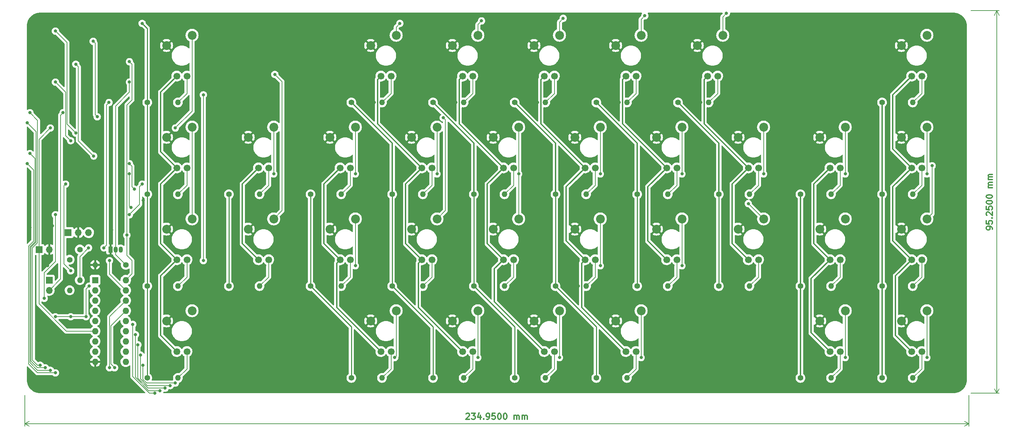
<source format=gbl>
%TF.GenerationSoftware,KiCad,Pcbnew,6.0.6-3a73a75311~116~ubuntu20.04.1*%
%TF.CreationDate,2022-07-30T23:41:16+12:00*%
%TF.ProjectId,keyboard,6b657962-6f61-4726-942e-6b696361645f,1*%
%TF.SameCoordinates,Original*%
%TF.FileFunction,Copper,L2,Bot*%
%TF.FilePolarity,Positive*%
%FSLAX46Y46*%
G04 Gerber Fmt 4.6, Leading zero omitted, Abs format (unit mm)*
G04 Created by KiCad (PCBNEW 6.0.6-3a73a75311~116~ubuntu20.04.1) date 2022-07-30 23:41:16*
%MOMM*%
%LPD*%
G01*
G04 APERTURE LIST*
%ADD10C,0.300000*%
%TA.AperFunction,NonConductor*%
%ADD11C,0.300000*%
%TD*%
%TA.AperFunction,NonConductor*%
%ADD12C,0.200000*%
%TD*%
%TA.AperFunction,ComponentPad*%
%ADD13C,1.400000*%
%TD*%
%TA.AperFunction,ComponentPad*%
%ADD14O,1.400000X1.400000*%
%TD*%
%TA.AperFunction,ComponentPad*%
%ADD15C,2.200000*%
%TD*%
%TA.AperFunction,ComponentPad*%
%ADD16C,1.690600*%
%TD*%
%TA.AperFunction,ComponentPad*%
%ADD17R,1.700000X1.700000*%
%TD*%
%TA.AperFunction,ComponentPad*%
%ADD18O,1.700000X1.700000*%
%TD*%
%TA.AperFunction,ComponentPad*%
%ADD19R,1.600000X1.600000*%
%TD*%
%TA.AperFunction,ComponentPad*%
%ADD20O,1.600000X1.600000*%
%TD*%
%TA.AperFunction,ComponentPad*%
%ADD21R,1.050000X1.500000*%
%TD*%
%TA.AperFunction,ComponentPad*%
%ADD22O,1.050000X1.500000*%
%TD*%
%TA.AperFunction,ViaPad*%
%ADD23C,0.800000*%
%TD*%
%TA.AperFunction,Conductor*%
%ADD24C,0.200000*%
%TD*%
%TA.AperFunction,Conductor*%
%ADD25C,0.300000*%
%TD*%
%TA.AperFunction,Conductor*%
%ADD26C,0.250000*%
%TD*%
G04 APERTURE END LIST*
D10*
D11*
X317013571Y-187760714D02*
X317013571Y-187475000D01*
X316942142Y-187332142D01*
X316870714Y-187260714D01*
X316656428Y-187117857D01*
X316370714Y-187046428D01*
X315799285Y-187046428D01*
X315656428Y-187117857D01*
X315585000Y-187189285D01*
X315513571Y-187332142D01*
X315513571Y-187617857D01*
X315585000Y-187760714D01*
X315656428Y-187832142D01*
X315799285Y-187903571D01*
X316156428Y-187903571D01*
X316299285Y-187832142D01*
X316370714Y-187760714D01*
X316442142Y-187617857D01*
X316442142Y-187332142D01*
X316370714Y-187189285D01*
X316299285Y-187117857D01*
X316156428Y-187046428D01*
X315513571Y-185689285D02*
X315513571Y-186403571D01*
X316227857Y-186475000D01*
X316156428Y-186403571D01*
X316085000Y-186260714D01*
X316085000Y-185903571D01*
X316156428Y-185760714D01*
X316227857Y-185689285D01*
X316370714Y-185617857D01*
X316727857Y-185617857D01*
X316870714Y-185689285D01*
X316942142Y-185760714D01*
X317013571Y-185903571D01*
X317013571Y-186260714D01*
X316942142Y-186403571D01*
X316870714Y-186475000D01*
X316870714Y-184975000D02*
X316942142Y-184903571D01*
X317013571Y-184975000D01*
X316942142Y-185046428D01*
X316870714Y-184975000D01*
X317013571Y-184975000D01*
X315656428Y-184332142D02*
X315585000Y-184260714D01*
X315513571Y-184117857D01*
X315513571Y-183760714D01*
X315585000Y-183617857D01*
X315656428Y-183546428D01*
X315799285Y-183475000D01*
X315942142Y-183475000D01*
X316156428Y-183546428D01*
X317013571Y-184403571D01*
X317013571Y-183475000D01*
X315513571Y-182117857D02*
X315513571Y-182832142D01*
X316227857Y-182903571D01*
X316156428Y-182832142D01*
X316085000Y-182689285D01*
X316085000Y-182332142D01*
X316156428Y-182189285D01*
X316227857Y-182117857D01*
X316370714Y-182046428D01*
X316727857Y-182046428D01*
X316870714Y-182117857D01*
X316942142Y-182189285D01*
X317013571Y-182332142D01*
X317013571Y-182689285D01*
X316942142Y-182832142D01*
X316870714Y-182903571D01*
X315513571Y-181117857D02*
X315513571Y-180975000D01*
X315585000Y-180832142D01*
X315656428Y-180760714D01*
X315799285Y-180689285D01*
X316085000Y-180617857D01*
X316442142Y-180617857D01*
X316727857Y-180689285D01*
X316870714Y-180760714D01*
X316942142Y-180832142D01*
X317013571Y-180975000D01*
X317013571Y-181117857D01*
X316942142Y-181260714D01*
X316870714Y-181332142D01*
X316727857Y-181403571D01*
X316442142Y-181475000D01*
X316085000Y-181475000D01*
X315799285Y-181403571D01*
X315656428Y-181332142D01*
X315585000Y-181260714D01*
X315513571Y-181117857D01*
X315513571Y-179689285D02*
X315513571Y-179546428D01*
X315585000Y-179403571D01*
X315656428Y-179332142D01*
X315799285Y-179260714D01*
X316085000Y-179189285D01*
X316442142Y-179189285D01*
X316727857Y-179260714D01*
X316870714Y-179332142D01*
X316942142Y-179403571D01*
X317013571Y-179546428D01*
X317013571Y-179689285D01*
X316942142Y-179832142D01*
X316870714Y-179903571D01*
X316727857Y-179975000D01*
X316442142Y-180046428D01*
X316085000Y-180046428D01*
X315799285Y-179975000D01*
X315656428Y-179903571D01*
X315585000Y-179832142D01*
X315513571Y-179689285D01*
X317013571Y-177403571D02*
X316013571Y-177403571D01*
X316156428Y-177403571D02*
X316085000Y-177332142D01*
X316013571Y-177189285D01*
X316013571Y-176975000D01*
X316085000Y-176832142D01*
X316227857Y-176760714D01*
X317013571Y-176760714D01*
X316227857Y-176760714D02*
X316085000Y-176689285D01*
X316013571Y-176546428D01*
X316013571Y-176332142D01*
X316085000Y-176189285D01*
X316227857Y-176117857D01*
X317013571Y-176117857D01*
X317013571Y-175403571D02*
X316013571Y-175403571D01*
X316156428Y-175403571D02*
X316085000Y-175332142D01*
X316013571Y-175189285D01*
X316013571Y-174975000D01*
X316085000Y-174832142D01*
X316227857Y-174760714D01*
X317013571Y-174760714D01*
X316227857Y-174760714D02*
X316085000Y-174689285D01*
X316013571Y-174546428D01*
X316013571Y-174332142D01*
X316085000Y-174189285D01*
X316227857Y-174117857D01*
X317013571Y-174117857D01*
D12*
X311650000Y-133350000D02*
X318721420Y-133350000D01*
X311650000Y-228600000D02*
X318721420Y-228600000D01*
X318135000Y-133350000D02*
X318135000Y-228600000D01*
X318135000Y-133350000D02*
X318135000Y-228600000D01*
X318135000Y-133350000D02*
X317548579Y-134476504D01*
X318135000Y-133350000D02*
X318721421Y-134476504D01*
X318135000Y-228600000D02*
X318721421Y-227473496D01*
X318135000Y-228600000D02*
X317548579Y-227473496D01*
D10*
D11*
X186032142Y-233741427D02*
X186103571Y-233669999D01*
X186246428Y-233598570D01*
X186603571Y-233598570D01*
X186746428Y-233669999D01*
X186817857Y-233741427D01*
X186889285Y-233884284D01*
X186889285Y-234027141D01*
X186817857Y-234241427D01*
X185960714Y-235098570D01*
X186889285Y-235098570D01*
X187389285Y-233598570D02*
X188317857Y-233598570D01*
X187817857Y-234169999D01*
X188032142Y-234169999D01*
X188175000Y-234241427D01*
X188246428Y-234312856D01*
X188317857Y-234455713D01*
X188317857Y-234812856D01*
X188246428Y-234955713D01*
X188175000Y-235027141D01*
X188032142Y-235098570D01*
X187603571Y-235098570D01*
X187460714Y-235027141D01*
X187389285Y-234955713D01*
X189603571Y-234098570D02*
X189603571Y-235098570D01*
X189246428Y-233527141D02*
X188889285Y-234598570D01*
X189817857Y-234598570D01*
X190389285Y-234955713D02*
X190460714Y-235027141D01*
X190389285Y-235098570D01*
X190317857Y-235027141D01*
X190389285Y-234955713D01*
X190389285Y-235098570D01*
X191175000Y-235098570D02*
X191460714Y-235098570D01*
X191603571Y-235027141D01*
X191675000Y-234955713D01*
X191817857Y-234741427D01*
X191889285Y-234455713D01*
X191889285Y-233884284D01*
X191817857Y-233741427D01*
X191746428Y-233669999D01*
X191603571Y-233598570D01*
X191317857Y-233598570D01*
X191175000Y-233669999D01*
X191103571Y-233741427D01*
X191032142Y-233884284D01*
X191032142Y-234241427D01*
X191103571Y-234384284D01*
X191175000Y-234455713D01*
X191317857Y-234527141D01*
X191603571Y-234527141D01*
X191746428Y-234455713D01*
X191817857Y-234384284D01*
X191889285Y-234241427D01*
X193246428Y-233598570D02*
X192532142Y-233598570D01*
X192460714Y-234312856D01*
X192532142Y-234241427D01*
X192675000Y-234169999D01*
X193032142Y-234169999D01*
X193175000Y-234241427D01*
X193246428Y-234312856D01*
X193317857Y-234455713D01*
X193317857Y-234812856D01*
X193246428Y-234955713D01*
X193175000Y-235027141D01*
X193032142Y-235098570D01*
X192675000Y-235098570D01*
X192532142Y-235027141D01*
X192460714Y-234955713D01*
X194246428Y-233598570D02*
X194389285Y-233598570D01*
X194532142Y-233669999D01*
X194603571Y-233741427D01*
X194675000Y-233884284D01*
X194746428Y-234169999D01*
X194746428Y-234527141D01*
X194675000Y-234812856D01*
X194603571Y-234955713D01*
X194532142Y-235027141D01*
X194389285Y-235098570D01*
X194246428Y-235098570D01*
X194103571Y-235027141D01*
X194032142Y-234955713D01*
X193960714Y-234812856D01*
X193889285Y-234527141D01*
X193889285Y-234169999D01*
X193960714Y-233884284D01*
X194032142Y-233741427D01*
X194103571Y-233669999D01*
X194246428Y-233598570D01*
X195675000Y-233598570D02*
X195817857Y-233598570D01*
X195960714Y-233669999D01*
X196032142Y-233741427D01*
X196103571Y-233884284D01*
X196175000Y-234169999D01*
X196175000Y-234527141D01*
X196103571Y-234812856D01*
X196032142Y-234955713D01*
X195960714Y-235027141D01*
X195817857Y-235098570D01*
X195675000Y-235098570D01*
X195532142Y-235027141D01*
X195460714Y-234955713D01*
X195389285Y-234812856D01*
X195317857Y-234527141D01*
X195317857Y-234169999D01*
X195389285Y-233884284D01*
X195460714Y-233741427D01*
X195532142Y-233669999D01*
X195675000Y-233598570D01*
X197960714Y-235098570D02*
X197960714Y-234098570D01*
X197960714Y-234241427D02*
X198032142Y-234169999D01*
X198175000Y-234098570D01*
X198389285Y-234098570D01*
X198532142Y-234169999D01*
X198603571Y-234312856D01*
X198603571Y-235098570D01*
X198603571Y-234312856D02*
X198675000Y-234169999D01*
X198817857Y-234098570D01*
X199032142Y-234098570D01*
X199175000Y-234169999D01*
X199246428Y-234312856D01*
X199246428Y-235098570D01*
X199960714Y-235098570D02*
X199960714Y-234098570D01*
X199960714Y-234241427D02*
X200032142Y-234169999D01*
X200175000Y-234098570D01*
X200389285Y-234098570D01*
X200532142Y-234169999D01*
X200603571Y-234312856D01*
X200603571Y-235098570D01*
X200603571Y-234312856D02*
X200675000Y-234169999D01*
X200817857Y-234098570D01*
X201032142Y-234098570D01*
X201175000Y-234169999D01*
X201246428Y-234312856D01*
X201246428Y-235098570D01*
D12*
X76200000Y-229100000D02*
X76200000Y-236806419D01*
X311150000Y-229100000D02*
X311150000Y-236806419D01*
X76200000Y-236219999D02*
X311150000Y-236219999D01*
X76200000Y-236219999D02*
X311150000Y-236219999D01*
X76200000Y-236219999D02*
X77326504Y-236806420D01*
X76200000Y-236219999D02*
X77326504Y-235633578D01*
X311150000Y-236219999D02*
X310023496Y-235633578D01*
X311150000Y-236219999D02*
X310023496Y-236806420D01*
D13*
%TO.P,R13,1*%
%TO.N,+5V*%
X187960000Y-201930000D03*
D14*
%TO.P,R13,2*%
%TO.N,Net-(R13-Pad2)*%
X195580000Y-201930000D03*
%TD*%
D13*
%TO.P,R10,1*%
%TO.N,+5V*%
X167640000Y-179070000D03*
D14*
%TO.P,R10,2*%
%TO.N,Net-(R10-Pad2)*%
X175260000Y-179070000D03*
%TD*%
D15*
%TO.P,U19,1*%
%TO.N,GND*%
X274040000Y-164870000D03*
%TO.P,U19,2*%
%TO.N,/KEY_T2*%
X280390000Y-162330000D03*
D16*
%TO.P,U19,3,K*%
%TO.N,/LED_CTRL*%
X276580000Y-172490000D03*
%TO.P,U19,4,A*%
%TO.N,Net-(R20-Pad2)*%
X279120000Y-172490000D03*
%TD*%
D15*
%TO.P,U16,1*%
%TO.N,GND*%
X253720000Y-164870000D03*
%TO.P,U16,2*%
%TO.N,/KEY_L*%
X260070000Y-162330000D03*
D16*
%TO.P,U16,3,K*%
%TO.N,/LED_CTRL*%
X256260000Y-172490000D03*
%TO.P,U16,4,A*%
%TO.N,Net-(R17-Pad2)*%
X258800000Y-172490000D03*
%TD*%
D13*
%TO.P,R16,1*%
%TO.N,+5V*%
X228600000Y-179070000D03*
D14*
%TO.P,R16,2*%
%TO.N,Net-(R16-Pad2)*%
X236220000Y-179070000D03*
%TD*%
D13*
%TO.P,R32,1*%
%TO.N,+5V*%
X289560000Y-224790000D03*
D14*
%TO.P,R32,2*%
%TO.N,Net-(R32-Pad2)*%
X297180000Y-224790000D03*
%TD*%
D13*
%TO.P,R37,1*%
%TO.N,+5V*%
X177800000Y-156210000D03*
D14*
%TO.P,R37,2*%
%TO.N,Net-(R37-Pad2)*%
X185420000Y-156210000D03*
%TD*%
D15*
%TO.P,U14,1*%
%TO.N,GND*%
X213080000Y-187730000D03*
%TO.P,U14,2*%
%TO.N,/KEY_R2*%
X219430000Y-185190000D03*
D16*
%TO.P,U14,3,K*%
%TO.N,/LED_CTRL*%
X215620000Y-195350000D03*
%TO.P,U14,4,A*%
%TO.N,Net-(R15-Pad2)*%
X218160000Y-195350000D03*
%TD*%
D15*
%TO.P,U29,1*%
%TO.N,GND*%
X111480000Y-210590000D03*
%TO.P,U29,2*%
%TO.N,/LED_SET*%
X117830000Y-208050000D03*
D16*
%TO.P,U29,3,K*%
%TO.N,/LED_CTRL*%
X114020000Y-218210000D03*
%TO.P,U29,4,A*%
%TO.N,Net-(R30-Pad2)*%
X116560000Y-218210000D03*
%TD*%
D13*
%TO.P,R29,1*%
%TO.N,+5V*%
X289560000Y-156210000D03*
D14*
%TO.P,R29,2*%
%TO.N,Net-(R29-Pad2)*%
X297180000Y-156210000D03*
%TD*%
D13*
%TO.P,R20,1*%
%TO.N,+5V*%
X269240000Y-179070000D03*
D14*
%TO.P,R20,2*%
%TO.N,Net-(R20-Pad2)*%
X276860000Y-179070000D03*
%TD*%
D13*
%TO.P,R19,1*%
%TO.N,+5V*%
X248920000Y-201930000D03*
D14*
%TO.P,R19,2*%
%TO.N,Net-(R19-Pad2)*%
X256540000Y-201930000D03*
%TD*%
D13*
%TO.P,R35,1*%
%TO.N,+5V*%
X238760000Y-156210000D03*
D14*
%TO.P,R35,2*%
%TO.N,Net-(R35-Pad2)*%
X246380000Y-156210000D03*
%TD*%
D15*
%TO.P,U17,1*%
%TO.N,GND*%
X233400000Y-187730000D03*
%TO.P,U17,2*%
%TO.N,/KEY_B*%
X239750000Y-185190000D03*
D16*
%TO.P,U17,3,K*%
%TO.N,/LED_CTRL*%
X235940000Y-195350000D03*
%TO.P,U17,4,A*%
%TO.N,Net-(R18-Pad2)*%
X238480000Y-195350000D03*
%TD*%
D13*
%TO.P,R24,1*%
%TO.N,+5V*%
X157480000Y-224790000D03*
D14*
%TO.P,R24,2*%
%TO.N,Net-(R24-Pad2)*%
X165100000Y-224790000D03*
%TD*%
D15*
%TO.P,U23,1*%
%TO.N,GND*%
X162280000Y-210590000D03*
%TO.P,U23,2*%
%TO.N,/KEY_A*%
X168630000Y-208050000D03*
D16*
%TO.P,U23,3,K*%
%TO.N,/LED_CTRL*%
X164820000Y-218210000D03*
%TO.P,U23,4,A*%
%TO.N,Net-(R24-Pad2)*%
X167360000Y-218210000D03*
%TD*%
D17*
%TO.P,J1,1,Pin_1*%
%TO.N,/I2C_SCL*%
X82270000Y-200430000D03*
D18*
%TO.P,J1,2,Pin_2*%
%TO.N,/I2C_SDA*%
X82270000Y-202970000D03*
%TD*%
D15*
%TO.P,U32,1*%
%TO.N,GND*%
X202920000Y-142010000D03*
%TO.P,U32,2*%
%TO.N,/KEY_EXT2*%
X209270000Y-139470000D03*
D16*
%TO.P,U32,3,K*%
%TO.N,/LED_CTRL*%
X205460000Y-149630000D03*
%TO.P,U32,4,A*%
%TO.N,Net-(R33-Pad2)*%
X208000000Y-149630000D03*
%TD*%
D13*
%TO.P,R31,1*%
%TO.N,+5V*%
X269240000Y-224790000D03*
D14*
%TO.P,R31,2*%
%TO.N,Net-(R31-Pad2)*%
X276860000Y-224790000D03*
%TD*%
D13*
%TO.P,R3,1*%
%TO.N,+3V3*%
X87350000Y-195350000D03*
D14*
%TO.P,R3,2*%
%TO.N,/I2C_SDA*%
X87350000Y-202970000D03*
%TD*%
D15*
%TO.P,U22,1*%
%TO.N,GND*%
X294360000Y-187730000D03*
%TO.P,U22,2*%
%TO.N,/KEY_Z*%
X300710000Y-185190000D03*
D16*
%TO.P,U22,3,K*%
%TO.N,/LED_CTRL*%
X296900000Y-195350000D03*
%TO.P,U22,4,A*%
%TO.N,Net-(R23-Pad2)*%
X299440000Y-195350000D03*
%TD*%
D13*
%TO.P,R21,1*%
%TO.N,+5V*%
X269240000Y-201930000D03*
D14*
%TO.P,R21,2*%
%TO.N,Net-(R21-Pad2)*%
X276860000Y-201930000D03*
%TD*%
D15*
%TO.P,U24,1*%
%TO.N,GND*%
X182600000Y-210590000D03*
%TO.P,U24,2*%
%TO.N,/KEY_O*%
X188950000Y-208050000D03*
D16*
%TO.P,U24,3,K*%
%TO.N,/LED_CTRL*%
X185140000Y-218210000D03*
%TO.P,U24,4,A*%
%TO.N,Net-(R25-Pad2)*%
X187680000Y-218210000D03*
%TD*%
D15*
%TO.P,U27,1*%
%TO.N,GND*%
X111480000Y-142010000D03*
%TO.P,U27,2*%
%TO.N,/KEY_NUM*%
X117830000Y-139470000D03*
D16*
%TO.P,U27,3,K*%
%TO.N,/LED_CTRL*%
X114020000Y-149630000D03*
%TO.P,U27,4,A*%
%TO.N,Net-(R28-Pad2)*%
X116560000Y-149630000D03*
%TD*%
D15*
%TO.P,U3,1*%
%TO.N,GND*%
X111480000Y-164870000D03*
%TO.P,U3,2*%
%TO.N,/KEY_S*%
X117830000Y-162330000D03*
D16*
%TO.P,U3,3,K*%
%TO.N,/LED_CTRL*%
X114020000Y-172490000D03*
%TO.P,U3,4,A*%
%TO.N,Net-(R4-Pad2)*%
X116560000Y-172490000D03*
%TD*%
D17*
%TO.P,SW1,1,1*%
%TO.N,/RESET*%
X79730000Y-192810000D03*
D18*
%TO.P,SW1,2,2*%
%TO.N,GND*%
X82270000Y-192810000D03*
%TD*%
D15*
%TO.P,U21,1*%
%TO.N,GND*%
X294360000Y-164870000D03*
%TO.P,U21,2*%
%TO.N,/KEY_D*%
X300710000Y-162330000D03*
D16*
%TO.P,U21,3,K*%
%TO.N,/LED_CTRL*%
X296900000Y-172490000D03*
%TO.P,U21,4,A*%
%TO.N,Net-(R22-Pad2)*%
X299440000Y-172490000D03*
%TD*%
D13*
%TO.P,R15,1*%
%TO.N,+5V*%
X208280000Y-201930000D03*
D14*
%TO.P,R15,2*%
%TO.N,Net-(R15-Pad2)*%
X215900000Y-201930000D03*
%TD*%
D13*
%TO.P,R2,1*%
%TO.N,+3V3*%
X89890000Y-192810000D03*
D14*
%TO.P,R2,2*%
%TO.N,/I2C_SCL*%
X89890000Y-200430000D03*
%TD*%
D15*
%TO.P,U18,1*%
%TO.N,GND*%
X253720000Y-187730000D03*
%TO.P,U18,2*%
%TO.N,/KEY_G*%
X260070000Y-185190000D03*
D16*
%TO.P,U18,3,K*%
%TO.N,/LED_CTRL*%
X256260000Y-195350000D03*
%TO.P,U18,4,A*%
%TO.N,Net-(R19-Pad2)*%
X258800000Y-195350000D03*
%TD*%
D13*
%TO.P,R18,1*%
%TO.N,+5V*%
X228600000Y-201930000D03*
D14*
%TO.P,R18,2*%
%TO.N,Net-(R18-Pad2)*%
X236220000Y-201930000D03*
%TD*%
D15*
%TO.P,U9,1*%
%TO.N,GND*%
X172440000Y-164870000D03*
%TO.P,U9,2*%
%TO.N,/KEY_H*%
X178790000Y-162330000D03*
D16*
%TO.P,U9,3,K*%
%TO.N,/LED_CTRL*%
X174980000Y-172490000D03*
%TO.P,U9,4,A*%
%TO.N,Net-(R10-Pad2)*%
X177520000Y-172490000D03*
%TD*%
D15*
%TO.P,U11,1*%
%TO.N,GND*%
X172440000Y-187730000D03*
%TO.P,U11,2*%
%TO.N,/KEY_R*%
X178790000Y-185190000D03*
D16*
%TO.P,U11,3,K*%
%TO.N,/LED_CTRL*%
X174980000Y-195350000D03*
%TO.P,U11,4,A*%
%TO.N,Net-(R12-Pad2)*%
X177520000Y-195350000D03*
%TD*%
D15*
%TO.P,U13,1*%
%TO.N,GND*%
X213080000Y-164870000D03*
%TO.P,U13,2*%
%TO.N,/KEY_F*%
X219430000Y-162330000D03*
D16*
%TO.P,U13,3,K*%
%TO.N,/LED_CTRL*%
X215620000Y-172490000D03*
%TO.P,U13,4,A*%
%TO.N,Net-(R14-Pad2)*%
X218160000Y-172490000D03*
%TD*%
D13*
%TO.P,R30,1*%
%TO.N,+5V*%
X106680000Y-224790000D03*
D14*
%TO.P,R30,2*%
%TO.N,Net-(R30-Pad2)*%
X114300000Y-224790000D03*
%TD*%
D13*
%TO.P,R28,1*%
%TO.N,+5V*%
X106680000Y-156210000D03*
D14*
%TO.P,R28,2*%
%TO.N,Net-(R28-Pad2)*%
X114300000Y-156210000D03*
%TD*%
D13*
%TO.P,R36,1*%
%TO.N,+5V*%
X157480000Y-156210000D03*
D14*
%TO.P,R36,2*%
%TO.N,Net-(R36-Pad2)*%
X165100000Y-156210000D03*
%TD*%
D13*
%TO.P,R5,1*%
%TO.N,+5V*%
X127000000Y-179070000D03*
D14*
%TO.P,R5,2*%
%TO.N,Net-(R5-Pad2)*%
X134620000Y-179070000D03*
%TD*%
D13*
%TO.P,R22,1*%
%TO.N,+5V*%
X289560000Y-179070000D03*
D14*
%TO.P,R22,2*%
%TO.N,Net-(R22-Pad2)*%
X297180000Y-179070000D03*
%TD*%
D13*
%TO.P,R25,1*%
%TO.N,+5V*%
X177800000Y-224790000D03*
D14*
%TO.P,R25,2*%
%TO.N,Net-(R25-Pad2)*%
X185420000Y-224790000D03*
%TD*%
D13*
%TO.P,R23,1*%
%TO.N,+5V*%
X289560000Y-201930000D03*
D14*
%TO.P,R23,2*%
%TO.N,Net-(R23-Pad2)*%
X297180000Y-201930000D03*
%TD*%
D13*
%TO.P,R11,1*%
%TO.N,+5V*%
X187960000Y-179070000D03*
D14*
%TO.P,R11,2*%
%TO.N,Net-(R11-Pad2)*%
X195580000Y-179070000D03*
%TD*%
D13*
%TO.P,R12,1*%
%TO.N,+5V*%
X167640000Y-201930000D03*
D14*
%TO.P,R12,2*%
%TO.N,Net-(R12-Pad2)*%
X175260000Y-201930000D03*
%TD*%
D13*
%TO.P,R7,1*%
%TO.N,+5V*%
X127000000Y-201930000D03*
D14*
%TO.P,R7,2*%
%TO.N,Net-(R7-Pad2)*%
X134620000Y-201930000D03*
%TD*%
D13*
%TO.P,R34,1*%
%TO.N,+5V*%
X218440000Y-156210000D03*
D14*
%TO.P,R34,2*%
%TO.N,Net-(R34-Pad2)*%
X226060000Y-156210000D03*
%TD*%
D13*
%TO.P,R6,1*%
%TO.N,+5V*%
X106680000Y-201930000D03*
D14*
%TO.P,R6,2*%
%TO.N,Net-(R6-Pad2)*%
X114300000Y-201930000D03*
%TD*%
D15*
%TO.P,U25,1*%
%TO.N,GND*%
X202920000Y-210590000D03*
%TO.P,U25,2*%
%TO.N,/KEY_E*%
X209270000Y-208050000D03*
D16*
%TO.P,U25,3,K*%
%TO.N,/LED_CTRL*%
X205460000Y-218210000D03*
%TO.P,U25,4,A*%
%TO.N,Net-(R26-Pad2)*%
X208000000Y-218210000D03*
%TD*%
D15*
%TO.P,U10,1*%
%TO.N,GND*%
X192760000Y-164870000D03*
%TO.P,U10,2*%
%TO.N,/KEY_STAR*%
X199110000Y-162330000D03*
D16*
%TO.P,U10,3,K*%
%TO.N,/LED_CTRL*%
X195300000Y-172490000D03*
%TO.P,U10,4,A*%
%TO.N,Net-(R11-Pad2)*%
X197840000Y-172490000D03*
%TD*%
D15*
%TO.P,U4,1*%
%TO.N,GND*%
X131800000Y-164870000D03*
%TO.P,U4,2*%
%TO.N,/KEY_T*%
X138150000Y-162330000D03*
D16*
%TO.P,U4,3,K*%
%TO.N,/LED_CTRL*%
X134340000Y-172490000D03*
%TO.P,U4,4,A*%
%TO.N,Net-(R5-Pad2)*%
X136880000Y-172490000D03*
%TD*%
D15*
%TO.P,U30,1*%
%TO.N,GND*%
X274040000Y-210590000D03*
%TO.P,U30,2*%
%TO.N,/KEY_EXT5*%
X280390000Y-208050000D03*
D16*
%TO.P,U30,3,K*%
%TO.N,/LED_CTRL*%
X276580000Y-218210000D03*
%TO.P,U30,4,A*%
%TO.N,Net-(R31-Pad2)*%
X279120000Y-218210000D03*
%TD*%
D15*
%TO.P,U15,1*%
%TO.N,GND*%
X233400000Y-164870000D03*
%TO.P,U15,2*%
%TO.N,/KEY_P2*%
X239750000Y-162330000D03*
D16*
%TO.P,U15,3,K*%
%TO.N,/LED_CTRL*%
X235940000Y-172490000D03*
%TO.P,U15,4,A*%
%TO.N,Net-(R16-Pad2)*%
X238480000Y-172490000D03*
%TD*%
D13*
%TO.P,R8,1*%
%TO.N,+5V*%
X147320000Y-179070000D03*
D14*
%TO.P,R8,2*%
%TO.N,Net-(R8-Pad2)*%
X154940000Y-179070000D03*
%TD*%
D13*
%TO.P,R1,1*%
%TO.N,/LED_PWM*%
X101320000Y-196620000D03*
D14*
%TO.P,R1,2*%
%TO.N,GND*%
X93700000Y-196620000D03*
%TD*%
D15*
%TO.P,U31,1*%
%TO.N,GND*%
X294360000Y-210590000D03*
%TO.P,U31,2*%
%TO.N,/KEY_EXT6*%
X300710000Y-208050000D03*
D16*
%TO.P,U31,3,K*%
%TO.N,/LED_CTRL*%
X296900000Y-218210000D03*
%TO.P,U31,4,A*%
%TO.N,Net-(R32-Pad2)*%
X299440000Y-218210000D03*
%TD*%
D13*
%TO.P,R4,1*%
%TO.N,+5V*%
X106680000Y-179070000D03*
D14*
%TO.P,R4,2*%
%TO.N,Net-(R4-Pad2)*%
X114300000Y-179070000D03*
%TD*%
D15*
%TO.P,U20,1*%
%TO.N,GND*%
X274040000Y-187730000D03*
%TO.P,U20,2*%
%TO.N,/KEY_S2*%
X280390000Y-185190000D03*
D16*
%TO.P,U20,3,K*%
%TO.N,/LED_CTRL*%
X276580000Y-195350000D03*
%TO.P,U20,4,A*%
%TO.N,Net-(R21-Pad2)*%
X279120000Y-195350000D03*
%TD*%
D15*
%TO.P,U7,1*%
%TO.N,GND*%
X152120000Y-164870000D03*
%TO.P,U7,2*%
%TO.N,/KEY_P*%
X158470000Y-162330000D03*
D16*
%TO.P,U7,3,K*%
%TO.N,/LED_CTRL*%
X154660000Y-172490000D03*
%TO.P,U7,4,A*%
%TO.N,Net-(R8-Pad2)*%
X157200000Y-172490000D03*
%TD*%
D15*
%TO.P,U12,1*%
%TO.N,GND*%
X192760000Y-187730000D03*
%TO.P,U12,2*%
%TO.N,/KEY_STAR*%
X199110000Y-185190000D03*
D16*
%TO.P,U12,3,K*%
%TO.N,/LED_CTRL*%
X195300000Y-195350000D03*
%TO.P,U12,4,A*%
%TO.N,Net-(R13-Pad2)*%
X197840000Y-195350000D03*
%TD*%
D15*
%TO.P,U28,1*%
%TO.N,GND*%
X294360000Y-142010000D03*
%TO.P,U28,2*%
%TO.N,/KEY_NUM*%
X300710000Y-139470000D03*
D16*
%TO.P,U28,3,K*%
%TO.N,/LED_CTRL*%
X296900000Y-149630000D03*
%TO.P,U28,4,A*%
%TO.N,Net-(R29-Pad2)*%
X299440000Y-149630000D03*
%TD*%
D15*
%TO.P,U33,1*%
%TO.N,GND*%
X223240000Y-142010000D03*
%TO.P,U33,2*%
%TO.N,/KEY_EXT3*%
X229590000Y-139470000D03*
D16*
%TO.P,U33,3,K*%
%TO.N,/LED_CTRL*%
X225780000Y-149630000D03*
%TO.P,U33,4,A*%
%TO.N,Net-(R34-Pad2)*%
X228320000Y-149630000D03*
%TD*%
D15*
%TO.P,U26,1*%
%TO.N,GND*%
X223240000Y-210590000D03*
%TO.P,U26,2*%
%TO.N,/KEY_U*%
X229590000Y-208050000D03*
D16*
%TO.P,U26,3,K*%
%TO.N,/LED_CTRL*%
X225780000Y-218210000D03*
%TO.P,U26,4,A*%
%TO.N,Net-(R27-Pad2)*%
X228320000Y-218210000D03*
%TD*%
D13*
%TO.P,R9,1*%
%TO.N,+5V*%
X147320000Y-201930000D03*
D14*
%TO.P,R9,2*%
%TO.N,Net-(R9-Pad2)*%
X154940000Y-201930000D03*
%TD*%
D15*
%TO.P,U35,1*%
%TO.N,GND*%
X162280000Y-142010000D03*
%TO.P,U35,2*%
%TO.N,/KEY_EXT0*%
X168630000Y-139470000D03*
D16*
%TO.P,U35,3,K*%
%TO.N,/LED_CTRL*%
X164820000Y-149630000D03*
%TO.P,U35,4,A*%
%TO.N,Net-(R36-Pad2)*%
X167360000Y-149630000D03*
%TD*%
D19*
%TO.P,U2,1,SCL*%
%TO.N,/I2C_SCL*%
X93710000Y-200440000D03*
D20*
%TO.P,U2,2,SDA*%
%TO.N,/I2C_SDA*%
X93710000Y-202980000D03*
%TO.P,U2,3,A2*%
%TO.N,/IO_A2*%
X93710000Y-205520000D03*
%TO.P,U2,4,A1*%
%TO.N,/IO_A1*%
X93710000Y-208060000D03*
%TO.P,U2,5,A0*%
%TO.N,/IO_A0*%
X93710000Y-210600000D03*
%TO.P,U2,6,~{RESET}*%
%TO.N,/RESET*%
X93710000Y-213140000D03*
%TO.P,U2,7,NC*%
%TO.N,unconnected-(U2-Pad7)*%
X93710000Y-215680000D03*
%TO.P,U2,8,INT*%
%TO.N,unconnected-(U2-Pad8)*%
X93710000Y-218220000D03*
%TO.P,U2,9,VSS*%
%TO.N,GND*%
X93710000Y-220760000D03*
%TO.P,U2,10,GP0*%
%TO.N,/KEY_EXT0*%
X101330000Y-220760000D03*
%TO.P,U2,11,GP1*%
%TO.N,/KEY_EXT1*%
X101330000Y-218220000D03*
%TO.P,U2,12,GP2*%
%TO.N,/KEY_EXT2*%
X101330000Y-215680000D03*
%TO.P,U2,13,GP3*%
%TO.N,/KEY_EXT3*%
X101330000Y-213140000D03*
%TO.P,U2,14,GP4*%
%TO.N,/KEY_EXT4*%
X101330000Y-210600000D03*
%TO.P,U2,15,GP5*%
%TO.N,/KEY_EXT5*%
X101330000Y-208060000D03*
%TO.P,U2,16,GP6*%
%TO.N,/KEY_EXT6*%
X101330000Y-205520000D03*
%TO.P,U2,17,GP7*%
%TO.N,/LED_SET*%
X101330000Y-202980000D03*
%TO.P,U2,18,VDD*%
%TO.N,+3V3*%
X101330000Y-200440000D03*
%TD*%
D13*
%TO.P,R14,1*%
%TO.N,+5V*%
X208280000Y-179070000D03*
D14*
%TO.P,R14,2*%
%TO.N,Net-(R14-Pad2)*%
X215900000Y-179070000D03*
%TD*%
D13*
%TO.P,R27,1*%
%TO.N,+5V*%
X218440000Y-224790000D03*
D14*
%TO.P,R27,2*%
%TO.N,Net-(R27-Pad2)*%
X226060000Y-224790000D03*
%TD*%
D17*
%TO.P,J2,1,Pin_1*%
%TO.N,/SWCLK*%
X86995000Y-188595000D03*
D18*
%TO.P,J2,2,Pin_2*%
%TO.N,GND*%
X89535000Y-188595000D03*
%TO.P,J2,3,Pin_3*%
%TO.N,/SWDIO*%
X92075000Y-188595000D03*
%TD*%
D21*
%TO.P,Q1,1,S*%
%TO.N,GND*%
X97510000Y-192810000D03*
D22*
%TO.P,Q1,2,G*%
%TO.N,/LED_PWM*%
X98780000Y-192810000D03*
%TO.P,Q1,3,D*%
%TO.N,/LED_CTRL*%
X100050000Y-192810000D03*
%TD*%
D13*
%TO.P,R26,1*%
%TO.N,+5V*%
X198120000Y-224790000D03*
D14*
%TO.P,R26,2*%
%TO.N,Net-(R26-Pad2)*%
X205740000Y-224790000D03*
%TD*%
D15*
%TO.P,U36,1*%
%TO.N,GND*%
X182600000Y-142010000D03*
%TO.P,U36,2*%
%TO.N,/KEY_EXT1*%
X188950000Y-139470000D03*
D16*
%TO.P,U36,3,K*%
%TO.N,/LED_CTRL*%
X185140000Y-149630000D03*
%TO.P,U36,4,A*%
%TO.N,Net-(R37-Pad2)*%
X187680000Y-149630000D03*
%TD*%
D15*
%TO.P,U34,1*%
%TO.N,GND*%
X243560000Y-142010000D03*
%TO.P,U34,2*%
%TO.N,/KEY_EXT4*%
X249910000Y-139470000D03*
D16*
%TO.P,U34,3,K*%
%TO.N,/LED_CTRL*%
X246100000Y-149630000D03*
%TO.P,U34,4,A*%
%TO.N,Net-(R35-Pad2)*%
X248640000Y-149630000D03*
%TD*%
D13*
%TO.P,R17,1*%
%TO.N,+5V*%
X248920000Y-179070000D03*
D14*
%TO.P,R17,2*%
%TO.N,Net-(R17-Pad2)*%
X256540000Y-179070000D03*
%TD*%
D13*
%TO.P,R33,1*%
%TO.N,+5V*%
X198120000Y-156210000D03*
D14*
%TO.P,R33,2*%
%TO.N,Net-(R33-Pad2)*%
X205740000Y-156210000D03*
%TD*%
D15*
%TO.P,U6,1*%
%TO.N,GND*%
X131800000Y-187730000D03*
%TO.P,U6,2*%
%TO.N,/KEY_K*%
X138150000Y-185190000D03*
D16*
%TO.P,U6,3,K*%
%TO.N,/LED_CTRL*%
X134340000Y-195350000D03*
%TO.P,U6,4,A*%
%TO.N,Net-(R7-Pad2)*%
X136880000Y-195350000D03*
%TD*%
D15*
%TO.P,U8,1*%
%TO.N,GND*%
X152120000Y-187730000D03*
%TO.P,U8,2*%
%TO.N,/KEY_W*%
X158470000Y-185190000D03*
D16*
%TO.P,U8,3,K*%
%TO.N,/LED_CTRL*%
X154660000Y-195350000D03*
%TO.P,U8,4,A*%
%TO.N,Net-(R9-Pad2)*%
X157200000Y-195350000D03*
%TD*%
D15*
%TO.P,U5,1*%
%TO.N,GND*%
X111480000Y-187730000D03*
%TO.P,U5,2*%
%TO.N,/KEY_S*%
X117830000Y-185190000D03*
D16*
%TO.P,U5,3,K*%
%TO.N,/LED_CTRL*%
X114020000Y-195350000D03*
%TO.P,U5,4,A*%
%TO.N,Net-(R6-Pad2)*%
X116560000Y-195350000D03*
%TD*%
D23*
%TO.N,/I2C_SCL*%
X92075000Y-192405000D03*
%TO.N,/I2C_SDA*%
X85725000Y-158750000D03*
%TO.N,GND*%
X231775000Y-195580000D03*
X162560000Y-201930000D03*
X132715000Y-201930000D03*
X284988000Y-141478000D03*
X246380000Y-174498000D03*
X104775000Y-212090000D03*
X83820000Y-166370000D03*
X92456000Y-157226000D03*
X278130000Y-196850000D03*
X170180000Y-224790000D03*
X103505000Y-209550000D03*
X257683000Y-141478000D03*
X77470000Y-136525000D03*
X102870000Y-186055000D03*
X96520000Y-134620000D03*
X140335000Y-147320000D03*
X145796000Y-172974000D03*
X209550000Y-187325000D03*
X243840000Y-201930000D03*
X109855000Y-172720000D03*
X103505000Y-201295000D03*
X234315000Y-224790000D03*
X292735000Y-218440000D03*
X153670000Y-217170000D03*
X169545000Y-187325000D03*
X196850000Y-196850000D03*
X189865000Y-187325000D03*
X93980000Y-166116000D03*
X237490000Y-196850000D03*
X189865000Y-201930000D03*
X146050000Y-217170000D03*
X94996000Y-179070000D03*
X206248000Y-152908000D03*
X170180000Y-201930000D03*
X170815000Y-172720000D03*
X83820000Y-197866000D03*
X112395000Y-179070000D03*
X105410000Y-187960000D03*
X121920000Y-201930000D03*
X176530000Y-196850000D03*
X146812000Y-141986000D03*
X246888000Y-152908000D03*
X244475000Y-156210000D03*
X231140000Y-172720000D03*
X83312000Y-157226000D03*
X264160000Y-201930000D03*
X163195000Y-156210000D03*
X217170000Y-196850000D03*
X203835000Y-156210000D03*
X90170000Y-181610000D03*
X271780000Y-218440000D03*
X252095000Y-195580000D03*
X182046412Y-201966714D03*
X135890000Y-196850000D03*
X274955000Y-201930000D03*
X210820000Y-195580000D03*
X277368000Y-141478000D03*
X141605000Y-179070000D03*
X92710000Y-160528000D03*
X141605000Y-201930000D03*
X210820000Y-172720000D03*
X104140000Y-194945000D03*
X213995000Y-179070000D03*
X278130000Y-152400000D03*
X153924000Y-210566000D03*
X102870000Y-134620000D03*
X132715000Y-224790000D03*
X81534000Y-189738000D03*
X91871707Y-145810075D03*
X237109000Y-209804000D03*
X269240000Y-152400000D03*
X92456000Y-152146000D03*
X149225000Y-224790000D03*
X213995000Y-224790000D03*
X149225000Y-201930000D03*
X129540000Y-172720000D03*
X80010000Y-208280000D03*
X100330000Y-187960000D03*
X202565000Y-201930000D03*
X274955000Y-179070000D03*
X137922000Y-141986000D03*
X163195000Y-224790000D03*
X81915000Y-196850000D03*
X137414000Y-210566000D03*
X95885000Y-140970000D03*
X115570000Y-196850000D03*
X257556000Y-218186000D03*
X108712000Y-221488000D03*
X137795000Y-179070000D03*
X132715000Y-179070000D03*
X202565000Y-179070000D03*
X92456000Y-178562000D03*
X234315000Y-179070000D03*
X87202099Y-191878013D03*
X83820000Y-134620000D03*
X105598936Y-183024383D03*
X103468784Y-190979848D03*
X183515000Y-156210000D03*
X256794000Y-209804000D03*
X81915000Y-211455000D03*
X264160000Y-224790000D03*
X201295000Y-218440000D03*
X87884000Y-171958000D03*
X85090000Y-217678000D03*
X283210000Y-224790000D03*
X103505000Y-205105000D03*
X88265000Y-212090000D03*
X272415000Y-172720000D03*
X264414000Y-209804000D03*
X97155000Y-201930000D03*
X154432000Y-141986000D03*
X126365000Y-217170000D03*
X149225000Y-187325000D03*
X137160000Y-217170000D03*
X99314000Y-197866000D03*
X105410000Y-217805000D03*
X258445000Y-152400000D03*
X185928000Y-152908000D03*
X77470000Y-187325000D03*
X292100000Y-195580000D03*
X82550000Y-226314000D03*
X93980000Y-137160000D03*
X91440000Y-226314000D03*
X224155000Y-201930000D03*
X110490000Y-195580000D03*
X160655000Y-218440000D03*
X254635000Y-201930000D03*
X222885000Y-179070000D03*
X86360000Y-198755000D03*
X121920000Y-179070000D03*
X243840000Y-179070000D03*
X95250000Y-187960000D03*
X191135000Y-172720000D03*
X92075000Y-196215000D03*
X112395000Y-201930000D03*
X141605000Y-224790000D03*
X128905000Y-187325000D03*
X83820000Y-140970000D03*
X243840000Y-224790000D03*
X90170000Y-137160000D03*
X84455000Y-207010000D03*
X130175000Y-195580000D03*
X146304000Y-210566000D03*
X272415000Y-195580000D03*
X96012000Y-145796000D03*
X96012000Y-208026000D03*
X298450000Y-196850000D03*
X126619000Y-210566000D03*
X83058000Y-186944000D03*
X86360000Y-201295000D03*
X84074000Y-147320000D03*
X182245000Y-179070000D03*
X121920000Y-224790000D03*
X285750000Y-152400000D03*
X254635000Y-224790000D03*
X83820000Y-179070000D03*
X274955000Y-224790000D03*
X234315000Y-201930000D03*
X85090000Y-137160000D03*
X203835000Y-224790000D03*
X213995000Y-201930000D03*
X248666000Y-218186000D03*
X224155000Y-156210000D03*
X165862000Y-152654000D03*
X180340000Y-224790000D03*
X127127000Y-141986000D03*
X105410000Y-197485000D03*
X173355000Y-179070000D03*
X84074000Y-144526000D03*
X136525000Y-150495000D03*
X151130000Y-195580000D03*
X80010000Y-217678000D03*
X268478000Y-141478000D03*
X254635000Y-179070000D03*
X89535000Y-207010000D03*
X77470000Y-166116000D03*
X84074000Y-203962000D03*
X105410000Y-214630000D03*
X292100000Y-172720000D03*
X162560000Y-179070000D03*
X105664000Y-180594000D03*
X96012000Y-217805000D03*
X257810000Y-196850000D03*
X220980000Y-218440000D03*
X97790000Y-187960000D03*
X224155000Y-224790000D03*
X103886000Y-174244000D03*
X94996000Y-171196000D03*
X226568000Y-153162000D03*
X247904000Y-209804000D03*
X283210000Y-179070000D03*
X105410000Y-207010000D03*
X170815000Y-195580000D03*
X237871000Y-218186000D03*
X83820000Y-153670000D03*
X96012000Y-197612000D03*
X153035000Y-179070000D03*
X265176000Y-218186000D03*
X193675000Y-179070000D03*
X189865000Y-224790000D03*
X264160000Y-179070000D03*
X283210000Y-201930000D03*
X180975000Y-218440000D03*
X156210000Y-196850000D03*
X99060000Y-226314000D03*
X90170000Y-217678000D03*
%TO.N,+3V3*%
X83820000Y-209550000D03*
X92202000Y-201930000D03*
X87630000Y-209550000D03*
X101600000Y-189230000D03*
X102235000Y-146050000D03*
X91440000Y-209550000D03*
%TO.N,/LED_SET*%
X97282000Y-195580000D03*
%TO.N,Net-(JP3-Pad2)*%
X97155000Y-156210000D03*
X95885000Y-192405000D03*
%TO.N,/LED_PWM*%
X102235000Y-151130000D03*
%TO.N,+5V*%
X105410000Y-136525000D03*
%TO.N,/RESET*%
X82550000Y-162560000D03*
%TO.N,/KEY_S*%
X94234000Y-159766000D03*
X93218000Y-140970000D03*
%TO.N,/KEY_T*%
X138150000Y-173990000D03*
X83820000Y-138430000D03*
X88900000Y-163830000D03*
%TO.N,/KEY_K*%
X138430000Y-149225000D03*
%TO.N,/KEY_P*%
X88900000Y-146685000D03*
X93345000Y-169545000D03*
X158470000Y-173990000D03*
%TO.N,/KEY_W*%
X120650000Y-195580000D03*
X158470000Y-196850000D03*
X120650000Y-154305000D03*
%TO.N,/KEY_H*%
X83820000Y-151130000D03*
X178790000Y-173990000D03*
X87630000Y-165735000D03*
%TO.N,/KEY_R*%
X180340000Y-160020000D03*
%TO.N,/KEY_A*%
X77470000Y-158750000D03*
X80010000Y-221615000D03*
X168275000Y-219710000D03*
%TO.N,/KEY_O*%
X76835000Y-161290000D03*
X188950000Y-219710000D03*
X81280000Y-222250000D03*
%TO.N,/KEY_STAR*%
X199110000Y-173990000D03*
%TO.N,/KEY_E*%
X82550000Y-222885000D03*
X209270000Y-219710000D03*
X77470000Y-168910000D03*
%TO.N,/KEY_U*%
X76835000Y-171450000D03*
X229590000Y-219710000D03*
X83820000Y-223520000D03*
%TO.N,/KEY_F*%
X219430000Y-173990000D03*
%TO.N,/KEY_R2*%
X219430000Y-196850000D03*
X86360000Y-176530000D03*
X87630000Y-198120000D03*
%TO.N,/KEY_P2*%
X239750000Y-173990000D03*
%TO.N,/KEY_B*%
X81026000Y-204978000D03*
X83820000Y-184150000D03*
X239750000Y-196850000D03*
%TO.N,/KEY_L*%
X102235000Y-184150000D03*
X105410000Y-176530000D03*
X260070000Y-173990000D03*
%TO.N,/KEY_G*%
X256260000Y-181380000D03*
%TO.N,/KEY_T2*%
X280390000Y-173990000D03*
%TO.N,/KEY_S2*%
X102235000Y-173990000D03*
X102616000Y-182372000D03*
%TO.N,/KEY_D*%
X103505000Y-177800000D03*
X300710000Y-173990000D03*
X102235000Y-171450000D03*
%TO.N,/KEY_Z*%
X302006000Y-171958000D03*
%TO.N,/KEY_NUM*%
X113665000Y-162560000D03*
%TO.N,/KEY_EXT0*%
X113665000Y-226060000D03*
X105630000Y-221615000D03*
X169545000Y-136525000D03*
%TO.N,/KEY_EXT1*%
X112395000Y-226695000D03*
X104995000Y-219075000D03*
X189865000Y-135890000D03*
%TO.N,/KEY_EXT2*%
X210185000Y-135255000D03*
X111125000Y-227330000D03*
X104360000Y-216535000D03*
%TO.N,/KEY_EXT3*%
X109855000Y-227965000D03*
X103725000Y-213995000D03*
X230505000Y-134620000D03*
%TO.N,/KEY_EXT4*%
X250825000Y-133985000D03*
X108585000Y-228600000D03*
X103090000Y-211455000D03*
%TO.N,/KEY_EXT5*%
X280390000Y-219710000D03*
X98552000Y-222250000D03*
%TO.N,/KEY_EXT6*%
X97282000Y-222250000D03*
X300710000Y-219710000D03*
%TD*%
D24*
%TO.N,/I2C_SCL*%
X92075000Y-192405000D02*
X89890000Y-194590000D01*
X89890000Y-194590000D02*
X89890000Y-200430000D01*
%TO.N,/I2C_SDA*%
X85090000Y-160020000D02*
X85090000Y-159385000D01*
X85090000Y-200150000D02*
X85090000Y-160020000D01*
X82270000Y-202970000D02*
X85090000Y-200150000D01*
X85090000Y-159385000D02*
X85725000Y-158750000D01*
%TO.N,+3V3*%
X87630000Y-209550000D02*
X83820000Y-209550000D01*
X101600000Y-156845000D02*
X101600000Y-194310000D01*
X101600000Y-194310000D02*
X102870000Y-195580000D01*
X91440000Y-202692000D02*
X91440000Y-209550000D01*
X91440000Y-209550000D02*
X87630000Y-209550000D01*
X102870000Y-155575000D02*
X101600000Y-156845000D01*
X92202000Y-201930000D02*
X91440000Y-202692000D01*
X102235000Y-146050000D02*
X102870000Y-146685000D01*
X102870000Y-195580000D02*
X102870000Y-198900000D01*
X102870000Y-198900000D02*
X101330000Y-200440000D01*
X102870000Y-146685000D02*
X102870000Y-155575000D01*
%TO.N,/LED_SET*%
X97282000Y-198932000D02*
X97282000Y-195580000D01*
X101330000Y-202980000D02*
X97282000Y-198932000D01*
%TO.N,Net-(JP3-Pad2)*%
X97155000Y-156210000D02*
X96528000Y-156837000D01*
X96528000Y-156837000D02*
X96528000Y-191762000D01*
X96528000Y-191762000D02*
X95885000Y-192405000D01*
%TO.N,/LED_PWM*%
X102235000Y-151130000D02*
X102235000Y-153670000D01*
X101320000Y-196620000D02*
X98780000Y-194080000D01*
X98780000Y-157125000D02*
X98780000Y-192810000D01*
X98780000Y-194080000D02*
X98780000Y-192810000D01*
X102235000Y-153670000D02*
X98780000Y-157125000D01*
D25*
%TO.N,/LED_CTRL*%
X164820000Y-149630000D02*
X163974701Y-150475299D01*
X191310000Y-176480000D02*
X191310000Y-191360000D01*
X184294701Y-161484701D02*
X195300000Y-172490000D01*
X224934701Y-161484701D02*
X235940000Y-172490000D01*
X272590000Y-176480000D02*
X272590000Y-191360000D01*
X271900739Y-213530739D02*
X276580000Y-218210000D01*
X292910000Y-214220000D02*
X296900000Y-218210000D01*
X150670000Y-176480000D02*
X150670000Y-191360000D01*
X296900000Y-172490000D02*
X292220739Y-177169261D01*
X193040000Y-197610000D02*
X193040000Y-205790000D01*
X163974701Y-161484701D02*
X174980000Y-172490000D01*
X110030000Y-168500000D02*
X114020000Y-172490000D01*
X174980000Y-172490000D02*
X170990000Y-176480000D01*
X204614701Y-161484701D02*
X215620000Y-172490000D01*
X252270000Y-191360000D02*
X256260000Y-195350000D01*
X246100000Y-149630000D02*
X245254701Y-150475299D01*
X214774701Y-207204701D02*
X225780000Y-218210000D01*
X110030000Y-176480000D02*
X110030000Y-191360000D01*
X205460000Y-149630000D02*
X204614701Y-150475299D01*
X204614701Y-150475299D02*
X204614701Y-161484701D01*
X153814701Y-207204701D02*
X164820000Y-218210000D01*
X252270000Y-176480000D02*
X252270000Y-191360000D01*
X130350000Y-191360000D02*
X134340000Y-195350000D01*
X245254701Y-161484701D02*
X256260000Y-172490000D01*
X231260739Y-190670739D02*
X235940000Y-195350000D01*
X154660000Y-172490000D02*
X150670000Y-176480000D01*
X130350000Y-176480000D02*
X130350000Y-191360000D01*
X245254701Y-150475299D02*
X245254701Y-161484701D01*
X296900000Y-149630000D02*
X292220739Y-154309261D01*
X114020000Y-149630000D02*
X110030000Y-153620000D01*
X110030000Y-153620000D02*
X110030000Y-168500000D01*
X193040000Y-205790000D02*
X205460000Y-218210000D01*
X154660000Y-195350000D02*
X153814701Y-196195299D01*
X271900739Y-200029261D02*
X271900739Y-213530739D01*
X231260739Y-177169261D02*
X231260739Y-190670739D01*
X292220739Y-154309261D02*
X292220739Y-167810739D01*
X224934701Y-150475299D02*
X224934701Y-161484701D01*
X174134701Y-207204701D02*
X185140000Y-218210000D01*
X292220739Y-167810739D02*
X296900000Y-172490000D01*
X170990000Y-191360000D02*
X174980000Y-195350000D01*
X256260000Y-172490000D02*
X252270000Y-176480000D01*
X292220739Y-177169261D02*
X292220739Y-190670739D01*
X235940000Y-172490000D02*
X231260739Y-177169261D01*
X174980000Y-195350000D02*
X174134701Y-196195299D01*
X191310000Y-191360000D02*
X195300000Y-195350000D01*
X195300000Y-195350000D02*
X193040000Y-197610000D01*
X296900000Y-195350000D02*
X292910000Y-199340000D01*
X114020000Y-195350000D02*
X110030000Y-199340000D01*
X110030000Y-191360000D02*
X114020000Y-195350000D01*
X195300000Y-172490000D02*
X191310000Y-176480000D01*
X215620000Y-172490000D02*
X210940739Y-177169261D01*
X114020000Y-172490000D02*
X110030000Y-176480000D01*
X150670000Y-191360000D02*
X154660000Y-195350000D01*
X170990000Y-176480000D02*
X170990000Y-191360000D01*
X214774701Y-196195299D02*
X214774701Y-207204701D01*
X292220739Y-190670739D02*
X296900000Y-195350000D01*
X276580000Y-195350000D02*
X271900739Y-200029261D01*
X276580000Y-172490000D02*
X272590000Y-176480000D01*
X153814701Y-196195299D02*
X153814701Y-207204701D01*
X292910000Y-199340000D02*
X292910000Y-214220000D01*
X134340000Y-172490000D02*
X130350000Y-176480000D01*
X174134701Y-196195299D02*
X174134701Y-207204701D01*
X110030000Y-199340000D02*
X110030000Y-214220000D01*
X210940739Y-177169261D02*
X210940739Y-190670739D01*
X210940739Y-190670739D02*
X215620000Y-195350000D01*
X225780000Y-149630000D02*
X224934701Y-150475299D01*
X184294701Y-150475299D02*
X184294701Y-161484701D01*
X215620000Y-195350000D02*
X214774701Y-196195299D01*
X272590000Y-191360000D02*
X276580000Y-195350000D01*
X110030000Y-214220000D02*
X114020000Y-218210000D01*
X163974701Y-150475299D02*
X163974701Y-161484701D01*
X185140000Y-149630000D02*
X184294701Y-150475299D01*
%TO.N,+5V*%
X289560000Y-156210000D02*
X289560000Y-179070000D01*
D26*
X127000000Y-179070000D02*
X127000000Y-201930000D01*
D25*
X269240000Y-201930000D02*
X269240000Y-179070000D01*
D26*
X177800000Y-212090000D02*
X177800000Y-224790000D01*
D25*
X289560000Y-201930000D02*
X289560000Y-224790000D01*
D26*
X208280000Y-201930000D02*
X208280000Y-179070000D01*
X167640000Y-201930000D02*
X167640000Y-179070000D01*
D25*
X157480000Y-156210000D02*
X167640000Y-166370000D01*
X167640000Y-166370000D02*
X167640000Y-179070000D01*
D26*
X106680000Y-156210000D02*
X106680000Y-137795000D01*
X187960000Y-201930000D02*
X187960000Y-179070000D01*
X248920000Y-201930000D02*
X248920000Y-179070000D01*
X157480000Y-224790000D02*
X157480000Y-212090000D01*
D25*
X218440000Y-156210000D02*
X228600000Y-166370000D01*
D26*
X208280000Y-201930000D02*
X218440000Y-212090000D01*
X106680000Y-156210000D02*
X106680000Y-179070000D01*
X218440000Y-212090000D02*
X218440000Y-224790000D01*
D25*
X177800000Y-156210000D02*
X187960000Y-166370000D01*
X248920000Y-166370000D02*
X248920000Y-179070000D01*
D26*
X106680000Y-137795000D02*
X105410000Y-136525000D01*
X157480000Y-212090000D02*
X147320000Y-201930000D01*
X167640000Y-201930000D02*
X177800000Y-212090000D01*
X147320000Y-179070000D02*
X147320000Y-201930000D01*
D25*
X198120000Y-156210000D02*
X208280000Y-166370000D01*
X208280000Y-166370000D02*
X208280000Y-179070000D01*
X187960000Y-166370000D02*
X187960000Y-179070000D01*
D26*
X106680000Y-201930000D02*
X106680000Y-224790000D01*
X228600000Y-179070000D02*
X228600000Y-201930000D01*
D25*
X228600000Y-166370000D02*
X228600000Y-179070000D01*
X289560000Y-179070000D02*
X289560000Y-201930000D01*
D26*
X198120000Y-212090000D02*
X198120000Y-224790000D01*
D25*
X238760000Y-156210000D02*
X248920000Y-166370000D01*
D26*
X106680000Y-179070000D02*
X106680000Y-201930000D01*
X187960000Y-201930000D02*
X198120000Y-212090000D01*
D25*
X269240000Y-201930000D02*
X269240000Y-224790000D01*
D24*
%TO.N,Net-(R4-Pad2)*%
X116560000Y-176810000D02*
X116560000Y-172490000D01*
X114300000Y-179070000D02*
X116560000Y-176810000D01*
%TO.N,Net-(R5-Pad2)*%
X136880000Y-176810000D02*
X136880000Y-172490000D01*
X134620000Y-179070000D02*
X136880000Y-176810000D01*
%TO.N,Net-(R6-Pad2)*%
X114300000Y-201930000D02*
X116560000Y-199670000D01*
X116560000Y-199670000D02*
X116560000Y-195350000D01*
%TO.N,Net-(R7-Pad2)*%
X134620000Y-201930000D02*
X136880000Y-199670000D01*
X136880000Y-199670000D02*
X136880000Y-195350000D01*
%TO.N,Net-(R8-Pad2)*%
X157200000Y-176810000D02*
X157200000Y-172490000D01*
X154940000Y-179070000D02*
X157200000Y-176810000D01*
%TO.N,Net-(R9-Pad2)*%
X157200000Y-199670000D02*
X157200000Y-195350000D01*
X154940000Y-201930000D02*
X157200000Y-199670000D01*
%TO.N,Net-(R10-Pad2)*%
X177520000Y-176810000D02*
X177520000Y-172490000D01*
X175260000Y-179070000D02*
X177520000Y-176810000D01*
%TO.N,Net-(R11-Pad2)*%
X195580000Y-179070000D02*
X197840000Y-176810000D01*
X197840000Y-176810000D02*
X197840000Y-172490000D01*
%TO.N,Net-(R12-Pad2)*%
X177520000Y-199670000D02*
X177520000Y-195350000D01*
X175260000Y-201930000D02*
X177520000Y-199670000D01*
%TO.N,Net-(R13-Pad2)*%
X195580000Y-201930000D02*
X197840000Y-199670000D01*
X197840000Y-199670000D02*
X197840000Y-195350000D01*
%TO.N,Net-(R14-Pad2)*%
X215900000Y-179070000D02*
X218160000Y-176810000D01*
X218160000Y-176810000D02*
X218160000Y-172490000D01*
%TO.N,Net-(R15-Pad2)*%
X215900000Y-201930000D02*
X218160000Y-199670000D01*
X218160000Y-199670000D02*
X218160000Y-195350000D01*
%TO.N,Net-(R16-Pad2)*%
X238480000Y-176810000D02*
X238480000Y-172490000D01*
X236220000Y-179070000D02*
X238480000Y-176810000D01*
%TO.N,Net-(R17-Pad2)*%
X258800000Y-176810000D02*
X258800000Y-172490000D01*
X256540000Y-179070000D02*
X258800000Y-176810000D01*
%TO.N,Net-(R18-Pad2)*%
X236220000Y-201930000D02*
X238480000Y-199670000D01*
X238480000Y-199670000D02*
X238480000Y-195350000D01*
%TO.N,Net-(R19-Pad2)*%
X256540000Y-201930000D02*
X258800000Y-199670000D01*
X258800000Y-199670000D02*
X258800000Y-195350000D01*
%TO.N,Net-(R20-Pad2)*%
X279120000Y-176810000D02*
X279120000Y-172490000D01*
X276860000Y-179070000D02*
X279120000Y-176810000D01*
%TO.N,Net-(R21-Pad2)*%
X279120000Y-199670000D02*
X279120000Y-195350000D01*
X276860000Y-201930000D02*
X279120000Y-199670000D01*
%TO.N,Net-(R22-Pad2)*%
X297180000Y-179070000D02*
X299440000Y-176810000D01*
X299440000Y-176810000D02*
X299440000Y-172490000D01*
%TO.N,Net-(R23-Pad2)*%
X299440000Y-199670000D02*
X299440000Y-195350000D01*
X297180000Y-201930000D02*
X299440000Y-199670000D01*
%TO.N,Net-(R24-Pad2)*%
X165100000Y-224790000D02*
X167360000Y-222530000D01*
X167360000Y-222530000D02*
X167360000Y-218210000D01*
%TO.N,Net-(R25-Pad2)*%
X187680000Y-222530000D02*
X187680000Y-218210000D01*
X185420000Y-224790000D02*
X187680000Y-222530000D01*
%TO.N,Net-(R26-Pad2)*%
X208000000Y-222530000D02*
X208000000Y-218210000D01*
X205740000Y-224790000D02*
X208000000Y-222530000D01*
%TO.N,Net-(R27-Pad2)*%
X226060000Y-224790000D02*
X228320000Y-222530000D01*
X228320000Y-222530000D02*
X228320000Y-218210000D01*
%TO.N,Net-(R28-Pad2)*%
X114300000Y-156210000D02*
X116560000Y-153950000D01*
X116560000Y-153950000D02*
X116560000Y-149630000D01*
%TO.N,Net-(R29-Pad2)*%
X299440000Y-153950000D02*
X299440000Y-149630000D01*
X297180000Y-156210000D02*
X299440000Y-153950000D01*
%TO.N,Net-(R30-Pad2)*%
X116560000Y-222530000D02*
X116560000Y-218210000D01*
X114300000Y-224790000D02*
X116560000Y-222530000D01*
%TO.N,Net-(R31-Pad2)*%
X276860000Y-224790000D02*
X279120000Y-222530000D01*
X279120000Y-222530000D02*
X279120000Y-218210000D01*
%TO.N,Net-(R32-Pad2)*%
X299440000Y-222530000D02*
X299440000Y-218210000D01*
X297180000Y-224790000D02*
X299440000Y-222530000D01*
%TO.N,Net-(R33-Pad2)*%
X208000000Y-153950000D02*
X208000000Y-149630000D01*
X205740000Y-156210000D02*
X208000000Y-153950000D01*
%TO.N,Net-(R34-Pad2)*%
X228320000Y-153950000D02*
X228320000Y-149630000D01*
X226060000Y-156210000D02*
X228320000Y-153950000D01*
%TO.N,Net-(R35-Pad2)*%
X248640000Y-153950000D02*
X248640000Y-149630000D01*
X246380000Y-156210000D02*
X248640000Y-153950000D01*
%TO.N,Net-(R36-Pad2)*%
X165100000Y-156210000D02*
X167360000Y-153950000D01*
X167360000Y-153950000D02*
X167360000Y-149630000D01*
%TO.N,Net-(R37-Pad2)*%
X185420000Y-156210000D02*
X187680000Y-153950000D01*
X187680000Y-153950000D02*
X187680000Y-149630000D01*
%TO.N,/RESET*%
X79730000Y-192810000D02*
X79730000Y-165380000D01*
X86523288Y-213140000D02*
X79730000Y-206346712D01*
X79730000Y-206346712D02*
X79730000Y-192810000D01*
X93710000Y-213140000D02*
X86523288Y-213140000D01*
X79730000Y-165380000D02*
X82550000Y-162560000D01*
%TO.N,/KEY_S*%
X94234000Y-159766000D02*
X93726000Y-159258000D01*
X117830000Y-173990000D02*
X117830000Y-162330000D01*
X117830000Y-173990000D02*
X117830000Y-185190000D01*
X93726000Y-159258000D02*
X93726000Y-141478000D01*
X93726000Y-141478000D02*
X93218000Y-140970000D01*
%TO.N,/KEY_T*%
X138150000Y-173990000D02*
X138150000Y-162330000D01*
X86687000Y-141297000D02*
X83820000Y-138430000D01*
X88900000Y-163830000D02*
X86687000Y-161617000D01*
X86687000Y-161617000D02*
X86687000Y-141297000D01*
%TO.N,/KEY_K*%
X138430000Y-149225000D02*
X140197839Y-150992839D01*
X140197839Y-150992839D02*
X140197839Y-183142161D01*
X140197839Y-183142161D02*
X138150000Y-185190000D01*
%TO.N,/KEY_P*%
X89535000Y-147320000D02*
X88900000Y-146685000D01*
X158470000Y-173990000D02*
X158470000Y-162330000D01*
X89535000Y-165735000D02*
X89535000Y-147320000D01*
X93345000Y-169545000D02*
X89535000Y-165735000D01*
%TO.N,/KEY_W*%
X158470000Y-196850000D02*
X158470000Y-185190000D01*
X120650000Y-154305000D02*
X120650000Y-195580000D01*
%TO.N,/KEY_H*%
X86360000Y-164465000D02*
X86360000Y-153670000D01*
X178790000Y-173990000D02*
X178790000Y-162330000D01*
X87630000Y-165735000D02*
X86360000Y-164465000D01*
X86360000Y-153670000D02*
X83820000Y-151130000D01*
%TO.N,/KEY_R*%
X180837839Y-160517839D02*
X180837839Y-183142161D01*
X180340000Y-160020000D02*
X180837839Y-160517839D01*
X180837839Y-183142161D02*
X178790000Y-185190000D01*
%TO.N,/KEY_A*%
X77470000Y-158750000D02*
X79375000Y-160655000D01*
X79375000Y-221615000D02*
X80010000Y-221615000D01*
X79375000Y-160655000D02*
X79375000Y-191135000D01*
X78105000Y-220345000D02*
X79375000Y-221615000D01*
X168630000Y-208050000D02*
X168630000Y-219355000D01*
X168630000Y-219355000D02*
X168275000Y-219710000D01*
X79375000Y-191135000D02*
X78105000Y-192405000D01*
X78105000Y-192405000D02*
X78105000Y-220345000D01*
%TO.N,/KEY_O*%
X79048000Y-190999552D02*
X77778000Y-192269552D01*
X77778000Y-192269552D02*
X77778000Y-220653000D01*
X188950000Y-219710000D02*
X188950000Y-208050000D01*
X79048000Y-163503000D02*
X79048000Y-190999552D01*
X76835000Y-161290000D02*
X79048000Y-163503000D01*
X79375000Y-222250000D02*
X81280000Y-222250000D01*
X77778000Y-220653000D02*
X79375000Y-222250000D01*
%TO.N,/KEY_STAR*%
X199110000Y-162330000D02*
X199110000Y-173990000D01*
X199110000Y-173990000D02*
X199110000Y-185190000D01*
%TO.N,/KEY_E*%
X77470000Y-168910000D02*
X78721000Y-170161000D01*
X77451000Y-192134104D02*
X77451000Y-220961000D01*
X209270000Y-208050000D02*
X209270000Y-219710000D01*
X79375000Y-222885000D02*
X82550000Y-222885000D01*
X78721000Y-190864104D02*
X77451000Y-192134104D01*
X77451000Y-220961000D02*
X79375000Y-222885000D01*
X78721000Y-170161000D02*
X78721000Y-190864104D01*
%TO.N,/KEY_U*%
X229590000Y-219710000D02*
X229590000Y-208050000D01*
X78394000Y-190728656D02*
X77124000Y-191998656D01*
X79375000Y-223520000D02*
X83820000Y-223520000D01*
X77124000Y-191998656D02*
X77124000Y-221269000D01*
X77124000Y-221269000D02*
X79375000Y-223520000D01*
X78394000Y-173009000D02*
X78394000Y-190728656D01*
X76835000Y-171450000D02*
X78394000Y-173009000D01*
%TO.N,/KEY_F*%
X219430000Y-173990000D02*
X219430000Y-162330000D01*
%TO.N,/KEY_R2*%
X85918000Y-176972000D02*
X85918000Y-196408000D01*
X85918000Y-196408000D02*
X87630000Y-198120000D01*
X219430000Y-196850000D02*
X219430000Y-185190000D01*
X86360000Y-176530000D02*
X85918000Y-176972000D01*
%TO.N,/KEY_P2*%
X239750000Y-162330000D02*
X239750000Y-173990000D01*
%TO.N,/KEY_B*%
X81026000Y-198625712D02*
X83820000Y-195831712D01*
X83820000Y-195831712D02*
X83820000Y-184150000D01*
X239750000Y-185190000D02*
X239750000Y-196850000D01*
X81026000Y-204978000D02*
X81026000Y-198625712D01*
%TO.N,/KEY_L*%
X104775000Y-181610000D02*
X104775000Y-177165000D01*
X102235000Y-184150000D02*
X104775000Y-181610000D01*
X260070000Y-173990000D02*
X260070000Y-162330000D01*
X104775000Y-177165000D02*
X105410000Y-176530000D01*
%TO.N,/KEY_G*%
X256260000Y-181380000D02*
X260070000Y-185190000D01*
%TO.N,/KEY_T2*%
X280390000Y-173990000D02*
X280390000Y-162330000D01*
%TO.N,/KEY_S2*%
X102235000Y-181991000D02*
X102616000Y-182372000D01*
X102235000Y-173990000D02*
X102235000Y-181991000D01*
%TO.N,/KEY_D*%
X102235000Y-171450000D02*
X102870000Y-172085000D01*
X102870000Y-172085000D02*
X102870000Y-177165000D01*
X102870000Y-177165000D02*
X103505000Y-177800000D01*
X300710000Y-162330000D02*
X300710000Y-173990000D01*
%TO.N,/KEY_Z*%
X302006000Y-183894000D02*
X300710000Y-185190000D01*
X302006000Y-171958000D02*
X302006000Y-183894000D01*
%TO.N,/KEY_NUM*%
X117830000Y-139470000D02*
X117830000Y-158395000D01*
X117830000Y-158395000D02*
X113665000Y-162560000D01*
%TO.N,/KEY_EXT0*%
X106535786Y-226060000D02*
X113665000Y-226060000D01*
X168630000Y-137440000D02*
X169545000Y-136525000D01*
X168630000Y-139470000D02*
X168630000Y-137440000D01*
X105630000Y-225154214D02*
X106535786Y-226060000D01*
X105630000Y-225154214D02*
X105630000Y-221615000D01*
%TO.N,/KEY_EXT1*%
X188950000Y-136805000D02*
X189865000Y-135890000D01*
X104995000Y-224981662D02*
X106708338Y-226695000D01*
X106708338Y-226695000D02*
X112395000Y-226695000D01*
X104995000Y-219075000D02*
X104995000Y-224981662D01*
X188950000Y-139470000D02*
X188950000Y-136805000D01*
%TO.N,/KEY_EXT2*%
X209270000Y-136170000D02*
X210185000Y-135255000D01*
X104360000Y-224809110D02*
X106880890Y-227330000D01*
X104360000Y-216535000D02*
X104360000Y-224809110D01*
X209270000Y-139470000D02*
X209270000Y-136170000D01*
X106880890Y-227330000D02*
X111125000Y-227330000D01*
%TO.N,/KEY_EXT3*%
X229590000Y-139470000D02*
X229590000Y-135535000D01*
X229590000Y-135535000D02*
X230505000Y-134620000D01*
X103725000Y-224636558D02*
X107053442Y-227965000D01*
X103725000Y-213995000D02*
X103725000Y-224636558D01*
X107053442Y-227965000D02*
X109855000Y-227965000D01*
%TO.N,/KEY_EXT4*%
X107225994Y-228600000D02*
X108585000Y-228600000D01*
X249910000Y-139470000D02*
X249910000Y-134900000D01*
X103090000Y-211455000D02*
X103090000Y-224464006D01*
X249910000Y-134900000D02*
X250825000Y-133985000D01*
X103090000Y-224464006D02*
X107225994Y-228600000D01*
%TO.N,/KEY_EXT5*%
X97609000Y-211781000D02*
X101330000Y-208060000D01*
X280390000Y-219710000D02*
X280390000Y-208050000D01*
X97609000Y-221307000D02*
X97609000Y-211781000D01*
X98552000Y-222250000D02*
X97609000Y-221307000D01*
%TO.N,/KEY_EXT6*%
X101330000Y-205520000D02*
X97282000Y-209568000D01*
X300710000Y-219710000D02*
X300710000Y-208050000D01*
X97282000Y-209568000D02*
X97282000Y-222250000D01*
%TD*%
%TA.AperFunction,Conductor*%
%TO.N,GND*%
G36*
X229753272Y-133878502D02*
G01*
X229799765Y-133932158D01*
X229809869Y-134002432D01*
X229778789Y-134068808D01*
X229765960Y-134083056D01*
X229670473Y-134248444D01*
X229611458Y-134430072D01*
X229610768Y-134436633D01*
X229610768Y-134436635D01*
X229606992Y-134472561D01*
X229591496Y-134620000D01*
X229591684Y-134621786D01*
X229572184Y-134688196D01*
X229555281Y-134709170D01*
X229193766Y-135070685D01*
X229181375Y-135081552D01*
X229156013Y-135101013D01*
X229131526Y-135132925D01*
X229131523Y-135132928D01*
X229131517Y-135132936D01*
X229067745Y-135216045D01*
X229058476Y-135228124D01*
X229004482Y-135358477D01*
X228997162Y-135376150D01*
X228996085Y-135384334D01*
X228996084Y-135384336D01*
X228981500Y-135495115D01*
X228981500Y-135495120D01*
X228978430Y-135518444D01*
X228976250Y-135535000D01*
X228977328Y-135543188D01*
X228980422Y-135566690D01*
X228981500Y-135583136D01*
X228981500Y-137896830D01*
X228961498Y-137964951D01*
X228903718Y-138013239D01*
X228862072Y-138030489D01*
X228862068Y-138030491D01*
X228857498Y-138032384D01*
X228641624Y-138164672D01*
X228449102Y-138329102D01*
X228284672Y-138521624D01*
X228152384Y-138737498D01*
X228150491Y-138742068D01*
X228150489Y-138742072D01*
X228059713Y-138961226D01*
X228055495Y-138971409D01*
X228054340Y-138976221D01*
X228021563Y-139112749D01*
X227996391Y-139217597D01*
X227976526Y-139470000D01*
X227996391Y-139722403D01*
X228055495Y-139968591D01*
X228057388Y-139973162D01*
X228057389Y-139973164D01*
X228144208Y-140182763D01*
X228152384Y-140202502D01*
X228284672Y-140418376D01*
X228449102Y-140610898D01*
X228641624Y-140775328D01*
X228857498Y-140907616D01*
X228862068Y-140909509D01*
X228862072Y-140909511D01*
X229058701Y-140990957D01*
X229091409Y-141004505D01*
X229176032Y-141024821D01*
X229332784Y-141062454D01*
X229332790Y-141062455D01*
X229337597Y-141063609D01*
X229590000Y-141083474D01*
X229842403Y-141063609D01*
X229847210Y-141062455D01*
X229847216Y-141062454D01*
X230003968Y-141024821D01*
X230088591Y-141004505D01*
X230121299Y-140990957D01*
X230317928Y-140909511D01*
X230317932Y-140909509D01*
X230322502Y-140907616D01*
X230538376Y-140775328D01*
X230620520Y-140705170D01*
X242619373Y-140705170D01*
X242623156Y-140713946D01*
X243547188Y-141637978D01*
X243561132Y-141645592D01*
X243562965Y-141645461D01*
X243569580Y-141641210D01*
X244493800Y-140716990D01*
X244500560Y-140704610D01*
X244494833Y-140696960D01*
X244296494Y-140575417D01*
X244287700Y-140570936D01*
X244063009Y-140477866D01*
X244053624Y-140474817D01*
X243817137Y-140418041D01*
X243807390Y-140416498D01*
X243564930Y-140397416D01*
X243555070Y-140397416D01*
X243312610Y-140416498D01*
X243302863Y-140418041D01*
X243066376Y-140474817D01*
X243056991Y-140477866D01*
X242832300Y-140570936D01*
X242823506Y-140575417D01*
X242628833Y-140694713D01*
X242619373Y-140705170D01*
X230620520Y-140705170D01*
X230730898Y-140610898D01*
X230895328Y-140418376D01*
X231027616Y-140202502D01*
X231035793Y-140182763D01*
X231122611Y-139973164D01*
X231122612Y-139973162D01*
X231124505Y-139968591D01*
X231183609Y-139722403D01*
X231203474Y-139470000D01*
X231183609Y-139217597D01*
X231158438Y-139112749D01*
X231125660Y-138976221D01*
X231124505Y-138971409D01*
X231120287Y-138961226D01*
X231029511Y-138742072D01*
X231029509Y-138742068D01*
X231027616Y-138737498D01*
X230895328Y-138521624D01*
X230730898Y-138329102D01*
X230538376Y-138164672D01*
X230322502Y-138032384D01*
X230317932Y-138030491D01*
X230317928Y-138030489D01*
X230276282Y-138013239D01*
X230221001Y-137968691D01*
X230198500Y-137896830D01*
X230198500Y-135839239D01*
X230218502Y-135771118D01*
X230235405Y-135750144D01*
X230420144Y-135565405D01*
X230482456Y-135531379D01*
X230509239Y-135528500D01*
X230600487Y-135528500D01*
X230606939Y-135527128D01*
X230606944Y-135527128D01*
X230693888Y-135508647D01*
X230787288Y-135488794D01*
X230793319Y-135486109D01*
X230955722Y-135413803D01*
X230955724Y-135413802D01*
X230961752Y-135411118D01*
X231116253Y-135298866D01*
X231190825Y-135216045D01*
X231239621Y-135161852D01*
X231239622Y-135161851D01*
X231244040Y-135156944D01*
X231339527Y-134991556D01*
X231398542Y-134809928D01*
X231401814Y-134778803D01*
X231417814Y-134626565D01*
X231418504Y-134620000D01*
X231403008Y-134472561D01*
X231399232Y-134436635D01*
X231399232Y-134436633D01*
X231398542Y-134430072D01*
X231339527Y-134248444D01*
X231244040Y-134083056D01*
X231231211Y-134068808D01*
X231200495Y-134004802D01*
X231209260Y-133934349D01*
X231254723Y-133879818D01*
X231324849Y-133858500D01*
X249786186Y-133858500D01*
X249854307Y-133878502D01*
X249900800Y-133932158D01*
X249911756Y-133982524D01*
X249911496Y-133985000D01*
X249911684Y-133986786D01*
X249892184Y-134053196D01*
X249875281Y-134074170D01*
X249513766Y-134435685D01*
X249501375Y-134446552D01*
X249476013Y-134466013D01*
X249451526Y-134497925D01*
X249451523Y-134497928D01*
X249451517Y-134497936D01*
X249387745Y-134581045D01*
X249378476Y-134593124D01*
X249324482Y-134723477D01*
X249317162Y-134741150D01*
X249316085Y-134749334D01*
X249316084Y-134749336D01*
X249301500Y-134860115D01*
X249301500Y-134860120D01*
X249298430Y-134883444D01*
X249296250Y-134900000D01*
X249297328Y-134908188D01*
X249300422Y-134931690D01*
X249301500Y-134948136D01*
X249301500Y-137896830D01*
X249281498Y-137964951D01*
X249223718Y-138013239D01*
X249182072Y-138030489D01*
X249182068Y-138030491D01*
X249177498Y-138032384D01*
X248961624Y-138164672D01*
X248769102Y-138329102D01*
X248604672Y-138521624D01*
X248472384Y-138737498D01*
X248470491Y-138742068D01*
X248470489Y-138742072D01*
X248379713Y-138961226D01*
X248375495Y-138971409D01*
X248374340Y-138976221D01*
X248341563Y-139112749D01*
X248316391Y-139217597D01*
X248296526Y-139470000D01*
X248316391Y-139722403D01*
X248375495Y-139968591D01*
X248377388Y-139973162D01*
X248377389Y-139973164D01*
X248464208Y-140182763D01*
X248472384Y-140202502D01*
X248604672Y-140418376D01*
X248769102Y-140610898D01*
X248961624Y-140775328D01*
X249177498Y-140907616D01*
X249182068Y-140909509D01*
X249182072Y-140909511D01*
X249378701Y-140990957D01*
X249411409Y-141004505D01*
X249496032Y-141024821D01*
X249652784Y-141062454D01*
X249652790Y-141062455D01*
X249657597Y-141063609D01*
X249910000Y-141083474D01*
X250162403Y-141063609D01*
X250167210Y-141062455D01*
X250167216Y-141062454D01*
X250323968Y-141024821D01*
X250408591Y-141004505D01*
X250441299Y-140990957D01*
X250637928Y-140909511D01*
X250637932Y-140909509D01*
X250642502Y-140907616D01*
X250858376Y-140775328D01*
X250940520Y-140705170D01*
X293419373Y-140705170D01*
X293423156Y-140713946D01*
X294347188Y-141637978D01*
X294361132Y-141645592D01*
X294362965Y-141645461D01*
X294369580Y-141641210D01*
X295293800Y-140716990D01*
X295300560Y-140704610D01*
X295294833Y-140696960D01*
X295096494Y-140575417D01*
X295087700Y-140570936D01*
X294863009Y-140477866D01*
X294853624Y-140474817D01*
X294617137Y-140418041D01*
X294607390Y-140416498D01*
X294364930Y-140397416D01*
X294355070Y-140397416D01*
X294112610Y-140416498D01*
X294102863Y-140418041D01*
X293866376Y-140474817D01*
X293856991Y-140477866D01*
X293632300Y-140570936D01*
X293623506Y-140575417D01*
X293428833Y-140694713D01*
X293419373Y-140705170D01*
X250940520Y-140705170D01*
X251050898Y-140610898D01*
X251215328Y-140418376D01*
X251347616Y-140202502D01*
X251355793Y-140182763D01*
X251442611Y-139973164D01*
X251442612Y-139973162D01*
X251444505Y-139968591D01*
X251503609Y-139722403D01*
X251523474Y-139470000D01*
X299096526Y-139470000D01*
X299116391Y-139722403D01*
X299175495Y-139968591D01*
X299177388Y-139973162D01*
X299177389Y-139973164D01*
X299264208Y-140182763D01*
X299272384Y-140202502D01*
X299404672Y-140418376D01*
X299569102Y-140610898D01*
X299761624Y-140775328D01*
X299977498Y-140907616D01*
X299982068Y-140909509D01*
X299982072Y-140909511D01*
X300178701Y-140990957D01*
X300211409Y-141004505D01*
X300296032Y-141024821D01*
X300452784Y-141062454D01*
X300452790Y-141062455D01*
X300457597Y-141063609D01*
X300710000Y-141083474D01*
X300962403Y-141063609D01*
X300967210Y-141062455D01*
X300967216Y-141062454D01*
X301123968Y-141024821D01*
X301208591Y-141004505D01*
X301241299Y-140990957D01*
X301437928Y-140909511D01*
X301437932Y-140909509D01*
X301442502Y-140907616D01*
X301658376Y-140775328D01*
X301850898Y-140610898D01*
X302015328Y-140418376D01*
X302147616Y-140202502D01*
X302155793Y-140182763D01*
X302242611Y-139973164D01*
X302242612Y-139973162D01*
X302244505Y-139968591D01*
X302303609Y-139722403D01*
X302323474Y-139470000D01*
X302303609Y-139217597D01*
X302278438Y-139112749D01*
X302245660Y-138976221D01*
X302244505Y-138971409D01*
X302240287Y-138961226D01*
X302149511Y-138742072D01*
X302149509Y-138742068D01*
X302147616Y-138737498D01*
X302015328Y-138521624D01*
X301850898Y-138329102D01*
X301658376Y-138164672D01*
X301442502Y-138032384D01*
X301437932Y-138030491D01*
X301437928Y-138030489D01*
X301213164Y-137937389D01*
X301213162Y-137937388D01*
X301208591Y-137935495D01*
X301123968Y-137915179D01*
X300967216Y-137877546D01*
X300967210Y-137877545D01*
X300962403Y-137876391D01*
X300710000Y-137856526D01*
X300457597Y-137876391D01*
X300452790Y-137877545D01*
X300452784Y-137877546D01*
X300296032Y-137915179D01*
X300211409Y-137935495D01*
X300206838Y-137937388D01*
X300206836Y-137937389D01*
X299982072Y-138030489D01*
X299982068Y-138030491D01*
X299977498Y-138032384D01*
X299761624Y-138164672D01*
X299569102Y-138329102D01*
X299404672Y-138521624D01*
X299272384Y-138737498D01*
X299270491Y-138742068D01*
X299270489Y-138742072D01*
X299179713Y-138961226D01*
X299175495Y-138971409D01*
X299174340Y-138976221D01*
X299141563Y-139112749D01*
X299116391Y-139217597D01*
X299096526Y-139470000D01*
X251523474Y-139470000D01*
X251503609Y-139217597D01*
X251478438Y-139112749D01*
X251445660Y-138976221D01*
X251444505Y-138971409D01*
X251440287Y-138961226D01*
X251349511Y-138742072D01*
X251349509Y-138742068D01*
X251347616Y-138737498D01*
X251215328Y-138521624D01*
X251050898Y-138329102D01*
X250858376Y-138164672D01*
X250642502Y-138032384D01*
X250637932Y-138030491D01*
X250637928Y-138030489D01*
X250596282Y-138013239D01*
X250541001Y-137968691D01*
X250518500Y-137896830D01*
X250518500Y-135204239D01*
X250538502Y-135136118D01*
X250555405Y-135115144D01*
X250740144Y-134930405D01*
X250802456Y-134896379D01*
X250829239Y-134893500D01*
X250920487Y-134893500D01*
X250926939Y-134892128D01*
X250926944Y-134892128D01*
X251013888Y-134873647D01*
X251107288Y-134853794D01*
X251113319Y-134851109D01*
X251275722Y-134778803D01*
X251275724Y-134778802D01*
X251281752Y-134776118D01*
X251436253Y-134663866D01*
X251515247Y-134576134D01*
X251559621Y-134526852D01*
X251559622Y-134526851D01*
X251564040Y-134521944D01*
X251659527Y-134356556D01*
X251718542Y-134174928D01*
X251738504Y-133985000D01*
X251738283Y-133982901D01*
X251757816Y-133916379D01*
X251811472Y-133869886D01*
X251863814Y-133858500D01*
X307290633Y-133858500D01*
X307310018Y-133860000D01*
X307324851Y-133862310D01*
X307324855Y-133862310D01*
X307333724Y-133863691D01*
X307352436Y-133861244D01*
X307375366Y-133860353D01*
X307678503Y-133876240D01*
X307691617Y-133877618D01*
X308019898Y-133929613D01*
X308032799Y-133932355D01*
X308303176Y-134004802D01*
X308353846Y-134018379D01*
X308366382Y-134022453D01*
X308637468Y-134126513D01*
X308676672Y-134141562D01*
X308688720Y-134146926D01*
X308984867Y-134297820D01*
X308996288Y-134304414D01*
X309275040Y-134485437D01*
X309285710Y-134493190D01*
X309544004Y-134702352D01*
X309553805Y-134711177D01*
X309788823Y-134946195D01*
X309797648Y-134955996D01*
X310006810Y-135214290D01*
X310014563Y-135224960D01*
X310195586Y-135503712D01*
X310202180Y-135515133D01*
X310353074Y-135811280D01*
X310358438Y-135823328D01*
X310474304Y-136125166D01*
X310477545Y-136133610D01*
X310481621Y-136146154D01*
X310567645Y-136467202D01*
X310570387Y-136480102D01*
X310622382Y-136808383D01*
X310623760Y-136821500D01*
X310639262Y-137117298D01*
X310637935Y-137143273D01*
X310637691Y-137144843D01*
X310637691Y-137144849D01*
X310636309Y-137153724D01*
X310637473Y-137162626D01*
X310637473Y-137162628D01*
X310640436Y-137185283D01*
X310641500Y-137201621D01*
X310641500Y-225221554D01*
X310640000Y-225240940D01*
X310636309Y-225264644D01*
X310637473Y-225273547D01*
X310637473Y-225273551D01*
X310638755Y-225283357D01*
X310639646Y-225306286D01*
X310634220Y-225409811D01*
X310623758Y-225609419D01*
X310622380Y-225622535D01*
X310570383Y-225950821D01*
X310567640Y-225963722D01*
X310481618Y-226284752D01*
X310477543Y-226297295D01*
X310358431Y-226607588D01*
X310353067Y-226619636D01*
X310202172Y-226915782D01*
X310195577Y-226927203D01*
X310019782Y-227197904D01*
X310014561Y-227205943D01*
X310006811Y-227216610D01*
X309883444Y-227368955D01*
X309797641Y-227474912D01*
X309788816Y-227484713D01*
X309553798Y-227719729D01*
X309543997Y-227728554D01*
X309285698Y-227937719D01*
X309275028Y-227945471D01*
X308996283Y-228126489D01*
X308984862Y-228133083D01*
X308688716Y-228283976D01*
X308676667Y-228289340D01*
X308366385Y-228408446D01*
X308353842Y-228412522D01*
X308032796Y-228498546D01*
X308019896Y-228501288D01*
X307691615Y-228553282D01*
X307678499Y-228554660D01*
X307382583Y-228570168D01*
X307356613Y-228568841D01*
X307346276Y-228567232D01*
X307337374Y-228568396D01*
X307337372Y-228568396D01*
X307322323Y-228570364D01*
X307314714Y-228571359D01*
X307298379Y-228572423D01*
X110771587Y-228572423D01*
X110703466Y-228552421D01*
X110656973Y-228498765D01*
X110646869Y-228428491D01*
X110662467Y-228383426D01*
X110689527Y-228336556D01*
X110704862Y-228289362D01*
X110706235Y-228285135D01*
X110746309Y-228226530D01*
X110811706Y-228198893D01*
X110852265Y-228200825D01*
X111023056Y-228237128D01*
X111023061Y-228237128D01*
X111029513Y-228238500D01*
X111220487Y-228238500D01*
X111226939Y-228237128D01*
X111226944Y-228237128D01*
X111313888Y-228218647D01*
X111407288Y-228198794D01*
X111441891Y-228183388D01*
X111575722Y-228123803D01*
X111575724Y-228123802D01*
X111581752Y-228121118D01*
X111736253Y-228008866D01*
X111864040Y-227866944D01*
X111959527Y-227701556D01*
X111976235Y-227650135D01*
X112016309Y-227591530D01*
X112081706Y-227563893D01*
X112122265Y-227565825D01*
X112293056Y-227602128D01*
X112293061Y-227602128D01*
X112299513Y-227603500D01*
X112490487Y-227603500D01*
X112496939Y-227602128D01*
X112496944Y-227602128D01*
X112583887Y-227583647D01*
X112677288Y-227563794D01*
X112683319Y-227561109D01*
X112845722Y-227488803D01*
X112845724Y-227488802D01*
X112851752Y-227486118D01*
X112860114Y-227480043D01*
X112907157Y-227445864D01*
X113006253Y-227373866D01*
X113134040Y-227231944D01*
X113229527Y-227066556D01*
X113246235Y-227015135D01*
X113286309Y-226956530D01*
X113351706Y-226928893D01*
X113392265Y-226930825D01*
X113563056Y-226967128D01*
X113563061Y-226967128D01*
X113569513Y-226968500D01*
X113760487Y-226968500D01*
X113766939Y-226967128D01*
X113766944Y-226967128D01*
X113853888Y-226948647D01*
X113947288Y-226928794D01*
X113963307Y-226921662D01*
X114115722Y-226853803D01*
X114115724Y-226853802D01*
X114121752Y-226851118D01*
X114276253Y-226738866D01*
X114404040Y-226596944D01*
X114499527Y-226431556D01*
X114558542Y-226249928D01*
X114578504Y-226060000D01*
X114578796Y-226060031D01*
X114597816Y-225995253D01*
X114651472Y-225948760D01*
X114671199Y-225941668D01*
X114696786Y-225934812D01*
X114709600Y-225931379D01*
X114709602Y-225931378D01*
X114714910Y-225929956D01*
X114719892Y-225927633D01*
X114901577Y-225842912D01*
X114901580Y-225842910D01*
X114906558Y-225840589D01*
X115079776Y-225719301D01*
X115229301Y-225569776D01*
X115350589Y-225396558D01*
X115357782Y-225381134D01*
X115437633Y-225209892D01*
X115437634Y-225209891D01*
X115439956Y-225204910D01*
X115494686Y-225000655D01*
X115513116Y-224790000D01*
X115494686Y-224579345D01*
X115487419Y-224552224D01*
X115489109Y-224481247D01*
X115520031Y-224430518D01*
X116956234Y-222994315D01*
X116968625Y-222983448D01*
X116987437Y-222969013D01*
X116993987Y-222963987D01*
X117018474Y-222932075D01*
X117018478Y-222932071D01*
X117091524Y-222836876D01*
X117152838Y-222688851D01*
X117161698Y-222621556D01*
X117172673Y-222538188D01*
X117173751Y-222530000D01*
X117169578Y-222498301D01*
X117168500Y-222481856D01*
X117168500Y-219498086D01*
X117188502Y-219429965D01*
X117239068Y-219384934D01*
X117250945Y-219379116D01*
X117250948Y-219379114D01*
X117255580Y-219376845D01*
X117286206Y-219355000D01*
X117432612Y-219250570D01*
X117432614Y-219250568D01*
X117436816Y-219247571D01*
X117594504Y-219090432D01*
X117610482Y-219068197D01*
X117721392Y-218913848D01*
X117724410Y-218909648D01*
X117736557Y-218885072D01*
X117820752Y-218714717D01*
X117820753Y-218714715D01*
X117823046Y-218710075D01*
X117887761Y-218497072D01*
X117894210Y-218448087D01*
X117916381Y-218279681D01*
X117916381Y-218279675D01*
X117916818Y-218276359D01*
X117918196Y-218220000D01*
X117918358Y-218213364D01*
X117918358Y-218213360D01*
X117918440Y-218210000D01*
X117900199Y-217988131D01*
X117856620Y-217814638D01*
X117847225Y-217777233D01*
X117847225Y-217777232D01*
X117845966Y-217772221D01*
X117757198Y-217568068D01*
X117636278Y-217381154D01*
X117631316Y-217375700D01*
X117489932Y-217220322D01*
X117489930Y-217220321D01*
X117486454Y-217216500D01*
X117482403Y-217213301D01*
X117482399Y-217213297D01*
X117315804Y-217081728D01*
X117315800Y-217081726D01*
X117311749Y-217078526D01*
X117289468Y-217066226D01*
X117258883Y-217049343D01*
X117116856Y-216970940D01*
X117111987Y-216969216D01*
X117111983Y-216969214D01*
X116911883Y-216898354D01*
X116911879Y-216898353D01*
X116907008Y-216896628D01*
X116901918Y-216895721D01*
X116901913Y-216895720D01*
X116783325Y-216874597D01*
X116687840Y-216857589D01*
X116604994Y-216856577D01*
X116470410Y-216854932D01*
X116470408Y-216854932D01*
X116465240Y-216854869D01*
X116245184Y-216888542D01*
X116033583Y-216957704D01*
X115979773Y-216985716D01*
X115915914Y-217018959D01*
X115836120Y-217060497D01*
X115831987Y-217063600D01*
X115831984Y-217063602D01*
X115675651Y-217180980D01*
X115658096Y-217194161D01*
X115504294Y-217355106D01*
X115501380Y-217359378D01*
X115501379Y-217359379D01*
X115393100Y-217518110D01*
X115338189Y-217563113D01*
X115267664Y-217571284D01*
X115203917Y-217540030D01*
X115183220Y-217515546D01*
X115099088Y-217385497D01*
X115099086Y-217385494D01*
X115096278Y-217381154D01*
X115091316Y-217375700D01*
X114949932Y-217220322D01*
X114949930Y-217220321D01*
X114946454Y-217216500D01*
X114942403Y-217213301D01*
X114942399Y-217213297D01*
X114775804Y-217081728D01*
X114775800Y-217081726D01*
X114771749Y-217078526D01*
X114749468Y-217066226D01*
X114718883Y-217049343D01*
X114576856Y-216970940D01*
X114571987Y-216969216D01*
X114571983Y-216969214D01*
X114371883Y-216898354D01*
X114371879Y-216898353D01*
X114367008Y-216896628D01*
X114361918Y-216895721D01*
X114361913Y-216895720D01*
X114243325Y-216874597D01*
X114147840Y-216857589D01*
X114064994Y-216856577D01*
X113930410Y-216854932D01*
X113930408Y-216854932D01*
X113925240Y-216854869D01*
X113705184Y-216888542D01*
X113704895Y-216886653D01*
X113642243Y-216883402D01*
X113594863Y-216853603D01*
X110725405Y-213984145D01*
X110691379Y-213921833D01*
X110688500Y-213895050D01*
X110688500Y-213287821D01*
X112781500Y-213287821D01*
X112821060Y-213600975D01*
X112899557Y-213906702D01*
X112901010Y-213910371D01*
X112901010Y-213910372D01*
X113009715Y-214184928D01*
X113015753Y-214200179D01*
X113017659Y-214203647D01*
X113017660Y-214203648D01*
X113130555Y-214409001D01*
X113167816Y-214476779D01*
X113280894Y-214632418D01*
X113335507Y-214707586D01*
X113353346Y-214732140D01*
X113569418Y-214962233D01*
X113572469Y-214964757D01*
X113572470Y-214964758D01*
X113637727Y-215018743D01*
X113812625Y-215163432D01*
X114079131Y-215332562D01*
X114082710Y-215334246D01*
X114082717Y-215334250D01*
X114361144Y-215465267D01*
X114361148Y-215465269D01*
X114364734Y-215466956D01*
X114368506Y-215468182D01*
X114368507Y-215468182D01*
X114494287Y-215509050D01*
X114664928Y-215564495D01*
X114974980Y-215623641D01*
X115211162Y-215638500D01*
X115368838Y-215638500D01*
X115605020Y-215623641D01*
X115915072Y-215564495D01*
X116085713Y-215509050D01*
X116211493Y-215468182D01*
X116211494Y-215468182D01*
X116215266Y-215466956D01*
X116218852Y-215465269D01*
X116218856Y-215465267D01*
X116497283Y-215334250D01*
X116497290Y-215334246D01*
X116500869Y-215332562D01*
X116767375Y-215163432D01*
X116942273Y-215018743D01*
X117007530Y-214964758D01*
X117007531Y-214964757D01*
X117010582Y-214962233D01*
X117226654Y-214732140D01*
X117244494Y-214707586D01*
X117299106Y-214632418D01*
X117412184Y-214476779D01*
X117449446Y-214409001D01*
X117562340Y-214203648D01*
X117562341Y-214203647D01*
X117564247Y-214200179D01*
X117570286Y-214184928D01*
X117678990Y-213910372D01*
X117678990Y-213910371D01*
X117680443Y-213906702D01*
X117758940Y-213600975D01*
X117798500Y-213287821D01*
X117798500Y-212972179D01*
X117758940Y-212659025D01*
X117680443Y-212353298D01*
X117620771Y-212202584D01*
X117565702Y-212063495D01*
X117565700Y-212063490D01*
X117564247Y-212059821D01*
X117479291Y-211905287D01*
X117414093Y-211786693D01*
X117414091Y-211786690D01*
X117412184Y-211783221D01*
X117226654Y-211527860D01*
X117040590Y-211329722D01*
X117013297Y-211300658D01*
X117013296Y-211300657D01*
X117010582Y-211297767D01*
X116767375Y-211096568D01*
X116500869Y-210927438D01*
X116497290Y-210925754D01*
X116497283Y-210925750D01*
X116218856Y-210794733D01*
X116218852Y-210794731D01*
X116215266Y-210793044D01*
X116163223Y-210776134D01*
X115918848Y-210696732D01*
X115918850Y-210696732D01*
X115915072Y-210695505D01*
X115605020Y-210636359D01*
X115368838Y-210621500D01*
X115211162Y-210621500D01*
X114974980Y-210636359D01*
X114664928Y-210695505D01*
X114661150Y-210696732D01*
X114661152Y-210696732D01*
X114416778Y-210776134D01*
X114364734Y-210793044D01*
X114361148Y-210794731D01*
X114361144Y-210794733D01*
X114082717Y-210925750D01*
X114082710Y-210925754D01*
X114079131Y-210927438D01*
X113812625Y-211096568D01*
X113569418Y-211297767D01*
X113566704Y-211300657D01*
X113566703Y-211300658D01*
X113539410Y-211329722D01*
X113353346Y-211527860D01*
X113167816Y-211783221D01*
X113165909Y-211786690D01*
X113165907Y-211786693D01*
X113100709Y-211905287D01*
X113015753Y-212059821D01*
X113014300Y-212063490D01*
X113014298Y-212063495D01*
X112959229Y-212202584D01*
X112899557Y-212353298D01*
X112821060Y-212659025D01*
X112781500Y-212972179D01*
X112781500Y-213287821D01*
X110688500Y-213287821D01*
X110688500Y-212191209D01*
X110708502Y-212123088D01*
X110762158Y-212076595D01*
X110832432Y-212066491D01*
X110862718Y-212074800D01*
X110976991Y-212122134D01*
X110986376Y-212125183D01*
X111222863Y-212181959D01*
X111232610Y-212183502D01*
X111475070Y-212202584D01*
X111484930Y-212202584D01*
X111727390Y-212183502D01*
X111737137Y-212181959D01*
X111973624Y-212125183D01*
X111983009Y-212122134D01*
X112207700Y-212029064D01*
X112216494Y-212024583D01*
X112411167Y-211905287D01*
X112420627Y-211894830D01*
X112416844Y-211886054D01*
X111209885Y-210679095D01*
X111175859Y-210616783D01*
X111177694Y-210591132D01*
X111844408Y-210591132D01*
X111844539Y-210592965D01*
X111848790Y-210599580D01*
X112773010Y-211523800D01*
X112785390Y-211530560D01*
X112793040Y-211524833D01*
X112914583Y-211326494D01*
X112919064Y-211317700D01*
X113012134Y-211093009D01*
X113015183Y-211083624D01*
X113071959Y-210847137D01*
X113073502Y-210837390D01*
X113092584Y-210594930D01*
X113092584Y-210585070D01*
X113073502Y-210342610D01*
X113071959Y-210332863D01*
X113015183Y-210096376D01*
X113012134Y-210086991D01*
X112919064Y-209862300D01*
X112914583Y-209853506D01*
X112795287Y-209658833D01*
X112784830Y-209649373D01*
X112776054Y-209653156D01*
X111852022Y-210577188D01*
X111844408Y-210591132D01*
X111177694Y-210591132D01*
X111180924Y-210545968D01*
X111209885Y-210500905D01*
X112413800Y-209296990D01*
X112420560Y-209284610D01*
X112414833Y-209276960D01*
X112216494Y-209155417D01*
X112207700Y-209150936D01*
X111983009Y-209057866D01*
X111973624Y-209054817D01*
X111737137Y-208998041D01*
X111727390Y-208996498D01*
X111484930Y-208977416D01*
X111475070Y-208977416D01*
X111232610Y-208996498D01*
X111222863Y-208998041D01*
X110986376Y-209054817D01*
X110976991Y-209057866D01*
X110862718Y-209105200D01*
X110792129Y-209112789D01*
X110728642Y-209081010D01*
X110692414Y-209019952D01*
X110688500Y-208988791D01*
X110688500Y-208050000D01*
X116216526Y-208050000D01*
X116236391Y-208302403D01*
X116295495Y-208548591D01*
X116297388Y-208553162D01*
X116297389Y-208553164D01*
X116384208Y-208762763D01*
X116392384Y-208782502D01*
X116524672Y-208998376D01*
X116689102Y-209190898D01*
X116881624Y-209355328D01*
X117097498Y-209487616D01*
X117102068Y-209489509D01*
X117102072Y-209489511D01*
X117326836Y-209582611D01*
X117331409Y-209584505D01*
X117394660Y-209599690D01*
X117572784Y-209642454D01*
X117572790Y-209642455D01*
X117577597Y-209643609D01*
X117830000Y-209663474D01*
X118082403Y-209643609D01*
X118087210Y-209642455D01*
X118087216Y-209642454D01*
X118265340Y-209599690D01*
X118328591Y-209584505D01*
X118333164Y-209582611D01*
X118557928Y-209489511D01*
X118557932Y-209489509D01*
X118562502Y-209487616D01*
X118778376Y-209355328D01*
X118970898Y-209190898D01*
X119135328Y-208998376D01*
X119267616Y-208782502D01*
X119275793Y-208762763D01*
X119362611Y-208553164D01*
X119362612Y-208553162D01*
X119364505Y-208548591D01*
X119423609Y-208302403D01*
X119443474Y-208050000D01*
X119423609Y-207797597D01*
X119364505Y-207551409D01*
X119267616Y-207317498D01*
X119135328Y-207101624D01*
X118970898Y-206909102D01*
X118778376Y-206744672D01*
X118562502Y-206612384D01*
X118557932Y-206610491D01*
X118557928Y-206610489D01*
X118333164Y-206517389D01*
X118333162Y-206517388D01*
X118328591Y-206515495D01*
X118243968Y-206495179D01*
X118087216Y-206457546D01*
X118087210Y-206457545D01*
X118082403Y-206456391D01*
X117830000Y-206436526D01*
X117577597Y-206456391D01*
X117572790Y-206457545D01*
X117572784Y-206457546D01*
X117416032Y-206495179D01*
X117331409Y-206515495D01*
X117326838Y-206517388D01*
X117326836Y-206517389D01*
X117102072Y-206610489D01*
X117102068Y-206610491D01*
X117097498Y-206612384D01*
X116881624Y-206744672D01*
X116689102Y-206909102D01*
X116524672Y-207101624D01*
X116392384Y-207317498D01*
X116295495Y-207551409D01*
X116236391Y-207797597D01*
X116216526Y-208050000D01*
X110688500Y-208050000D01*
X110688500Y-199664950D01*
X110708502Y-199596829D01*
X110725405Y-199575855D01*
X113597914Y-196703346D01*
X113660226Y-196669320D01*
X113712130Y-196668971D01*
X113752921Y-196677270D01*
X113859155Y-196698884D01*
X113864330Y-196699074D01*
X113864332Y-196699074D01*
X114076459Y-196706853D01*
X114076463Y-196706853D01*
X114081623Y-196707042D01*
X114086743Y-196706386D01*
X114086745Y-196706386D01*
X114297308Y-196679412D01*
X114297309Y-196679412D01*
X114302436Y-196678755D01*
X114335048Y-196668971D01*
X114510710Y-196616269D01*
X114515663Y-196614783D01*
X114520302Y-196612510D01*
X114520308Y-196612508D01*
X114710945Y-196519116D01*
X114710948Y-196519114D01*
X114715580Y-196516845D01*
X114791392Y-196462769D01*
X114892612Y-196390570D01*
X114892614Y-196390568D01*
X114896816Y-196387571D01*
X115054504Y-196230432D01*
X115076176Y-196200273D01*
X115181390Y-196053851D01*
X115181392Y-196053848D01*
X115184410Y-196049648D01*
X115185141Y-196048169D01*
X115236614Y-196000772D01*
X115306550Y-195988551D01*
X115371992Y-196016080D01*
X115399825Y-196047918D01*
X115461090Y-196147892D01*
X115461093Y-196147897D01*
X115463793Y-196152302D01*
X115609549Y-196320568D01*
X115780831Y-196462769D01*
X115785288Y-196465373D01*
X115785293Y-196465377D01*
X115889070Y-196526019D01*
X115937794Y-196577657D01*
X115951500Y-196634807D01*
X115951500Y-199365761D01*
X115931498Y-199433882D01*
X115914595Y-199454856D01*
X114659482Y-200709969D01*
X114597170Y-200743995D01*
X114537776Y-200742581D01*
X114515970Y-200736738D01*
X114515968Y-200736738D01*
X114510655Y-200735314D01*
X114300000Y-200716884D01*
X114089345Y-200735314D01*
X114084032Y-200736738D01*
X114084030Y-200736738D01*
X113890400Y-200788621D01*
X113890398Y-200788622D01*
X113885090Y-200790044D01*
X113880109Y-200792366D01*
X113880108Y-200792367D01*
X113698423Y-200877088D01*
X113698420Y-200877090D01*
X113693442Y-200879411D01*
X113520224Y-201000699D01*
X113370699Y-201150224D01*
X113249411Y-201323442D01*
X113247090Y-201328420D01*
X113247088Y-201328423D01*
X113219238Y-201388148D01*
X113160044Y-201515090D01*
X113158622Y-201520398D01*
X113158621Y-201520400D01*
X113108086Y-201709001D01*
X113105314Y-201719345D01*
X113086884Y-201930000D01*
X113105314Y-202140655D01*
X113106738Y-202145968D01*
X113106738Y-202145970D01*
X113153033Y-202318743D01*
X113160044Y-202344910D01*
X113162366Y-202349891D01*
X113162367Y-202349892D01*
X113244383Y-202525775D01*
X113249411Y-202536558D01*
X113370699Y-202709776D01*
X113520224Y-202859301D01*
X113693442Y-202980589D01*
X113698420Y-202982910D01*
X113698423Y-202982912D01*
X113880108Y-203067633D01*
X113885090Y-203069956D01*
X113890398Y-203071378D01*
X113890400Y-203071379D01*
X114084030Y-203123262D01*
X114084032Y-203123262D01*
X114089345Y-203124686D01*
X114300000Y-203143116D01*
X114510655Y-203124686D01*
X114515968Y-203123262D01*
X114515970Y-203123262D01*
X114709600Y-203071379D01*
X114709602Y-203071378D01*
X114714910Y-203069956D01*
X114719892Y-203067633D01*
X114901577Y-202982912D01*
X114901580Y-202982910D01*
X114906558Y-202980589D01*
X115079776Y-202859301D01*
X115229301Y-202709776D01*
X115350589Y-202536558D01*
X115355618Y-202525775D01*
X115437633Y-202349892D01*
X115437634Y-202349891D01*
X115439956Y-202344910D01*
X115446968Y-202318743D01*
X115493262Y-202145970D01*
X115493262Y-202145968D01*
X115494686Y-202140655D01*
X115513116Y-201930000D01*
X125786884Y-201930000D01*
X125805314Y-202140655D01*
X125806738Y-202145968D01*
X125806738Y-202145970D01*
X125853033Y-202318743D01*
X125860044Y-202344910D01*
X125862366Y-202349891D01*
X125862367Y-202349892D01*
X125944383Y-202525775D01*
X125949411Y-202536558D01*
X126070699Y-202709776D01*
X126220224Y-202859301D01*
X126393442Y-202980589D01*
X126398420Y-202982910D01*
X126398423Y-202982912D01*
X126580108Y-203067633D01*
X126585090Y-203069956D01*
X126590398Y-203071378D01*
X126590400Y-203071379D01*
X126784030Y-203123262D01*
X126784032Y-203123262D01*
X126789345Y-203124686D01*
X127000000Y-203143116D01*
X127210655Y-203124686D01*
X127215968Y-203123262D01*
X127215970Y-203123262D01*
X127409600Y-203071379D01*
X127409602Y-203071378D01*
X127414910Y-203069956D01*
X127419892Y-203067633D01*
X127601577Y-202982912D01*
X127601580Y-202982910D01*
X127606558Y-202980589D01*
X127779776Y-202859301D01*
X127929301Y-202709776D01*
X128050589Y-202536558D01*
X128055618Y-202525775D01*
X128137633Y-202349892D01*
X128137634Y-202349891D01*
X128139956Y-202344910D01*
X128146968Y-202318743D01*
X128193262Y-202145970D01*
X128193262Y-202145968D01*
X128194686Y-202140655D01*
X128213116Y-201930000D01*
X128194686Y-201719345D01*
X128191914Y-201709001D01*
X128141379Y-201520400D01*
X128141378Y-201520398D01*
X128139956Y-201515090D01*
X128080762Y-201388148D01*
X128052912Y-201328423D01*
X128052910Y-201328420D01*
X128050589Y-201323442D01*
X127929301Y-201150224D01*
X127779776Y-201000699D01*
X127687230Y-200935898D01*
X127642901Y-200880441D01*
X127633500Y-200832685D01*
X127633500Y-180167315D01*
X127653502Y-180099194D01*
X127687230Y-180064102D01*
X127775264Y-180002460D01*
X127779776Y-179999301D01*
X127929301Y-179849776D01*
X128050589Y-179676558D01*
X128063240Y-179649429D01*
X128137633Y-179489892D01*
X128137634Y-179489891D01*
X128139956Y-179484910D01*
X128194686Y-179280655D01*
X128213116Y-179070000D01*
X128194686Y-178859345D01*
X128139956Y-178655090D01*
X128124306Y-178621528D01*
X128052912Y-178468423D01*
X128052910Y-178468420D01*
X128050589Y-178463442D01*
X127929301Y-178290224D01*
X127779776Y-178140699D01*
X127606558Y-178019411D01*
X127601580Y-178017090D01*
X127601577Y-178017088D01*
X127419892Y-177932367D01*
X127419891Y-177932366D01*
X127414910Y-177930044D01*
X127409602Y-177928622D01*
X127409600Y-177928621D01*
X127215970Y-177876738D01*
X127215968Y-177876738D01*
X127210655Y-177875314D01*
X127000000Y-177856884D01*
X126789345Y-177875314D01*
X126784032Y-177876738D01*
X126784030Y-177876738D01*
X126590400Y-177928621D01*
X126590398Y-177928622D01*
X126585090Y-177930044D01*
X126580109Y-177932366D01*
X126580108Y-177932367D01*
X126398423Y-178017088D01*
X126398420Y-178017090D01*
X126393442Y-178019411D01*
X126220224Y-178140699D01*
X126070699Y-178290224D01*
X125949411Y-178463442D01*
X125947090Y-178468420D01*
X125947088Y-178468423D01*
X125875694Y-178621528D01*
X125860044Y-178655090D01*
X125805314Y-178859345D01*
X125786884Y-179070000D01*
X125805314Y-179280655D01*
X125860044Y-179484910D01*
X125862366Y-179489891D01*
X125862367Y-179489892D01*
X125936761Y-179649429D01*
X125949411Y-179676558D01*
X126070699Y-179849776D01*
X126220224Y-179999301D01*
X126224736Y-180002460D01*
X126312770Y-180064102D01*
X126357099Y-180119559D01*
X126366500Y-180167315D01*
X126366500Y-200832685D01*
X126346498Y-200900806D01*
X126312770Y-200935898D01*
X126220224Y-201000699D01*
X126070699Y-201150224D01*
X125949411Y-201323442D01*
X125947090Y-201328420D01*
X125947088Y-201328423D01*
X125919238Y-201388148D01*
X125860044Y-201515090D01*
X125858622Y-201520398D01*
X125858621Y-201520400D01*
X125808086Y-201709001D01*
X125805314Y-201719345D01*
X125786884Y-201930000D01*
X115513116Y-201930000D01*
X115494686Y-201719345D01*
X115487419Y-201692224D01*
X115489109Y-201621247D01*
X115520031Y-201570518D01*
X116956234Y-200134315D01*
X116968625Y-200123448D01*
X116987437Y-200109013D01*
X116993987Y-200103987D01*
X117018474Y-200072075D01*
X117018478Y-200072071D01*
X117091524Y-199976876D01*
X117152838Y-199828851D01*
X117173751Y-199670000D01*
X117169578Y-199638301D01*
X117168500Y-199621856D01*
X117168500Y-196638086D01*
X117188502Y-196569965D01*
X117239068Y-196524934D01*
X117250945Y-196519116D01*
X117250948Y-196519114D01*
X117255580Y-196516845D01*
X117331392Y-196462769D01*
X117432612Y-196390570D01*
X117432614Y-196390568D01*
X117436816Y-196387571D01*
X117594504Y-196230432D01*
X117711676Y-196067370D01*
X117721392Y-196053848D01*
X117724410Y-196049648D01*
X117740075Y-196017954D01*
X117820752Y-195854717D01*
X117820753Y-195854715D01*
X117823046Y-195850075D01*
X117887761Y-195637072D01*
X117888436Y-195631946D01*
X117895275Y-195580000D01*
X119736496Y-195580000D01*
X119737186Y-195586565D01*
X119752996Y-195736985D01*
X119756458Y-195769928D01*
X119815473Y-195951556D01*
X119818776Y-195957278D01*
X119818777Y-195957279D01*
X119837994Y-195990563D01*
X119910960Y-196116944D01*
X119915378Y-196121851D01*
X119915379Y-196121852D01*
X120034325Y-196253955D01*
X120038747Y-196258866D01*
X120081855Y-196290186D01*
X120186204Y-196366000D01*
X120193248Y-196371118D01*
X120199276Y-196373802D01*
X120199278Y-196373803D01*
X120291416Y-196414825D01*
X120367712Y-196448794D01*
X120445738Y-196465379D01*
X120548056Y-196487128D01*
X120548061Y-196487128D01*
X120554513Y-196488500D01*
X120745487Y-196488500D01*
X120751939Y-196487128D01*
X120751944Y-196487128D01*
X120854262Y-196465379D01*
X120932288Y-196448794D01*
X121008584Y-196414825D01*
X121100722Y-196373803D01*
X121100724Y-196373802D01*
X121106752Y-196371118D01*
X121113797Y-196366000D01*
X121218145Y-196290186D01*
X121261253Y-196258866D01*
X121265675Y-196253955D01*
X121384621Y-196121852D01*
X121384622Y-196121851D01*
X121389040Y-196116944D01*
X121462006Y-195990563D01*
X121481223Y-195957279D01*
X121481224Y-195957278D01*
X121484527Y-195951556D01*
X121543542Y-195769928D01*
X121547005Y-195736985D01*
X121562814Y-195586565D01*
X121563504Y-195580000D01*
X121557983Y-195527473D01*
X121544232Y-195396635D01*
X121544232Y-195396633D01*
X121543542Y-195390072D01*
X121484527Y-195208444D01*
X121389040Y-195043056D01*
X121331488Y-194979138D01*
X121290864Y-194934020D01*
X121260146Y-194870013D01*
X121258500Y-194849710D01*
X121258500Y-176459152D01*
X129686594Y-176459152D01*
X129687340Y-176467043D01*
X129690941Y-176505138D01*
X129691500Y-176516996D01*
X129691500Y-191277944D01*
X129690941Y-191289800D01*
X129689212Y-191297537D01*
X129689461Y-191305459D01*
X129691438Y-191368369D01*
X129691500Y-191372327D01*
X129691500Y-191401432D01*
X129692056Y-191405832D01*
X129692988Y-191417664D01*
X129694438Y-191463831D01*
X129699066Y-191479758D01*
X129700419Y-191484416D01*
X129704430Y-191503784D01*
X129706038Y-191516511D01*
X129707118Y-191525064D01*
X129710034Y-191532429D01*
X129710035Y-191532433D01*
X129724126Y-191568021D01*
X129727965Y-191579231D01*
X129740855Y-191623600D01*
X129751775Y-191642065D01*
X129760466Y-191659805D01*
X129768365Y-191679756D01*
X129794712Y-191716019D01*
X129795516Y-191717126D01*
X129802033Y-191727048D01*
X129821507Y-191759977D01*
X129821510Y-191759981D01*
X129825547Y-191766807D01*
X129840711Y-191781971D01*
X129853551Y-191797004D01*
X129866159Y-191814357D01*
X129901752Y-191843802D01*
X129910532Y-191851792D01*
X132985920Y-194927180D01*
X133019946Y-194989492D01*
X133018243Y-195049944D01*
X133005622Y-195095454D01*
X132981966Y-195316810D01*
X132982263Y-195321963D01*
X132982263Y-195321966D01*
X132991377Y-195480044D01*
X132994780Y-195539058D01*
X132995917Y-195544104D01*
X132995918Y-195544110D01*
X133005486Y-195586565D01*
X133043722Y-195756229D01*
X133045664Y-195761011D01*
X133045665Y-195761015D01*
X133125067Y-195956558D01*
X133127476Y-195962490D01*
X133178044Y-196045009D01*
X133241091Y-196147892D01*
X133243793Y-196152302D01*
X133389549Y-196320568D01*
X133560831Y-196462769D01*
X133753037Y-196575085D01*
X133961007Y-196654501D01*
X133966075Y-196655532D01*
X133966078Y-196655533D01*
X134033844Y-196669320D01*
X134179155Y-196698884D01*
X134184330Y-196699074D01*
X134184332Y-196699074D01*
X134396459Y-196706853D01*
X134396463Y-196706853D01*
X134401623Y-196707042D01*
X134406743Y-196706386D01*
X134406745Y-196706386D01*
X134617308Y-196679412D01*
X134617309Y-196679412D01*
X134622436Y-196678755D01*
X134655048Y-196668971D01*
X134830710Y-196616269D01*
X134835663Y-196614783D01*
X134840302Y-196612510D01*
X134840308Y-196612508D01*
X135030945Y-196519116D01*
X135030948Y-196519114D01*
X135035580Y-196516845D01*
X135111392Y-196462769D01*
X135212612Y-196390570D01*
X135212614Y-196390568D01*
X135216816Y-196387571D01*
X135374504Y-196230432D01*
X135396176Y-196200273D01*
X135501390Y-196053851D01*
X135501392Y-196053848D01*
X135504410Y-196049648D01*
X135505141Y-196048169D01*
X135556614Y-196000772D01*
X135626550Y-195988551D01*
X135691992Y-196016080D01*
X135719825Y-196047918D01*
X135781090Y-196147892D01*
X135781093Y-196147897D01*
X135783793Y-196152302D01*
X135929549Y-196320568D01*
X136100831Y-196462769D01*
X136105288Y-196465373D01*
X136105293Y-196465377D01*
X136209070Y-196526019D01*
X136257794Y-196577657D01*
X136271500Y-196634807D01*
X136271500Y-199365761D01*
X136251498Y-199433882D01*
X136234595Y-199454856D01*
X134979482Y-200709969D01*
X134917170Y-200743995D01*
X134857776Y-200742581D01*
X134835970Y-200736738D01*
X134835968Y-200736738D01*
X134830655Y-200735314D01*
X134620000Y-200716884D01*
X134409345Y-200735314D01*
X134404032Y-200736738D01*
X134404030Y-200736738D01*
X134210400Y-200788621D01*
X134210398Y-200788622D01*
X134205090Y-200790044D01*
X134200109Y-200792366D01*
X134200108Y-200792367D01*
X134018423Y-200877088D01*
X134018420Y-200877090D01*
X134013442Y-200879411D01*
X133840224Y-201000699D01*
X133690699Y-201150224D01*
X133569411Y-201323442D01*
X133567090Y-201328420D01*
X133567088Y-201328423D01*
X133539238Y-201388148D01*
X133480044Y-201515090D01*
X133478622Y-201520398D01*
X133478621Y-201520400D01*
X133428086Y-201709001D01*
X133425314Y-201719345D01*
X133406884Y-201930000D01*
X133425314Y-202140655D01*
X133426738Y-202145968D01*
X133426738Y-202145970D01*
X133473033Y-202318743D01*
X133480044Y-202344910D01*
X133482366Y-202349891D01*
X133482367Y-202349892D01*
X133564383Y-202525775D01*
X133569411Y-202536558D01*
X133690699Y-202709776D01*
X133840224Y-202859301D01*
X134013442Y-202980589D01*
X134018420Y-202982910D01*
X134018423Y-202982912D01*
X134200108Y-203067633D01*
X134205090Y-203069956D01*
X134210398Y-203071378D01*
X134210400Y-203071379D01*
X134404030Y-203123262D01*
X134404032Y-203123262D01*
X134409345Y-203124686D01*
X134620000Y-203143116D01*
X134830655Y-203124686D01*
X134835968Y-203123262D01*
X134835970Y-203123262D01*
X135029600Y-203071379D01*
X135029602Y-203071378D01*
X135034910Y-203069956D01*
X135039892Y-203067633D01*
X135221577Y-202982912D01*
X135221580Y-202982910D01*
X135226558Y-202980589D01*
X135399776Y-202859301D01*
X135549301Y-202709776D01*
X135670589Y-202536558D01*
X135675618Y-202525775D01*
X135757633Y-202349892D01*
X135757634Y-202349891D01*
X135759956Y-202344910D01*
X135766968Y-202318743D01*
X135813262Y-202145970D01*
X135813262Y-202145968D01*
X135814686Y-202140655D01*
X135833116Y-201930000D01*
X146106884Y-201930000D01*
X146125314Y-202140655D01*
X146126738Y-202145968D01*
X146126738Y-202145970D01*
X146173033Y-202318743D01*
X146180044Y-202344910D01*
X146182366Y-202349891D01*
X146182367Y-202349892D01*
X146264383Y-202525775D01*
X146269411Y-202536558D01*
X146390699Y-202709776D01*
X146540224Y-202859301D01*
X146713442Y-202980589D01*
X146718420Y-202982910D01*
X146718423Y-202982912D01*
X146900108Y-203067633D01*
X146905090Y-203069956D01*
X146910398Y-203071378D01*
X146910400Y-203071379D01*
X147104030Y-203123262D01*
X147104032Y-203123262D01*
X147109345Y-203124686D01*
X147320000Y-203143116D01*
X147530655Y-203124686D01*
X147535971Y-203123262D01*
X147540563Y-203122452D01*
X147611123Y-203130321D01*
X147651539Y-203157443D01*
X156809595Y-212315500D01*
X156843621Y-212377812D01*
X156846500Y-212404595D01*
X156846500Y-223692685D01*
X156826498Y-223760806D01*
X156792770Y-223795898D01*
X156700224Y-223860699D01*
X156550699Y-224010224D01*
X156429411Y-224183442D01*
X156427090Y-224188420D01*
X156427088Y-224188423D01*
X156342367Y-224370108D01*
X156340044Y-224375090D01*
X156285314Y-224579345D01*
X156266884Y-224790000D01*
X156285314Y-225000655D01*
X156340044Y-225204910D01*
X156342366Y-225209891D01*
X156342367Y-225209892D01*
X156422219Y-225381134D01*
X156429411Y-225396558D01*
X156550699Y-225569776D01*
X156700224Y-225719301D01*
X156873442Y-225840589D01*
X156878420Y-225842910D01*
X156878423Y-225842912D01*
X157060108Y-225927633D01*
X157065090Y-225929956D01*
X157070398Y-225931378D01*
X157070400Y-225931379D01*
X157264030Y-225983262D01*
X157264032Y-225983262D01*
X157269345Y-225984686D01*
X157480000Y-226003116D01*
X157690655Y-225984686D01*
X157695968Y-225983262D01*
X157695970Y-225983262D01*
X157889600Y-225931379D01*
X157889602Y-225931378D01*
X157894910Y-225929956D01*
X157899892Y-225927633D01*
X158081577Y-225842912D01*
X158081580Y-225842910D01*
X158086558Y-225840589D01*
X158259776Y-225719301D01*
X158409301Y-225569776D01*
X158530589Y-225396558D01*
X158537782Y-225381134D01*
X158617633Y-225209892D01*
X158617634Y-225209891D01*
X158619956Y-225204910D01*
X158674686Y-225000655D01*
X158693116Y-224790000D01*
X158674686Y-224579345D01*
X158619956Y-224375090D01*
X158617633Y-224370108D01*
X158532912Y-224188423D01*
X158532910Y-224188420D01*
X158530589Y-224183442D01*
X158409301Y-224010224D01*
X158259776Y-223860699D01*
X158167230Y-223795898D01*
X158122901Y-223740441D01*
X158113500Y-223692685D01*
X158113500Y-212738950D01*
X158133502Y-212670829D01*
X158187158Y-212624336D01*
X158257432Y-212614232D01*
X158322012Y-212643726D01*
X158328595Y-212649855D01*
X163465920Y-217787180D01*
X163499946Y-217849492D01*
X163498243Y-217909944D01*
X163485622Y-217955454D01*
X163461966Y-218176810D01*
X163462263Y-218181963D01*
X163462263Y-218181966D01*
X163474482Y-218393890D01*
X163474780Y-218399058D01*
X163475917Y-218404104D01*
X163475918Y-218404110D01*
X163484594Y-218442607D01*
X163523722Y-218616229D01*
X163525664Y-218621011D01*
X163525665Y-218621015D01*
X163561829Y-218710075D01*
X163607476Y-218822490D01*
X163645826Y-218885072D01*
X163721091Y-219007892D01*
X163723793Y-219012302D01*
X163869549Y-219180568D01*
X164040831Y-219322769D01*
X164233037Y-219435085D01*
X164237862Y-219436927D01*
X164237863Y-219436928D01*
X164263079Y-219446557D01*
X164441007Y-219514501D01*
X164446075Y-219515532D01*
X164446078Y-219515533D01*
X164552919Y-219537270D01*
X164659155Y-219558884D01*
X164664330Y-219559074D01*
X164664332Y-219559074D01*
X164876459Y-219566853D01*
X164876463Y-219566853D01*
X164881623Y-219567042D01*
X164886743Y-219566386D01*
X164886745Y-219566386D01*
X165097308Y-219539412D01*
X165097309Y-219539412D01*
X165102436Y-219538755D01*
X165119959Y-219533498D01*
X165310710Y-219476269D01*
X165315663Y-219474783D01*
X165320302Y-219472510D01*
X165320308Y-219472508D01*
X165510945Y-219379116D01*
X165510948Y-219379114D01*
X165515580Y-219376845D01*
X165546206Y-219355000D01*
X165692612Y-219250570D01*
X165692614Y-219250568D01*
X165696816Y-219247571D01*
X165854504Y-219090432D01*
X165870482Y-219068197D01*
X165981390Y-218913851D01*
X165981392Y-218913848D01*
X165984410Y-218909648D01*
X165985141Y-218908169D01*
X166036614Y-218860772D01*
X166106550Y-218848551D01*
X166171992Y-218876080D01*
X166199825Y-218907918D01*
X166261090Y-219007892D01*
X166261093Y-219007897D01*
X166263793Y-219012302D01*
X166409549Y-219180568D01*
X166580831Y-219322769D01*
X166585288Y-219325373D01*
X166585293Y-219325377D01*
X166689070Y-219386019D01*
X166737794Y-219437657D01*
X166751500Y-219494807D01*
X166751500Y-222225761D01*
X166731498Y-222293882D01*
X166714595Y-222314856D01*
X165459482Y-223569969D01*
X165397170Y-223603995D01*
X165337776Y-223602581D01*
X165315970Y-223596738D01*
X165315968Y-223596738D01*
X165310655Y-223595314D01*
X165100000Y-223576884D01*
X164889345Y-223595314D01*
X164884032Y-223596738D01*
X164884030Y-223596738D01*
X164690400Y-223648621D01*
X164690398Y-223648622D01*
X164685090Y-223650044D01*
X164680109Y-223652366D01*
X164680108Y-223652367D01*
X164498423Y-223737088D01*
X164498420Y-223737090D01*
X164493442Y-223739411D01*
X164320224Y-223860699D01*
X164170699Y-224010224D01*
X164049411Y-224183442D01*
X164047090Y-224188420D01*
X164047088Y-224188423D01*
X163962367Y-224370108D01*
X163960044Y-224375090D01*
X163905314Y-224579345D01*
X163886884Y-224790000D01*
X163905314Y-225000655D01*
X163960044Y-225204910D01*
X163962366Y-225209891D01*
X163962367Y-225209892D01*
X164042219Y-225381134D01*
X164049411Y-225396558D01*
X164170699Y-225569776D01*
X164320224Y-225719301D01*
X164493442Y-225840589D01*
X164498420Y-225842910D01*
X164498423Y-225842912D01*
X164680108Y-225927633D01*
X164685090Y-225929956D01*
X164690398Y-225931378D01*
X164690400Y-225931379D01*
X164884030Y-225983262D01*
X164884032Y-225983262D01*
X164889345Y-225984686D01*
X165100000Y-226003116D01*
X165310655Y-225984686D01*
X165315968Y-225983262D01*
X165315970Y-225983262D01*
X165509600Y-225931379D01*
X165509602Y-225931378D01*
X165514910Y-225929956D01*
X165519892Y-225927633D01*
X165701577Y-225842912D01*
X165701580Y-225842910D01*
X165706558Y-225840589D01*
X165879776Y-225719301D01*
X166029301Y-225569776D01*
X166150589Y-225396558D01*
X166157782Y-225381134D01*
X166237633Y-225209892D01*
X166237634Y-225209891D01*
X166239956Y-225204910D01*
X166294686Y-225000655D01*
X166313116Y-224790000D01*
X166294686Y-224579345D01*
X166287419Y-224552224D01*
X166289109Y-224481247D01*
X166320031Y-224430518D01*
X167756234Y-222994315D01*
X167768625Y-222983448D01*
X167787437Y-222969013D01*
X167793987Y-222963987D01*
X167818474Y-222932075D01*
X167818478Y-222932071D01*
X167891524Y-222836876D01*
X167952838Y-222688851D01*
X167961698Y-222621556D01*
X167972673Y-222538188D01*
X167973751Y-222530000D01*
X167969578Y-222498301D01*
X167968500Y-222481856D01*
X167968500Y-220729245D01*
X167988502Y-220661124D01*
X168042158Y-220614631D01*
X168112432Y-220604527D01*
X168120697Y-220605999D01*
X168173047Y-220617127D01*
X168173060Y-220617128D01*
X168179513Y-220618500D01*
X168370487Y-220618500D01*
X168376939Y-220617128D01*
X168376944Y-220617128D01*
X168463887Y-220598647D01*
X168557288Y-220578794D01*
X168563319Y-220576109D01*
X168725722Y-220503803D01*
X168725724Y-220503802D01*
X168731752Y-220501118D01*
X168740311Y-220494900D01*
X168787157Y-220460864D01*
X168886253Y-220388866D01*
X168951647Y-220316239D01*
X169009621Y-220251852D01*
X169009622Y-220251851D01*
X169014040Y-220246944D01*
X169109527Y-220081556D01*
X169168542Y-219899928D01*
X169188504Y-219710000D01*
X169182354Y-219651488D01*
X169191255Y-219590099D01*
X169204106Y-219559074D01*
X169222838Y-219513851D01*
X169224914Y-219498086D01*
X169231697Y-219446557D01*
X169231697Y-219446556D01*
X169238500Y-219394885D01*
X169238500Y-219394880D01*
X169242672Y-219363189D01*
X169243750Y-219355000D01*
X169239578Y-219323307D01*
X169238500Y-219306864D01*
X169238500Y-209623170D01*
X169258502Y-209555049D01*
X169316282Y-209506761D01*
X169357928Y-209489511D01*
X169357932Y-209489509D01*
X169362502Y-209487616D01*
X169578376Y-209355328D01*
X169770898Y-209190898D01*
X169935328Y-208998376D01*
X170067616Y-208782502D01*
X170075793Y-208762763D01*
X170162611Y-208553164D01*
X170162612Y-208553162D01*
X170164505Y-208548591D01*
X170223609Y-208302403D01*
X170243474Y-208050000D01*
X170223609Y-207797597D01*
X170164505Y-207551409D01*
X170067616Y-207317498D01*
X169935328Y-207101624D01*
X169770898Y-206909102D01*
X169578376Y-206744672D01*
X169362502Y-206612384D01*
X169357932Y-206610491D01*
X169357928Y-206610489D01*
X169133164Y-206517389D01*
X169133162Y-206517388D01*
X169128591Y-206515495D01*
X169043968Y-206495179D01*
X168887216Y-206457546D01*
X168887210Y-206457545D01*
X168882403Y-206456391D01*
X168630000Y-206436526D01*
X168377597Y-206456391D01*
X168372790Y-206457545D01*
X168372784Y-206457546D01*
X168216032Y-206495179D01*
X168131409Y-206515495D01*
X168126838Y-206517388D01*
X168126836Y-206517389D01*
X167902072Y-206610489D01*
X167902068Y-206610491D01*
X167897498Y-206612384D01*
X167681624Y-206744672D01*
X167489102Y-206909102D01*
X167324672Y-207101624D01*
X167192384Y-207317498D01*
X167095495Y-207551409D01*
X167036391Y-207797597D01*
X167016526Y-208050000D01*
X167036391Y-208302403D01*
X167095495Y-208548591D01*
X167097388Y-208553162D01*
X167097389Y-208553164D01*
X167184208Y-208762763D01*
X167192384Y-208782502D01*
X167324672Y-208998376D01*
X167489102Y-209190898D01*
X167681624Y-209355328D01*
X167897498Y-209487616D01*
X167902068Y-209489509D01*
X167902072Y-209489511D01*
X167943718Y-209506761D01*
X167998999Y-209551309D01*
X168021500Y-209623170D01*
X168021500Y-211205004D01*
X168001498Y-211273125D01*
X167947842Y-211319618D01*
X167877568Y-211329722D01*
X167810743Y-211297572D01*
X167810582Y-211297767D01*
X167809795Y-211297116D01*
X167567375Y-211096568D01*
X167300869Y-210927438D01*
X167297290Y-210925754D01*
X167297283Y-210925750D01*
X167018856Y-210794733D01*
X167018852Y-210794731D01*
X167015266Y-210793044D01*
X166963223Y-210776134D01*
X166718848Y-210696732D01*
X166718850Y-210696732D01*
X166715072Y-210695505D01*
X166405020Y-210636359D01*
X166168838Y-210621500D01*
X166011162Y-210621500D01*
X165774980Y-210636359D01*
X165464928Y-210695505D01*
X165461150Y-210696732D01*
X165461152Y-210696732D01*
X165216778Y-210776134D01*
X165164734Y-210793044D01*
X165161148Y-210794731D01*
X165161144Y-210794733D01*
X164882717Y-210925750D01*
X164882710Y-210925754D01*
X164879131Y-210927438D01*
X164612625Y-211096568D01*
X164369418Y-211297767D01*
X164366704Y-211300657D01*
X164366703Y-211300658D01*
X164339410Y-211329722D01*
X164153346Y-211527860D01*
X163967816Y-211783221D01*
X163965909Y-211786690D01*
X163965907Y-211786693D01*
X163900709Y-211905287D01*
X163815753Y-212059821D01*
X163814300Y-212063490D01*
X163814298Y-212063495D01*
X163759229Y-212202584D01*
X163699557Y-212353298D01*
X163621060Y-212659025D01*
X163581500Y-212972179D01*
X163581500Y-213287821D01*
X163621060Y-213600975D01*
X163699557Y-213906702D01*
X163701010Y-213910371D01*
X163701010Y-213910372D01*
X163809715Y-214184928D01*
X163815753Y-214200179D01*
X163817659Y-214203647D01*
X163817660Y-214203648D01*
X163930555Y-214409001D01*
X163967816Y-214476779D01*
X164080894Y-214632418D01*
X164135507Y-214707586D01*
X164153346Y-214732140D01*
X164369418Y-214962233D01*
X164372469Y-214964757D01*
X164372470Y-214964758D01*
X164437727Y-215018743D01*
X164612625Y-215163432D01*
X164879131Y-215332562D01*
X164882710Y-215334246D01*
X164882717Y-215334250D01*
X165161144Y-215465267D01*
X165161148Y-215465269D01*
X165164734Y-215466956D01*
X165168506Y-215468182D01*
X165168507Y-215468182D01*
X165294287Y-215509050D01*
X165464928Y-215564495D01*
X165774980Y-215623641D01*
X166011162Y-215638500D01*
X166168838Y-215638500D01*
X166405020Y-215623641D01*
X166715072Y-215564495D01*
X166885713Y-215509050D01*
X167011493Y-215468182D01*
X167011494Y-215468182D01*
X167015266Y-215466956D01*
X167018852Y-215465269D01*
X167018856Y-215465267D01*
X167297283Y-215334250D01*
X167297290Y-215334246D01*
X167300869Y-215332562D01*
X167567375Y-215163432D01*
X167742273Y-215018743D01*
X167807530Y-214964758D01*
X167807531Y-214964757D01*
X167810582Y-214962233D01*
X167810721Y-214962401D01*
X167872591Y-214931096D01*
X167943213Y-214938379D01*
X167998687Y-214982687D01*
X168021500Y-215054996D01*
X168021500Y-216829710D01*
X168001498Y-216897831D01*
X167947842Y-216944324D01*
X167877568Y-216954428D01*
X167853440Y-216948483D01*
X167711883Y-216898354D01*
X167711879Y-216898353D01*
X167707008Y-216896628D01*
X167701918Y-216895721D01*
X167701913Y-216895720D01*
X167583325Y-216874597D01*
X167487840Y-216857589D01*
X167404994Y-216856577D01*
X167270410Y-216854932D01*
X167270408Y-216854932D01*
X167265240Y-216854869D01*
X167045184Y-216888542D01*
X166833583Y-216957704D01*
X166779773Y-216985716D01*
X166715914Y-217018959D01*
X166636120Y-217060497D01*
X166631987Y-217063600D01*
X166631984Y-217063602D01*
X166475651Y-217180980D01*
X166458096Y-217194161D01*
X166304294Y-217355106D01*
X166301380Y-217359378D01*
X166301379Y-217359379D01*
X166193100Y-217518110D01*
X166138189Y-217563113D01*
X166067664Y-217571284D01*
X166003917Y-217540030D01*
X165983220Y-217515546D01*
X165899088Y-217385497D01*
X165899086Y-217385494D01*
X165896278Y-217381154D01*
X165891316Y-217375700D01*
X165749932Y-217220322D01*
X165749930Y-217220321D01*
X165746454Y-217216500D01*
X165742403Y-217213301D01*
X165742399Y-217213297D01*
X165575804Y-217081728D01*
X165575800Y-217081726D01*
X165571749Y-217078526D01*
X165549468Y-217066226D01*
X165518883Y-217049343D01*
X165376856Y-216970940D01*
X165371987Y-216969216D01*
X165371983Y-216969214D01*
X165171883Y-216898354D01*
X165171879Y-216898353D01*
X165167008Y-216896628D01*
X165161918Y-216895721D01*
X165161913Y-216895720D01*
X165043325Y-216874597D01*
X164947840Y-216857589D01*
X164864994Y-216856577D01*
X164730410Y-216854932D01*
X164730408Y-216854932D01*
X164725240Y-216854869D01*
X164505184Y-216888542D01*
X164504895Y-216886653D01*
X164442243Y-216883402D01*
X164394863Y-216853603D01*
X159436650Y-211895390D01*
X161339440Y-211895390D01*
X161345167Y-211903040D01*
X161543506Y-212024583D01*
X161552300Y-212029064D01*
X161776991Y-212122134D01*
X161786376Y-212125183D01*
X162022863Y-212181959D01*
X162032610Y-212183502D01*
X162275070Y-212202584D01*
X162284930Y-212202584D01*
X162527390Y-212183502D01*
X162537137Y-212181959D01*
X162773624Y-212125183D01*
X162783009Y-212122134D01*
X163007700Y-212029064D01*
X163016494Y-212024583D01*
X163211167Y-211905287D01*
X163220627Y-211894830D01*
X163216844Y-211886054D01*
X162292812Y-210962022D01*
X162278868Y-210954408D01*
X162277035Y-210954539D01*
X162270420Y-210958790D01*
X161346200Y-211883010D01*
X161339440Y-211895390D01*
X159436650Y-211895390D01*
X158136190Y-210594930D01*
X160667416Y-210594930D01*
X160686498Y-210837390D01*
X160688041Y-210847137D01*
X160744817Y-211083624D01*
X160747866Y-211093009D01*
X160840936Y-211317700D01*
X160845417Y-211326494D01*
X160964713Y-211521167D01*
X160975170Y-211530627D01*
X160983946Y-211526844D01*
X161907978Y-210602812D01*
X161914356Y-210591132D01*
X162644408Y-210591132D01*
X162644539Y-210592965D01*
X162648790Y-210599580D01*
X163573010Y-211523800D01*
X163585390Y-211530560D01*
X163593040Y-211524833D01*
X163714583Y-211326494D01*
X163719064Y-211317700D01*
X163812134Y-211093009D01*
X163815183Y-211083624D01*
X163871959Y-210847137D01*
X163873502Y-210837390D01*
X163892584Y-210594930D01*
X163892584Y-210585070D01*
X163873502Y-210342610D01*
X163871959Y-210332863D01*
X163815183Y-210096376D01*
X163812134Y-210086991D01*
X163719064Y-209862300D01*
X163714583Y-209853506D01*
X163595287Y-209658833D01*
X163584830Y-209649373D01*
X163576054Y-209653156D01*
X162652022Y-210577188D01*
X162644408Y-210591132D01*
X161914356Y-210591132D01*
X161915592Y-210588868D01*
X161915461Y-210587035D01*
X161911210Y-210580420D01*
X160986990Y-209656200D01*
X160974610Y-209649440D01*
X160966960Y-209655167D01*
X160845417Y-209853506D01*
X160840936Y-209862300D01*
X160747866Y-210086991D01*
X160744817Y-210096376D01*
X160688041Y-210332863D01*
X160686498Y-210342610D01*
X160667416Y-210585070D01*
X160667416Y-210594930D01*
X158136190Y-210594930D01*
X156826430Y-209285170D01*
X161339373Y-209285170D01*
X161343156Y-209293946D01*
X162267188Y-210217978D01*
X162281132Y-210225592D01*
X162282965Y-210225461D01*
X162289580Y-210221210D01*
X163213800Y-209296990D01*
X163220560Y-209284610D01*
X163214833Y-209276960D01*
X163016494Y-209155417D01*
X163007700Y-209150936D01*
X162783009Y-209057866D01*
X162773624Y-209054817D01*
X162537137Y-208998041D01*
X162527390Y-208996498D01*
X162284930Y-208977416D01*
X162275070Y-208977416D01*
X162032610Y-208996498D01*
X162022863Y-208998041D01*
X161786376Y-209054817D01*
X161776991Y-209057866D01*
X161552300Y-209150936D01*
X161543506Y-209155417D01*
X161348833Y-209274713D01*
X161339373Y-209285170D01*
X156826430Y-209285170D01*
X154510106Y-206968846D01*
X154476080Y-206906534D01*
X154473201Y-206879751D01*
X154473201Y-203220259D01*
X154493203Y-203152138D01*
X154546859Y-203105645D01*
X154617133Y-203095541D01*
X154631812Y-203098552D01*
X154724030Y-203123262D01*
X154724032Y-203123262D01*
X154729345Y-203124686D01*
X154940000Y-203143116D01*
X155150655Y-203124686D01*
X155155968Y-203123262D01*
X155155970Y-203123262D01*
X155349600Y-203071379D01*
X155349602Y-203071378D01*
X155354910Y-203069956D01*
X155359892Y-203067633D01*
X155541577Y-202982912D01*
X155541580Y-202982910D01*
X155546558Y-202980589D01*
X155719776Y-202859301D01*
X155869301Y-202709776D01*
X155990589Y-202536558D01*
X155995618Y-202525775D01*
X156077633Y-202349892D01*
X156077634Y-202349891D01*
X156079956Y-202344910D01*
X156086968Y-202318743D01*
X156133262Y-202145970D01*
X156133262Y-202145968D01*
X156134686Y-202140655D01*
X156153116Y-201930000D01*
X156134686Y-201719345D01*
X156127419Y-201692224D01*
X156129109Y-201621247D01*
X156160031Y-201570518D01*
X157596234Y-200134315D01*
X157608625Y-200123448D01*
X157627437Y-200109013D01*
X157633987Y-200103987D01*
X157658474Y-200072075D01*
X157658478Y-200072071D01*
X157731524Y-199976876D01*
X157792838Y-199828851D01*
X157813751Y-199670000D01*
X157809578Y-199638301D01*
X157808500Y-199621856D01*
X157808500Y-197739649D01*
X157828502Y-197671528D01*
X157882158Y-197625035D01*
X157952432Y-197614931D01*
X158001633Y-197634900D01*
X158002189Y-197633936D01*
X158007907Y-197637237D01*
X158013248Y-197641118D01*
X158019276Y-197643802D01*
X158019278Y-197643803D01*
X158096320Y-197678104D01*
X158187712Y-197718794D01*
X158281112Y-197738647D01*
X158368056Y-197757128D01*
X158368061Y-197757128D01*
X158374513Y-197758500D01*
X158565487Y-197758500D01*
X158571939Y-197757128D01*
X158571944Y-197757128D01*
X158658888Y-197738647D01*
X158752288Y-197718794D01*
X158843680Y-197678104D01*
X158920722Y-197643803D01*
X158920724Y-197643802D01*
X158926752Y-197641118D01*
X158935311Y-197634900D01*
X159025342Y-197569488D01*
X159081253Y-197528866D01*
X159160247Y-197441134D01*
X159204621Y-197391852D01*
X159204622Y-197391851D01*
X159209040Y-197386944D01*
X159304527Y-197221556D01*
X159363542Y-197039928D01*
X159383504Y-196850000D01*
X159374099Y-196760516D01*
X159364232Y-196666635D01*
X159364232Y-196666633D01*
X159363542Y-196660072D01*
X159304527Y-196478444D01*
X159209040Y-196313056D01*
X159188269Y-196289987D01*
X159110864Y-196204020D01*
X159080146Y-196140013D01*
X159078500Y-196119710D01*
X159078500Y-186763170D01*
X159098502Y-186695049D01*
X159156282Y-186646761D01*
X159197928Y-186629511D01*
X159197932Y-186629509D01*
X159202502Y-186627616D01*
X159418376Y-186495328D01*
X159610898Y-186330898D01*
X159775328Y-186138376D01*
X159907616Y-185922502D01*
X160004505Y-185688591D01*
X160063609Y-185442403D01*
X160083474Y-185190000D01*
X160063609Y-184937597D01*
X160038438Y-184832749D01*
X160005660Y-184696221D01*
X160004505Y-184691409D01*
X159956120Y-184574597D01*
X159909511Y-184462072D01*
X159909509Y-184462068D01*
X159907616Y-184457498D01*
X159775328Y-184241624D01*
X159610898Y-184049102D01*
X159418376Y-183884672D01*
X159202502Y-183752384D01*
X159197932Y-183750491D01*
X159197928Y-183750489D01*
X158973164Y-183657389D01*
X158973162Y-183657388D01*
X158968591Y-183655495D01*
X158883968Y-183635179D01*
X158727216Y-183597546D01*
X158727210Y-183597545D01*
X158722403Y-183596391D01*
X158470000Y-183576526D01*
X158217597Y-183596391D01*
X158212790Y-183597545D01*
X158212784Y-183597546D01*
X158056032Y-183635179D01*
X157971409Y-183655495D01*
X157966838Y-183657388D01*
X157966836Y-183657389D01*
X157742072Y-183750489D01*
X157742068Y-183750491D01*
X157737498Y-183752384D01*
X157521624Y-183884672D01*
X157329102Y-184049102D01*
X157164672Y-184241624D01*
X157032384Y-184457498D01*
X157030491Y-184462068D01*
X157030489Y-184462072D01*
X156983880Y-184574597D01*
X156935495Y-184691409D01*
X156934340Y-184696221D01*
X156901563Y-184832749D01*
X156876391Y-184937597D01*
X156856526Y-185190000D01*
X156876391Y-185442403D01*
X156935495Y-185688591D01*
X157032384Y-185922502D01*
X157164672Y-186138376D01*
X157329102Y-186330898D01*
X157521624Y-186495328D01*
X157737498Y-186627616D01*
X157742068Y-186629509D01*
X157742072Y-186629511D01*
X157783718Y-186646761D01*
X157838999Y-186691309D01*
X157861500Y-186763170D01*
X157861500Y-188345004D01*
X157841498Y-188413125D01*
X157787842Y-188459618D01*
X157717568Y-188469722D01*
X157650743Y-188437572D01*
X157650582Y-188437767D01*
X157649795Y-188437116D01*
X157407375Y-188236568D01*
X157140869Y-188067438D01*
X157137290Y-188065754D01*
X157137283Y-188065750D01*
X156858856Y-187934733D01*
X156858852Y-187934731D01*
X156855266Y-187933044D01*
X156555072Y-187835505D01*
X156245020Y-187776359D01*
X156008838Y-187761500D01*
X155851162Y-187761500D01*
X155614980Y-187776359D01*
X155304928Y-187835505D01*
X155004734Y-187933044D01*
X155001148Y-187934731D01*
X155001144Y-187934733D01*
X154722717Y-188065750D01*
X154722710Y-188065754D01*
X154719131Y-188067438D01*
X154452625Y-188236568D01*
X154209418Y-188437767D01*
X154206704Y-188440657D01*
X154206703Y-188440658D01*
X154179410Y-188469722D01*
X153993346Y-188667860D01*
X153807816Y-188923221D01*
X153805909Y-188926690D01*
X153805907Y-188926693D01*
X153675125Y-189164583D01*
X153655753Y-189199821D01*
X153654300Y-189203490D01*
X153654298Y-189203495D01*
X153571205Y-189413365D01*
X153539557Y-189493298D01*
X153461060Y-189799025D01*
X153421500Y-190112179D01*
X153421500Y-190427821D01*
X153461060Y-190740975D01*
X153539557Y-191046702D01*
X153541010Y-191050371D01*
X153541010Y-191050372D01*
X153638870Y-191297537D01*
X153655753Y-191340179D01*
X153657659Y-191343647D01*
X153657660Y-191343648D01*
X153796879Y-191596884D01*
X153807816Y-191616779D01*
X153918528Y-191769161D01*
X153975507Y-191847586D01*
X153993346Y-191872140D01*
X154209418Y-192102233D01*
X154212469Y-192104757D01*
X154212470Y-192104758D01*
X154272231Y-192154197D01*
X154452625Y-192303432D01*
X154719131Y-192472562D01*
X154722710Y-192474246D01*
X154722717Y-192474250D01*
X155001144Y-192605267D01*
X155001148Y-192605269D01*
X155004734Y-192606956D01*
X155304928Y-192704495D01*
X155614980Y-192763641D01*
X155851162Y-192778500D01*
X156008838Y-192778500D01*
X156245020Y-192763641D01*
X156555072Y-192704495D01*
X156855266Y-192606956D01*
X156858852Y-192605269D01*
X156858856Y-192605267D01*
X157137283Y-192474250D01*
X157137290Y-192474246D01*
X157140869Y-192472562D01*
X157407375Y-192303432D01*
X157587769Y-192154197D01*
X157647530Y-192104758D01*
X157647531Y-192104757D01*
X157650582Y-192102233D01*
X157650721Y-192102401D01*
X157712591Y-192071096D01*
X157783213Y-192078379D01*
X157838687Y-192122687D01*
X157861500Y-192194996D01*
X157861500Y-193969710D01*
X157841498Y-194037831D01*
X157787842Y-194084324D01*
X157717568Y-194094428D01*
X157693440Y-194088483D01*
X157551883Y-194038354D01*
X157551879Y-194038353D01*
X157547008Y-194036628D01*
X157541918Y-194035721D01*
X157541913Y-194035720D01*
X157423325Y-194014597D01*
X157327840Y-193997589D01*
X157244994Y-193996577D01*
X157110410Y-193994932D01*
X157110408Y-193994932D01*
X157105240Y-193994869D01*
X156885184Y-194028542D01*
X156673583Y-194097704D01*
X156642726Y-194113767D01*
X156500269Y-194187926D01*
X156476120Y-194200497D01*
X156471987Y-194203600D01*
X156471984Y-194203602D01*
X156302231Y-194331056D01*
X156298096Y-194334161D01*
X156144294Y-194495106D01*
X156141380Y-194499378D01*
X156141379Y-194499379D01*
X156033100Y-194658110D01*
X155978189Y-194703113D01*
X155907664Y-194711284D01*
X155843917Y-194680030D01*
X155823220Y-194655546D01*
X155739088Y-194525497D01*
X155739086Y-194525494D01*
X155736278Y-194521154D01*
X155716465Y-194499379D01*
X155589932Y-194360322D01*
X155589930Y-194360321D01*
X155586454Y-194356500D01*
X155582403Y-194353301D01*
X155582399Y-194353297D01*
X155415804Y-194221728D01*
X155415800Y-194221726D01*
X155411749Y-194218526D01*
X155404922Y-194214757D01*
X155337522Y-194177551D01*
X155216856Y-194110940D01*
X155211987Y-194109216D01*
X155211983Y-194109214D01*
X155011883Y-194038354D01*
X155011879Y-194038353D01*
X155007008Y-194036628D01*
X155001918Y-194035721D01*
X155001913Y-194035720D01*
X154883325Y-194014597D01*
X154787840Y-193997589D01*
X154704994Y-193996577D01*
X154570410Y-193994932D01*
X154570408Y-193994932D01*
X154565240Y-193994869D01*
X154345184Y-194028542D01*
X154344895Y-194026653D01*
X154282243Y-194023402D01*
X154234863Y-193993603D01*
X151365405Y-191124145D01*
X151331379Y-191061833D01*
X151328500Y-191035050D01*
X151328500Y-189331209D01*
X151348502Y-189263088D01*
X151402158Y-189216595D01*
X151472432Y-189206491D01*
X151502718Y-189214800D01*
X151616991Y-189262134D01*
X151626376Y-189265183D01*
X151862863Y-189321959D01*
X151872610Y-189323502D01*
X152115070Y-189342584D01*
X152124930Y-189342584D01*
X152367390Y-189323502D01*
X152377137Y-189321959D01*
X152613624Y-189265183D01*
X152623009Y-189262134D01*
X152847700Y-189169064D01*
X152856494Y-189164583D01*
X153051167Y-189045287D01*
X153060627Y-189034830D01*
X153056844Y-189026054D01*
X151849885Y-187819095D01*
X151815859Y-187756783D01*
X151817694Y-187731132D01*
X152484408Y-187731132D01*
X152484539Y-187732965D01*
X152488790Y-187739580D01*
X153413010Y-188663800D01*
X153425390Y-188670560D01*
X153433040Y-188664833D01*
X153554583Y-188466494D01*
X153559064Y-188457700D01*
X153652134Y-188233009D01*
X153655183Y-188223624D01*
X153711959Y-187987137D01*
X153713502Y-187977390D01*
X153732584Y-187734930D01*
X153732584Y-187725070D01*
X153713502Y-187482610D01*
X153711959Y-187472863D01*
X153655183Y-187236376D01*
X153652134Y-187226991D01*
X153559064Y-187002300D01*
X153554583Y-186993506D01*
X153435287Y-186798833D01*
X153424830Y-186789373D01*
X153416054Y-186793156D01*
X152492022Y-187717188D01*
X152484408Y-187731132D01*
X151817694Y-187731132D01*
X151820924Y-187685968D01*
X151849885Y-187640905D01*
X153053800Y-186436990D01*
X153060560Y-186424610D01*
X153054833Y-186416960D01*
X152856494Y-186295417D01*
X152847700Y-186290936D01*
X152623009Y-186197866D01*
X152613624Y-186194817D01*
X152377137Y-186138041D01*
X152367390Y-186136498D01*
X152124930Y-186117416D01*
X152115070Y-186117416D01*
X151872610Y-186136498D01*
X151862863Y-186138041D01*
X151626376Y-186194817D01*
X151616991Y-186197866D01*
X151502718Y-186245200D01*
X151432129Y-186252789D01*
X151368642Y-186221010D01*
X151332414Y-186159952D01*
X151328500Y-186128791D01*
X151328500Y-176804950D01*
X151348502Y-176736829D01*
X151365405Y-176715855D01*
X154237914Y-173843346D01*
X154300226Y-173809320D01*
X154352130Y-173808971D01*
X154392921Y-173817270D01*
X154499155Y-173838884D01*
X154504330Y-173839074D01*
X154504332Y-173839074D01*
X154716459Y-173846853D01*
X154716463Y-173846853D01*
X154721623Y-173847042D01*
X154726743Y-173846386D01*
X154726745Y-173846386D01*
X154937308Y-173819412D01*
X154937309Y-173819412D01*
X154942436Y-173818755D01*
X154975048Y-173808971D01*
X155150710Y-173756269D01*
X155155663Y-173754783D01*
X155160302Y-173752510D01*
X155160308Y-173752508D01*
X155350945Y-173659116D01*
X155350948Y-173659114D01*
X155355580Y-173656845D01*
X155431392Y-173602769D01*
X155532612Y-173530570D01*
X155532614Y-173530568D01*
X155536816Y-173527571D01*
X155694504Y-173370432D01*
X155759477Y-173280013D01*
X155821390Y-173193851D01*
X155821391Y-173193850D01*
X155824410Y-173189648D01*
X155825141Y-173188169D01*
X155876614Y-173140772D01*
X155946550Y-173128551D01*
X156011992Y-173156080D01*
X156039825Y-173187918D01*
X156101090Y-173287892D01*
X156101093Y-173287897D01*
X156103793Y-173292302D01*
X156249549Y-173460568D01*
X156420831Y-173602769D01*
X156425288Y-173605373D01*
X156425293Y-173605377D01*
X156529070Y-173666019D01*
X156577794Y-173717657D01*
X156591500Y-173774807D01*
X156591500Y-176505761D01*
X156571498Y-176573882D01*
X156554595Y-176594856D01*
X155299482Y-177849969D01*
X155237170Y-177883995D01*
X155177776Y-177882581D01*
X155155970Y-177876738D01*
X155155968Y-177876738D01*
X155150655Y-177875314D01*
X154940000Y-177856884D01*
X154729345Y-177875314D01*
X154724032Y-177876738D01*
X154724030Y-177876738D01*
X154530400Y-177928621D01*
X154530398Y-177928622D01*
X154525090Y-177930044D01*
X154520109Y-177932366D01*
X154520108Y-177932367D01*
X154338423Y-178017088D01*
X154338420Y-178017090D01*
X154333442Y-178019411D01*
X154160224Y-178140699D01*
X154010699Y-178290224D01*
X153889411Y-178463442D01*
X153887090Y-178468420D01*
X153887088Y-178468423D01*
X153815694Y-178621528D01*
X153800044Y-178655090D01*
X153745314Y-178859345D01*
X153726884Y-179070000D01*
X153745314Y-179280655D01*
X153800044Y-179484910D01*
X153802366Y-179489891D01*
X153802367Y-179489892D01*
X153876761Y-179649429D01*
X153889411Y-179676558D01*
X154010699Y-179849776D01*
X154160224Y-179999301D01*
X154333442Y-180120589D01*
X154338420Y-180122910D01*
X154338423Y-180122912D01*
X154433646Y-180167315D01*
X154525090Y-180209956D01*
X154530398Y-180211378D01*
X154530400Y-180211379D01*
X154724030Y-180263262D01*
X154724032Y-180263262D01*
X154729345Y-180264686D01*
X154940000Y-180283116D01*
X155150655Y-180264686D01*
X155155968Y-180263262D01*
X155155970Y-180263262D01*
X155349600Y-180211379D01*
X155349602Y-180211378D01*
X155354910Y-180209956D01*
X155446354Y-180167315D01*
X155541577Y-180122912D01*
X155541580Y-180122910D01*
X155546558Y-180120589D01*
X155719776Y-179999301D01*
X155869301Y-179849776D01*
X155990589Y-179676558D01*
X156003240Y-179649429D01*
X156077633Y-179489892D01*
X156077634Y-179489891D01*
X156079956Y-179484910D01*
X156134686Y-179280655D01*
X156153116Y-179070000D01*
X156134686Y-178859345D01*
X156127419Y-178832224D01*
X156129109Y-178761247D01*
X156160031Y-178710518D01*
X157596234Y-177274315D01*
X157608625Y-177263448D01*
X157627437Y-177249013D01*
X157633987Y-177243987D01*
X157658474Y-177212075D01*
X157658478Y-177212071D01*
X157731524Y-177116876D01*
X157792838Y-176968851D01*
X157801698Y-176901556D01*
X157812673Y-176818188D01*
X157813751Y-176810000D01*
X157809578Y-176778301D01*
X157808500Y-176761856D01*
X157808500Y-174879649D01*
X157828502Y-174811528D01*
X157882158Y-174765035D01*
X157952432Y-174754931D01*
X158001633Y-174774900D01*
X158002189Y-174773936D01*
X158007907Y-174777237D01*
X158013248Y-174781118D01*
X158019276Y-174783802D01*
X158019278Y-174783803D01*
X158060053Y-174801957D01*
X158187712Y-174858794D01*
X158281112Y-174878647D01*
X158368056Y-174897128D01*
X158368061Y-174897128D01*
X158374513Y-174898500D01*
X158565487Y-174898500D01*
X158571939Y-174897128D01*
X158571944Y-174897128D01*
X158658888Y-174878647D01*
X158752288Y-174858794D01*
X158879947Y-174801957D01*
X158920722Y-174783803D01*
X158920724Y-174783802D01*
X158926752Y-174781118D01*
X158935311Y-174774900D01*
X159010474Y-174720290D01*
X159081253Y-174668866D01*
X159209040Y-174526944D01*
X159304527Y-174361556D01*
X159363542Y-174179928D01*
X159383504Y-173990000D01*
X159364514Y-173809320D01*
X159364232Y-173806635D01*
X159364232Y-173806633D01*
X159363542Y-173800072D01*
X159304527Y-173618444D01*
X159209040Y-173453056D01*
X159110864Y-173344020D01*
X159080146Y-173280013D01*
X159078500Y-173259710D01*
X159078500Y-163903170D01*
X159098502Y-163835049D01*
X159156282Y-163786761D01*
X159197928Y-163769511D01*
X159197932Y-163769509D01*
X159202502Y-163767616D01*
X159418376Y-163635328D01*
X159610898Y-163470898D01*
X159775328Y-163278376D01*
X159907616Y-163062502D01*
X159935528Y-162995118D01*
X160002611Y-162833164D01*
X160002612Y-162833162D01*
X160004505Y-162828591D01*
X160047580Y-162649170D01*
X160062454Y-162587216D01*
X160062455Y-162587210D01*
X160063609Y-162582403D01*
X160083474Y-162330000D01*
X160063609Y-162077597D01*
X160004505Y-161831409D01*
X159980213Y-161772763D01*
X159909511Y-161602072D01*
X159909509Y-161602068D01*
X159907616Y-161597498D01*
X159775328Y-161381624D01*
X159610898Y-161189102D01*
X159418376Y-161024672D01*
X159202502Y-160892384D01*
X159197932Y-160890491D01*
X159197928Y-160890489D01*
X158973164Y-160797389D01*
X158973162Y-160797388D01*
X158968591Y-160795495D01*
X158883968Y-160775179D01*
X158727216Y-160737546D01*
X158727210Y-160737545D01*
X158722403Y-160736391D01*
X158470000Y-160716526D01*
X158217597Y-160736391D01*
X158212790Y-160737545D01*
X158212784Y-160737546D01*
X158056032Y-160775179D01*
X157971409Y-160795495D01*
X157966838Y-160797388D01*
X157966836Y-160797389D01*
X157742072Y-160890489D01*
X157742068Y-160890491D01*
X157737498Y-160892384D01*
X157521624Y-161024672D01*
X157329102Y-161189102D01*
X157164672Y-161381624D01*
X157032384Y-161597498D01*
X157030491Y-161602068D01*
X157030489Y-161602072D01*
X156959787Y-161772763D01*
X156935495Y-161831409D01*
X156876391Y-162077597D01*
X156856526Y-162330000D01*
X156876391Y-162582403D01*
X156877545Y-162587210D01*
X156877546Y-162587216D01*
X156892420Y-162649170D01*
X156935495Y-162828591D01*
X156937388Y-162833162D01*
X156937389Y-162833164D01*
X157004473Y-162995118D01*
X157032384Y-163062502D01*
X157164672Y-163278376D01*
X157329102Y-163470898D01*
X157521624Y-163635328D01*
X157737498Y-163767616D01*
X157742068Y-163769509D01*
X157742072Y-163769511D01*
X157783718Y-163786761D01*
X157838999Y-163831309D01*
X157861500Y-163903170D01*
X157861500Y-165485004D01*
X157841498Y-165553125D01*
X157787842Y-165599618D01*
X157717568Y-165609722D01*
X157650743Y-165577572D01*
X157650582Y-165577767D01*
X157649795Y-165577116D01*
X157407375Y-165376568D01*
X157140869Y-165207438D01*
X157137290Y-165205754D01*
X157137283Y-165205750D01*
X156858856Y-165074733D01*
X156858852Y-165074731D01*
X156855266Y-165073044D01*
X156803223Y-165056134D01*
X156558848Y-164976732D01*
X156558850Y-164976732D01*
X156555072Y-164975505D01*
X156245020Y-164916359D01*
X156008838Y-164901500D01*
X155851162Y-164901500D01*
X155614980Y-164916359D01*
X155304928Y-164975505D01*
X155301150Y-164976732D01*
X155301152Y-164976732D01*
X155056778Y-165056134D01*
X155004734Y-165073044D01*
X155001148Y-165074731D01*
X155001144Y-165074733D01*
X154722717Y-165205750D01*
X154722710Y-165205754D01*
X154719131Y-165207438D01*
X154452625Y-165376568D01*
X154209418Y-165577767D01*
X154206704Y-165580657D01*
X154206703Y-165580658D01*
X154179410Y-165609722D01*
X153993346Y-165807860D01*
X153807816Y-166063221D01*
X153805909Y-166066690D01*
X153805907Y-166066693D01*
X153740709Y-166185287D01*
X153655753Y-166339821D01*
X153654300Y-166343490D01*
X153654298Y-166343495D01*
X153551238Y-166603794D01*
X153539557Y-166633298D01*
X153461060Y-166939025D01*
X153421500Y-167252179D01*
X153421500Y-167567821D01*
X153461060Y-167880975D01*
X153539557Y-168186702D01*
X153541010Y-168190371D01*
X153541010Y-168190372D01*
X153638870Y-168437537D01*
X153655753Y-168480179D01*
X153657659Y-168483647D01*
X153657660Y-168483648D01*
X153727918Y-168611445D01*
X153807816Y-168756779D01*
X153919137Y-168910000D01*
X153975507Y-168987586D01*
X153993346Y-169012140D01*
X154209418Y-169242233D01*
X154212469Y-169244757D01*
X154212470Y-169244758D01*
X154321549Y-169334996D01*
X154452625Y-169443432D01*
X154719131Y-169612562D01*
X154722710Y-169614246D01*
X154722717Y-169614250D01*
X155001144Y-169745267D01*
X155001148Y-169745269D01*
X155004734Y-169746956D01*
X155304928Y-169844495D01*
X155614980Y-169903641D01*
X155851162Y-169918500D01*
X156008838Y-169918500D01*
X156245020Y-169903641D01*
X156555072Y-169844495D01*
X156855266Y-169746956D01*
X156858852Y-169745269D01*
X156858856Y-169745267D01*
X157137283Y-169614250D01*
X157137290Y-169614246D01*
X157140869Y-169612562D01*
X157407375Y-169443432D01*
X157538451Y-169334996D01*
X157647530Y-169244758D01*
X157647531Y-169244757D01*
X157650582Y-169242233D01*
X157650721Y-169242401D01*
X157712591Y-169211096D01*
X157783213Y-169218379D01*
X157838687Y-169262687D01*
X157861500Y-169334996D01*
X157861500Y-171109710D01*
X157841498Y-171177831D01*
X157787842Y-171224324D01*
X157717568Y-171234428D01*
X157693440Y-171228483D01*
X157551883Y-171178354D01*
X157551879Y-171178353D01*
X157547008Y-171176628D01*
X157541918Y-171175721D01*
X157541913Y-171175720D01*
X157423325Y-171154597D01*
X157327840Y-171137589D01*
X157244994Y-171136577D01*
X157110410Y-171134932D01*
X157110408Y-171134932D01*
X157105240Y-171134869D01*
X156885184Y-171168542D01*
X156673583Y-171237704D01*
X156476120Y-171340497D01*
X156471987Y-171343600D01*
X156471984Y-171343602D01*
X156302231Y-171471056D01*
X156298096Y-171474161D01*
X156144294Y-171635106D01*
X156141380Y-171639378D01*
X156141379Y-171639379D01*
X156033100Y-171798110D01*
X155978189Y-171843113D01*
X155907664Y-171851284D01*
X155843917Y-171820030D01*
X155823220Y-171795546D01*
X155739088Y-171665497D01*
X155739086Y-171665494D01*
X155736278Y-171661154D01*
X155727051Y-171651013D01*
X155589932Y-171500322D01*
X155589930Y-171500321D01*
X155586454Y-171496500D01*
X155582403Y-171493301D01*
X155582399Y-171493297D01*
X155415804Y-171361728D01*
X155415800Y-171361726D01*
X155411749Y-171358526D01*
X155216856Y-171250940D01*
X155211987Y-171249216D01*
X155211983Y-171249214D01*
X155011883Y-171178354D01*
X155011879Y-171178353D01*
X155007008Y-171176628D01*
X155001918Y-171175721D01*
X155001913Y-171175720D01*
X154883325Y-171154597D01*
X154787840Y-171137589D01*
X154704994Y-171136577D01*
X154570410Y-171134932D01*
X154570408Y-171134932D01*
X154565240Y-171134869D01*
X154345184Y-171168542D01*
X154133583Y-171237704D01*
X153936120Y-171340497D01*
X153931987Y-171343600D01*
X153931984Y-171343602D01*
X153762231Y-171471056D01*
X153758096Y-171474161D01*
X153604294Y-171635106D01*
X153601380Y-171639378D01*
X153601379Y-171639379D01*
X153589135Y-171657328D01*
X153478843Y-171819010D01*
X153385114Y-172020933D01*
X153325622Y-172235454D01*
X153301966Y-172456810D01*
X153302263Y-172461963D01*
X153302263Y-172461966D01*
X153307465Y-172552185D01*
X153314780Y-172679058D01*
X153315917Y-172684105D01*
X153315918Y-172684109D01*
X153340883Y-172794883D01*
X153336347Y-172865734D01*
X153307061Y-172911679D01*
X150262395Y-175956345D01*
X150253615Y-175964335D01*
X150253613Y-175964337D01*
X150246920Y-175968584D01*
X150241494Y-175974362D01*
X150241493Y-175974363D01*
X150198396Y-176020257D01*
X150195641Y-176023099D01*
X150175073Y-176043667D01*
X150172356Y-176047170D01*
X150164648Y-176056195D01*
X150133028Y-176089867D01*
X150129207Y-176096818D01*
X150129206Y-176096819D01*
X150122697Y-176108658D01*
X150111843Y-176125182D01*
X150104018Y-176135271D01*
X150098696Y-176142132D01*
X150095549Y-176149404D01*
X150095548Y-176149406D01*
X150080346Y-176184535D01*
X150075124Y-176195195D01*
X150052876Y-176235663D01*
X150047541Y-176256441D01*
X150041142Y-176275131D01*
X150032620Y-176294824D01*
X150031380Y-176302655D01*
X150025394Y-176340448D01*
X150022987Y-176352071D01*
X150011500Y-176396812D01*
X150011500Y-176418259D01*
X150009949Y-176437969D01*
X150006594Y-176459152D01*
X150007340Y-176467043D01*
X150010941Y-176505138D01*
X150011500Y-176516996D01*
X150011500Y-191277944D01*
X150010941Y-191289800D01*
X150009212Y-191297537D01*
X150009461Y-191305459D01*
X150011438Y-191368369D01*
X150011500Y-191372327D01*
X150011500Y-191401432D01*
X150012056Y-191405832D01*
X150012988Y-191417664D01*
X150014438Y-191463831D01*
X150019066Y-191479758D01*
X150020419Y-191484416D01*
X150024430Y-191503784D01*
X150026038Y-191516511D01*
X150027118Y-191525064D01*
X150030034Y-191532429D01*
X150030035Y-191532433D01*
X150044126Y-191568021D01*
X150047965Y-191579231D01*
X150060855Y-191623600D01*
X150071775Y-191642065D01*
X150080466Y-191659805D01*
X150088365Y-191679756D01*
X150114712Y-191716019D01*
X150115516Y-191717126D01*
X150122033Y-191727048D01*
X150141507Y-191759977D01*
X150141510Y-191759981D01*
X150145547Y-191766807D01*
X150160711Y-191781971D01*
X150173551Y-191797004D01*
X150186159Y-191814357D01*
X150221752Y-191843802D01*
X150230532Y-191851792D01*
X153305920Y-194927180D01*
X153339946Y-194989492D01*
X153338243Y-195049944D01*
X153325622Y-195095454D01*
X153301966Y-195316810D01*
X153302263Y-195321963D01*
X153302263Y-195321966D01*
X153311377Y-195480044D01*
X153314780Y-195539058D01*
X153315918Y-195544109D01*
X153315919Y-195544113D01*
X153341241Y-195656477D01*
X153336705Y-195727328D01*
X153317889Y-195761396D01*
X153317055Y-195762471D01*
X153309349Y-195771494D01*
X153277729Y-195805166D01*
X153273908Y-195812117D01*
X153273907Y-195812118D01*
X153267398Y-195823957D01*
X153256544Y-195840481D01*
X153252943Y-195845124D01*
X153243397Y-195857431D01*
X153240250Y-195864703D01*
X153240249Y-195864705D01*
X153225047Y-195899834D01*
X153219825Y-195910494D01*
X153197577Y-195950962D01*
X153192242Y-195971740D01*
X153185843Y-195990430D01*
X153177321Y-196010123D01*
X153176081Y-196017954D01*
X153170095Y-196055747D01*
X153167688Y-196067370D01*
X153156201Y-196112111D01*
X153156201Y-196133558D01*
X153154650Y-196153268D01*
X153151295Y-196174451D01*
X153152041Y-196182342D01*
X153155642Y-196220437D01*
X153156201Y-196232295D01*
X153156201Y-206566107D01*
X153136199Y-206634228D01*
X153082543Y-206680721D01*
X153012269Y-206690825D01*
X152947689Y-206661331D01*
X152941106Y-206655202D01*
X150803604Y-204517699D01*
X148547443Y-202261538D01*
X148513417Y-202199226D01*
X148512453Y-202150561D01*
X148513264Y-202145961D01*
X148514686Y-202140655D01*
X148515166Y-202135175D01*
X148532637Y-201935475D01*
X148533116Y-201930000D01*
X148514686Y-201719345D01*
X148511914Y-201709001D01*
X148461379Y-201520400D01*
X148461378Y-201520398D01*
X148459956Y-201515090D01*
X148400762Y-201388148D01*
X148372912Y-201328423D01*
X148372910Y-201328420D01*
X148370589Y-201323442D01*
X148249301Y-201150224D01*
X148099776Y-201000699D01*
X148007230Y-200935898D01*
X147962901Y-200880441D01*
X147953500Y-200832685D01*
X147953500Y-180167315D01*
X147973502Y-180099194D01*
X148007230Y-180064102D01*
X148095264Y-180002460D01*
X148099776Y-179999301D01*
X148249301Y-179849776D01*
X148370589Y-179676558D01*
X148383240Y-179649429D01*
X148457633Y-179489892D01*
X148457634Y-179489891D01*
X148459956Y-179484910D01*
X148514686Y-179280655D01*
X148533116Y-179070000D01*
X148514686Y-178859345D01*
X148459956Y-178655090D01*
X148444306Y-178621528D01*
X148372912Y-178468423D01*
X148372910Y-178468420D01*
X148370589Y-178463442D01*
X148249301Y-178290224D01*
X148099776Y-178140699D01*
X147926558Y-178019411D01*
X147921580Y-178017090D01*
X147921577Y-178017088D01*
X147739892Y-177932367D01*
X147739891Y-177932366D01*
X147734910Y-177930044D01*
X147729602Y-177928622D01*
X147729600Y-177928621D01*
X147535970Y-177876738D01*
X147535968Y-177876738D01*
X147530655Y-177875314D01*
X147320000Y-177856884D01*
X147109345Y-177875314D01*
X147104032Y-177876738D01*
X147104030Y-177876738D01*
X146910400Y-177928621D01*
X146910398Y-177928622D01*
X146905090Y-177930044D01*
X146900109Y-177932366D01*
X146900108Y-177932367D01*
X146718423Y-178017088D01*
X146718420Y-178017090D01*
X146713442Y-178019411D01*
X146540224Y-178140699D01*
X146390699Y-178290224D01*
X146269411Y-178463442D01*
X146267090Y-178468420D01*
X146267088Y-178468423D01*
X146195694Y-178621528D01*
X146180044Y-178655090D01*
X146125314Y-178859345D01*
X146106884Y-179070000D01*
X146125314Y-179280655D01*
X146180044Y-179484910D01*
X146182366Y-179489891D01*
X146182367Y-179489892D01*
X146256761Y-179649429D01*
X146269411Y-179676558D01*
X146390699Y-179849776D01*
X146540224Y-179999301D01*
X146544736Y-180002460D01*
X146632770Y-180064102D01*
X146677099Y-180119559D01*
X146686500Y-180167315D01*
X146686500Y-200832685D01*
X146666498Y-200900806D01*
X146632770Y-200935898D01*
X146540224Y-201000699D01*
X146390699Y-201150224D01*
X146269411Y-201323442D01*
X146267090Y-201328420D01*
X146267088Y-201328423D01*
X146239238Y-201388148D01*
X146180044Y-201515090D01*
X146178622Y-201520398D01*
X146178621Y-201520400D01*
X146128086Y-201709001D01*
X146125314Y-201719345D01*
X146106884Y-201930000D01*
X135833116Y-201930000D01*
X135814686Y-201719345D01*
X135807419Y-201692224D01*
X135809109Y-201621247D01*
X135840031Y-201570518D01*
X137276234Y-200134315D01*
X137288625Y-200123448D01*
X137307437Y-200109013D01*
X137313987Y-200103987D01*
X137338474Y-200072075D01*
X137338478Y-200072071D01*
X137411524Y-199976876D01*
X137472838Y-199828851D01*
X137493751Y-199670000D01*
X137489578Y-199638301D01*
X137488500Y-199621856D01*
X137488500Y-196638086D01*
X137508502Y-196569965D01*
X137559068Y-196524934D01*
X137570945Y-196519116D01*
X137570948Y-196519114D01*
X137575580Y-196516845D01*
X137651392Y-196462769D01*
X137752612Y-196390570D01*
X137752614Y-196390568D01*
X137756816Y-196387571D01*
X137914504Y-196230432D01*
X138031676Y-196067370D01*
X138041392Y-196053848D01*
X138044410Y-196049648D01*
X138060075Y-196017954D01*
X138140752Y-195854717D01*
X138140753Y-195854715D01*
X138143046Y-195850075D01*
X138207761Y-195637072D01*
X138208436Y-195631946D01*
X138236381Y-195419681D01*
X138236381Y-195419675D01*
X138236818Y-195416359D01*
X138237050Y-195406884D01*
X138238358Y-195353364D01*
X138238358Y-195353360D01*
X138238440Y-195350000D01*
X138220199Y-195128131D01*
X138170459Y-194930108D01*
X138167225Y-194917233D01*
X138167225Y-194917232D01*
X138165966Y-194912221D01*
X138077198Y-194708068D01*
X137971264Y-194544319D01*
X137959088Y-194525497D01*
X137959086Y-194525494D01*
X137956278Y-194521154D01*
X137936465Y-194499379D01*
X137809932Y-194360322D01*
X137809930Y-194360321D01*
X137806454Y-194356500D01*
X137802403Y-194353301D01*
X137802399Y-194353297D01*
X137635804Y-194221728D01*
X137635800Y-194221726D01*
X137631749Y-194218526D01*
X137624922Y-194214757D01*
X137557522Y-194177551D01*
X137436856Y-194110940D01*
X137431987Y-194109216D01*
X137431983Y-194109214D01*
X137231883Y-194038354D01*
X137231879Y-194038353D01*
X137227008Y-194036628D01*
X137221918Y-194035721D01*
X137221913Y-194035720D01*
X137103325Y-194014597D01*
X137007840Y-193997589D01*
X136924994Y-193996577D01*
X136790410Y-193994932D01*
X136790408Y-193994932D01*
X136785240Y-193994869D01*
X136565184Y-194028542D01*
X136353583Y-194097704D01*
X136322726Y-194113767D01*
X136180269Y-194187926D01*
X136156120Y-194200497D01*
X136151987Y-194203600D01*
X136151984Y-194203602D01*
X135982231Y-194331056D01*
X135978096Y-194334161D01*
X135824294Y-194495106D01*
X135821380Y-194499378D01*
X135821379Y-194499379D01*
X135713100Y-194658110D01*
X135658189Y-194703113D01*
X135587664Y-194711284D01*
X135523917Y-194680030D01*
X135503220Y-194655546D01*
X135419088Y-194525497D01*
X135419086Y-194525494D01*
X135416278Y-194521154D01*
X135396465Y-194499379D01*
X135269932Y-194360322D01*
X135269930Y-194360321D01*
X135266454Y-194356500D01*
X135262403Y-194353301D01*
X135262399Y-194353297D01*
X135095804Y-194221728D01*
X135095800Y-194221726D01*
X135091749Y-194218526D01*
X135084922Y-194214757D01*
X135017522Y-194177551D01*
X134896856Y-194110940D01*
X134891987Y-194109216D01*
X134891983Y-194109214D01*
X134691883Y-194038354D01*
X134691879Y-194038353D01*
X134687008Y-194036628D01*
X134681918Y-194035721D01*
X134681913Y-194035720D01*
X134563325Y-194014597D01*
X134467840Y-193997589D01*
X134384994Y-193996577D01*
X134250410Y-193994932D01*
X134250408Y-193994932D01*
X134245240Y-193994869D01*
X134025184Y-194028542D01*
X134024895Y-194026653D01*
X133962243Y-194023402D01*
X133914863Y-193993603D01*
X131045405Y-191124145D01*
X131011379Y-191061833D01*
X131008500Y-191035050D01*
X131008500Y-190427821D01*
X133101500Y-190427821D01*
X133141060Y-190740975D01*
X133219557Y-191046702D01*
X133221010Y-191050371D01*
X133221010Y-191050372D01*
X133318870Y-191297537D01*
X133335753Y-191340179D01*
X133337659Y-191343647D01*
X133337660Y-191343648D01*
X133476879Y-191596884D01*
X133487816Y-191616779D01*
X133598528Y-191769161D01*
X133655507Y-191847586D01*
X133673346Y-191872140D01*
X133889418Y-192102233D01*
X133892469Y-192104757D01*
X133892470Y-192104758D01*
X133952231Y-192154197D01*
X134132625Y-192303432D01*
X134399131Y-192472562D01*
X134402710Y-192474246D01*
X134402717Y-192474250D01*
X134681144Y-192605267D01*
X134681148Y-192605269D01*
X134684734Y-192606956D01*
X134984928Y-192704495D01*
X135294980Y-192763641D01*
X135531162Y-192778500D01*
X135688838Y-192778500D01*
X135925020Y-192763641D01*
X136235072Y-192704495D01*
X136535266Y-192606956D01*
X136538852Y-192605269D01*
X136538856Y-192605267D01*
X136817283Y-192474250D01*
X136817290Y-192474246D01*
X136820869Y-192472562D01*
X137087375Y-192303432D01*
X137267769Y-192154197D01*
X137327530Y-192104758D01*
X137327531Y-192104757D01*
X137330582Y-192102233D01*
X137546654Y-191872140D01*
X137564494Y-191847586D01*
X137621472Y-191769161D01*
X137732184Y-191616779D01*
X137743122Y-191596884D01*
X137882340Y-191343648D01*
X137882341Y-191343647D01*
X137884247Y-191340179D01*
X137901131Y-191297537D01*
X137998990Y-191050372D01*
X137998990Y-191050371D01*
X138000443Y-191046702D01*
X138078940Y-190740975D01*
X138118500Y-190427821D01*
X138118500Y-190112179D01*
X138078940Y-189799025D01*
X138000443Y-189493298D01*
X137968795Y-189413365D01*
X137885702Y-189203495D01*
X137885700Y-189203490D01*
X137884247Y-189199821D01*
X137864875Y-189164583D01*
X137734093Y-188926693D01*
X137734091Y-188926690D01*
X137732184Y-188923221D01*
X137546654Y-188667860D01*
X137360590Y-188469722D01*
X137333297Y-188440658D01*
X137333296Y-188440657D01*
X137330582Y-188437767D01*
X137087375Y-188236568D01*
X136820869Y-188067438D01*
X136817290Y-188065754D01*
X136817283Y-188065750D01*
X136538856Y-187934733D01*
X136538852Y-187934731D01*
X136535266Y-187933044D01*
X136235072Y-187835505D01*
X135925020Y-187776359D01*
X135688838Y-187761500D01*
X135531162Y-187761500D01*
X135294980Y-187776359D01*
X134984928Y-187835505D01*
X134684734Y-187933044D01*
X134681148Y-187934731D01*
X134681144Y-187934733D01*
X134402717Y-188065750D01*
X134402710Y-188065754D01*
X134399131Y-188067438D01*
X134132625Y-188236568D01*
X133889418Y-188437767D01*
X133886704Y-188440657D01*
X133886703Y-188440658D01*
X133859410Y-188469722D01*
X133673346Y-188667860D01*
X133487816Y-188923221D01*
X133485909Y-188926690D01*
X133485907Y-188926693D01*
X133355125Y-189164583D01*
X133335753Y-189199821D01*
X133334300Y-189203490D01*
X133334298Y-189203495D01*
X133251205Y-189413365D01*
X133219557Y-189493298D01*
X133141060Y-189799025D01*
X133101500Y-190112179D01*
X133101500Y-190427821D01*
X131008500Y-190427821D01*
X131008500Y-189331209D01*
X131028502Y-189263088D01*
X131082158Y-189216595D01*
X131152432Y-189206491D01*
X131182718Y-189214800D01*
X131296991Y-189262134D01*
X131306376Y-189265183D01*
X131542863Y-189321959D01*
X131552610Y-189323502D01*
X131795070Y-189342584D01*
X131804930Y-189342584D01*
X132047390Y-189323502D01*
X132057137Y-189321959D01*
X132293624Y-189265183D01*
X132303009Y-189262134D01*
X132527700Y-189169064D01*
X132536494Y-189164583D01*
X132731167Y-189045287D01*
X132740627Y-189034830D01*
X132736844Y-189026054D01*
X131529885Y-187819095D01*
X131495859Y-187756783D01*
X131497694Y-187731132D01*
X132164408Y-187731132D01*
X132164539Y-187732965D01*
X132168790Y-187739580D01*
X133093010Y-188663800D01*
X133105390Y-188670560D01*
X133113040Y-188664833D01*
X133234583Y-188466494D01*
X133239064Y-188457700D01*
X133332134Y-188233009D01*
X133335183Y-188223624D01*
X133391959Y-187987137D01*
X133393502Y-187977390D01*
X133412584Y-187734930D01*
X133412584Y-187725070D01*
X133393502Y-187482610D01*
X133391959Y-187472863D01*
X133335183Y-187236376D01*
X133332134Y-187226991D01*
X133239064Y-187002300D01*
X133234583Y-186993506D01*
X133115287Y-186798833D01*
X133104830Y-186789373D01*
X133096054Y-186793156D01*
X132172022Y-187717188D01*
X132164408Y-187731132D01*
X131497694Y-187731132D01*
X131500924Y-187685968D01*
X131529885Y-187640905D01*
X132733800Y-186436990D01*
X132740560Y-186424610D01*
X132734833Y-186416960D01*
X132536494Y-186295417D01*
X132527700Y-186290936D01*
X132303009Y-186197866D01*
X132293624Y-186194817D01*
X132057137Y-186138041D01*
X132047390Y-186136498D01*
X131804930Y-186117416D01*
X131795070Y-186117416D01*
X131552610Y-186136498D01*
X131542863Y-186138041D01*
X131306376Y-186194817D01*
X131296991Y-186197866D01*
X131182718Y-186245200D01*
X131112129Y-186252789D01*
X131048642Y-186221010D01*
X131012414Y-186159952D01*
X131008500Y-186128791D01*
X131008500Y-176804950D01*
X131028502Y-176736829D01*
X131045405Y-176715855D01*
X133917914Y-173843346D01*
X133980226Y-173809320D01*
X134032130Y-173808971D01*
X134072921Y-173817270D01*
X134179155Y-173838884D01*
X134184330Y-173839074D01*
X134184332Y-173839074D01*
X134396459Y-173846853D01*
X134396463Y-173846853D01*
X134401623Y-173847042D01*
X134406743Y-173846386D01*
X134406745Y-173846386D01*
X134617308Y-173819412D01*
X134617309Y-173819412D01*
X134622436Y-173818755D01*
X134655048Y-173808971D01*
X134830710Y-173756269D01*
X134835663Y-173754783D01*
X134840302Y-173752510D01*
X134840308Y-173752508D01*
X135030945Y-173659116D01*
X135030948Y-173659114D01*
X135035580Y-173656845D01*
X135111392Y-173602769D01*
X135212612Y-173530570D01*
X135212614Y-173530568D01*
X135216816Y-173527571D01*
X135374504Y-173370432D01*
X135439477Y-173280013D01*
X135501390Y-173193851D01*
X135501391Y-173193850D01*
X135504410Y-173189648D01*
X135505141Y-173188169D01*
X135556614Y-173140772D01*
X135626550Y-173128551D01*
X135691992Y-173156080D01*
X135719825Y-173187918D01*
X135781090Y-173287892D01*
X135781093Y-173287897D01*
X135783793Y-173292302D01*
X135929549Y-173460568D01*
X136100831Y-173602769D01*
X136105288Y-173605373D01*
X136105293Y-173605377D01*
X136209070Y-173666019D01*
X136257794Y-173717657D01*
X136271500Y-173774807D01*
X136271500Y-176505761D01*
X136251498Y-176573882D01*
X136234595Y-176594856D01*
X134979482Y-177849969D01*
X134917170Y-177883995D01*
X134857776Y-177882581D01*
X134835970Y-177876738D01*
X134835968Y-177876738D01*
X134830655Y-177875314D01*
X134620000Y-177856884D01*
X134409345Y-177875314D01*
X134404032Y-177876738D01*
X134404030Y-177876738D01*
X134210400Y-177928621D01*
X134210398Y-177928622D01*
X134205090Y-177930044D01*
X134200109Y-177932366D01*
X134200108Y-177932367D01*
X134018423Y-178017088D01*
X134018420Y-178017090D01*
X134013442Y-178019411D01*
X133840224Y-178140699D01*
X133690699Y-178290224D01*
X133569411Y-178463442D01*
X133567090Y-178468420D01*
X133567088Y-178468423D01*
X133495694Y-178621528D01*
X133480044Y-178655090D01*
X133425314Y-178859345D01*
X133406884Y-179070000D01*
X133425314Y-179280655D01*
X133480044Y-179484910D01*
X133482366Y-179489891D01*
X133482367Y-179489892D01*
X133556761Y-179649429D01*
X133569411Y-179676558D01*
X133690699Y-179849776D01*
X133840224Y-179999301D01*
X134013442Y-180120589D01*
X134018420Y-180122910D01*
X134018423Y-180122912D01*
X134113646Y-180167315D01*
X134205090Y-180209956D01*
X134210398Y-180211378D01*
X134210400Y-180211379D01*
X134404030Y-180263262D01*
X134404032Y-180263262D01*
X134409345Y-180264686D01*
X134620000Y-180283116D01*
X134830655Y-180264686D01*
X134835968Y-180263262D01*
X134835970Y-180263262D01*
X135029600Y-180211379D01*
X135029602Y-180211378D01*
X135034910Y-180209956D01*
X135126354Y-180167315D01*
X135221577Y-180122912D01*
X135221580Y-180122910D01*
X135226558Y-180120589D01*
X135399776Y-179999301D01*
X135549301Y-179849776D01*
X135670589Y-179676558D01*
X135683240Y-179649429D01*
X135757633Y-179489892D01*
X135757634Y-179489891D01*
X135759956Y-179484910D01*
X135814686Y-179280655D01*
X135833116Y-179070000D01*
X135814686Y-178859345D01*
X135807419Y-178832224D01*
X135809109Y-178761247D01*
X135840031Y-178710518D01*
X137276234Y-177274315D01*
X137288625Y-177263448D01*
X137307437Y-177249013D01*
X137313987Y-177243987D01*
X137338474Y-177212075D01*
X137338478Y-177212071D01*
X137411524Y-177116876D01*
X137472838Y-176968851D01*
X137481698Y-176901556D01*
X137492673Y-176818188D01*
X137493751Y-176810000D01*
X137489578Y-176778301D01*
X137488500Y-176761856D01*
X137488500Y-174879649D01*
X137508502Y-174811528D01*
X137562158Y-174765035D01*
X137632432Y-174754931D01*
X137681633Y-174774900D01*
X137682189Y-174773936D01*
X137687907Y-174777237D01*
X137693248Y-174781118D01*
X137699276Y-174783802D01*
X137699278Y-174783803D01*
X137740053Y-174801957D01*
X137867712Y-174858794D01*
X137961112Y-174878647D01*
X138048056Y-174897128D01*
X138048061Y-174897128D01*
X138054513Y-174898500D01*
X138245487Y-174898500D01*
X138251939Y-174897128D01*
X138251944Y-174897128D01*
X138338888Y-174878647D01*
X138432288Y-174858794D01*
X138559947Y-174801957D01*
X138600722Y-174783803D01*
X138600724Y-174783802D01*
X138606752Y-174781118D01*
X138615311Y-174774900D01*
X138690474Y-174720290D01*
X138761253Y-174668866D01*
X138889040Y-174526944D01*
X138984527Y-174361556D01*
X139043542Y-174179928D01*
X139063504Y-173990000D01*
X139044514Y-173809320D01*
X139044232Y-173806635D01*
X139044232Y-173806633D01*
X139043542Y-173800072D01*
X138984527Y-173618444D01*
X138889040Y-173453056D01*
X138790864Y-173344020D01*
X138760146Y-173280013D01*
X138758500Y-173259710D01*
X138758500Y-163903170D01*
X138778502Y-163835049D01*
X138836282Y-163786761D01*
X138877928Y-163769511D01*
X138877932Y-163769509D01*
X138882502Y-163767616D01*
X139098376Y-163635328D01*
X139290898Y-163470898D01*
X139367528Y-163381176D01*
X139426979Y-163342367D01*
X139497973Y-163341861D01*
X139557972Y-163379817D01*
X139587925Y-163444185D01*
X139589339Y-163463007D01*
X139589339Y-182837922D01*
X139569337Y-182906043D01*
X139552434Y-182927017D01*
X138832125Y-183647326D01*
X138769813Y-183681352D01*
X138694813Y-183674640D01*
X138653169Y-183657391D01*
X138653166Y-183657390D01*
X138648591Y-183655495D01*
X138563968Y-183635179D01*
X138407216Y-183597546D01*
X138407210Y-183597545D01*
X138402403Y-183596391D01*
X138150000Y-183576526D01*
X137897597Y-183596391D01*
X137892790Y-183597545D01*
X137892784Y-183597546D01*
X137736032Y-183635179D01*
X137651409Y-183655495D01*
X137646838Y-183657388D01*
X137646836Y-183657389D01*
X137422072Y-183750489D01*
X137422068Y-183750491D01*
X137417498Y-183752384D01*
X137201624Y-183884672D01*
X137009102Y-184049102D01*
X136844672Y-184241624D01*
X136712384Y-184457498D01*
X136710491Y-184462068D01*
X136710489Y-184462072D01*
X136663880Y-184574597D01*
X136615495Y-184691409D01*
X136614340Y-184696221D01*
X136581563Y-184832749D01*
X136556391Y-184937597D01*
X136536526Y-185190000D01*
X136556391Y-185442403D01*
X136615495Y-185688591D01*
X136712384Y-185922502D01*
X136844672Y-186138376D01*
X137009102Y-186330898D01*
X137201624Y-186495328D01*
X137417498Y-186627616D01*
X137422068Y-186629509D01*
X137422072Y-186629511D01*
X137646836Y-186722611D01*
X137651409Y-186724505D01*
X137736032Y-186744821D01*
X137892784Y-186782454D01*
X137892790Y-186782455D01*
X137897597Y-186783609D01*
X138150000Y-186803474D01*
X138402403Y-186783609D01*
X138407210Y-186782455D01*
X138407216Y-186782454D01*
X138563968Y-186744821D01*
X138648591Y-186724505D01*
X138653164Y-186722611D01*
X138877928Y-186629511D01*
X138877932Y-186629509D01*
X138882502Y-186627616D01*
X139098376Y-186495328D01*
X139290898Y-186330898D01*
X139455328Y-186138376D01*
X139587616Y-185922502D01*
X139684505Y-185688591D01*
X139743609Y-185442403D01*
X139763474Y-185190000D01*
X139743609Y-184937597D01*
X139718438Y-184832749D01*
X139685660Y-184696221D01*
X139684505Y-184691409D01*
X139680287Y-184681226D01*
X139665360Y-184645187D01*
X139657771Y-184574597D01*
X139692674Y-184507875D01*
X140594073Y-183606476D01*
X140606464Y-183595609D01*
X140625276Y-183581174D01*
X140631826Y-183576148D01*
X140656313Y-183544236D01*
X140656317Y-183544232D01*
X140729363Y-183449037D01*
X140790677Y-183301012D01*
X140793285Y-183281206D01*
X140810512Y-183150349D01*
X140811590Y-183142161D01*
X140807417Y-183110462D01*
X140806339Y-183094017D01*
X140806339Y-166175390D01*
X151179440Y-166175390D01*
X151185167Y-166183040D01*
X151383506Y-166304583D01*
X151392300Y-166309064D01*
X151616991Y-166402134D01*
X151626376Y-166405183D01*
X151862863Y-166461959D01*
X151872610Y-166463502D01*
X152115070Y-166482584D01*
X152124930Y-166482584D01*
X152367390Y-166463502D01*
X152377137Y-166461959D01*
X152613624Y-166405183D01*
X152623009Y-166402134D01*
X152847700Y-166309064D01*
X152856494Y-166304583D01*
X153051167Y-166185287D01*
X153060627Y-166174830D01*
X153056844Y-166166054D01*
X152132812Y-165242022D01*
X152118868Y-165234408D01*
X152117035Y-165234539D01*
X152110420Y-165238790D01*
X151186200Y-166163010D01*
X151179440Y-166175390D01*
X140806339Y-166175390D01*
X140806339Y-164874930D01*
X150507416Y-164874930D01*
X150526498Y-165117390D01*
X150528041Y-165127137D01*
X150584817Y-165363624D01*
X150587866Y-165373009D01*
X150680936Y-165597700D01*
X150685417Y-165606494D01*
X150804713Y-165801167D01*
X150815170Y-165810627D01*
X150823946Y-165806844D01*
X151747978Y-164882812D01*
X151754356Y-164871132D01*
X152484408Y-164871132D01*
X152484539Y-164872965D01*
X152488790Y-164879580D01*
X153413010Y-165803800D01*
X153425390Y-165810560D01*
X153433040Y-165804833D01*
X153554583Y-165606494D01*
X153559064Y-165597700D01*
X153652134Y-165373009D01*
X153655183Y-165363624D01*
X153711959Y-165127137D01*
X153713502Y-165117390D01*
X153732584Y-164874930D01*
X153732584Y-164865070D01*
X153713502Y-164622610D01*
X153711959Y-164612863D01*
X153655183Y-164376376D01*
X153652134Y-164366991D01*
X153559064Y-164142300D01*
X153554583Y-164133506D01*
X153435287Y-163938833D01*
X153424830Y-163929373D01*
X153416054Y-163933156D01*
X152492022Y-164857188D01*
X152484408Y-164871132D01*
X151754356Y-164871132D01*
X151755592Y-164868868D01*
X151755461Y-164867035D01*
X151751210Y-164860420D01*
X150826990Y-163936200D01*
X150814610Y-163929440D01*
X150806960Y-163935167D01*
X150685417Y-164133506D01*
X150680936Y-164142300D01*
X150587866Y-164366991D01*
X150584817Y-164376376D01*
X150528041Y-164612863D01*
X150526498Y-164622610D01*
X150507416Y-164865070D01*
X150507416Y-164874930D01*
X140806339Y-164874930D01*
X140806339Y-163565170D01*
X151179373Y-163565170D01*
X151183156Y-163573946D01*
X152107188Y-164497978D01*
X152121132Y-164505592D01*
X152122965Y-164505461D01*
X152129580Y-164501210D01*
X153053800Y-163576990D01*
X153060560Y-163564610D01*
X153054833Y-163556960D01*
X152856494Y-163435417D01*
X152847700Y-163430936D01*
X152623009Y-163337866D01*
X152613624Y-163334817D01*
X152377137Y-163278041D01*
X152367390Y-163276498D01*
X152124930Y-163257416D01*
X152115070Y-163257416D01*
X151872610Y-163276498D01*
X151862863Y-163278041D01*
X151626376Y-163334817D01*
X151616991Y-163337866D01*
X151392300Y-163430936D01*
X151383506Y-163435417D01*
X151188833Y-163554713D01*
X151179373Y-163565170D01*
X140806339Y-163565170D01*
X140806339Y-156210000D01*
X156266884Y-156210000D01*
X156285314Y-156420655D01*
X156286738Y-156425968D01*
X156286738Y-156425970D01*
X156316691Y-156537754D01*
X156340044Y-156624910D01*
X156342366Y-156629891D01*
X156342367Y-156629892D01*
X156427086Y-156811571D01*
X156429411Y-156816558D01*
X156550699Y-156989776D01*
X156700224Y-157139301D01*
X156873442Y-157260589D01*
X156878420Y-157262910D01*
X156878423Y-157262912D01*
X157044048Y-157340144D01*
X157065090Y-157349956D01*
X157070398Y-157351378D01*
X157070400Y-157351379D01*
X157264030Y-157403262D01*
X157264032Y-157403262D01*
X157269345Y-157404686D01*
X157480000Y-157423116D01*
X157680651Y-157405561D01*
X157750255Y-157419550D01*
X157780727Y-157441987D01*
X166944595Y-166605855D01*
X166978621Y-166668167D01*
X166981500Y-166694950D01*
X166981500Y-177990190D01*
X166961498Y-178058311D01*
X166927770Y-178093403D01*
X166860224Y-178140699D01*
X166710699Y-178290224D01*
X166589411Y-178463442D01*
X166587090Y-178468420D01*
X166587088Y-178468423D01*
X166515694Y-178621528D01*
X166500044Y-178655090D01*
X166445314Y-178859345D01*
X166426884Y-179070000D01*
X166445314Y-179280655D01*
X166500044Y-179484910D01*
X166502366Y-179489891D01*
X166502367Y-179489892D01*
X166576761Y-179649429D01*
X166589411Y-179676558D01*
X166710699Y-179849776D01*
X166860224Y-179999301D01*
X166864736Y-180002460D01*
X166952770Y-180064102D01*
X166997099Y-180119559D01*
X167006500Y-180167315D01*
X167006500Y-200832685D01*
X166986498Y-200900806D01*
X166952770Y-200935898D01*
X166860224Y-201000699D01*
X166710699Y-201150224D01*
X166589411Y-201323442D01*
X166587090Y-201328420D01*
X166587088Y-201328423D01*
X166559238Y-201388148D01*
X166500044Y-201515090D01*
X166498622Y-201520398D01*
X166498621Y-201520400D01*
X166448086Y-201709001D01*
X166445314Y-201719345D01*
X166426884Y-201930000D01*
X166445314Y-202140655D01*
X166446738Y-202145968D01*
X166446738Y-202145970D01*
X166493033Y-202318743D01*
X166500044Y-202344910D01*
X166502366Y-202349891D01*
X166502367Y-202349892D01*
X166584383Y-202525775D01*
X166589411Y-202536558D01*
X166710699Y-202709776D01*
X166860224Y-202859301D01*
X167033442Y-202980589D01*
X167038420Y-202982910D01*
X167038423Y-202982912D01*
X167220108Y-203067633D01*
X167225090Y-203069956D01*
X167230398Y-203071378D01*
X167230400Y-203071379D01*
X167424030Y-203123262D01*
X167424032Y-203123262D01*
X167429345Y-203124686D01*
X167640000Y-203143116D01*
X167850655Y-203124686D01*
X167855971Y-203123262D01*
X167860563Y-203122452D01*
X167931123Y-203130321D01*
X167971539Y-203157443D01*
X177129595Y-212315500D01*
X177163621Y-212377812D01*
X177166500Y-212404595D01*
X177166500Y-223692685D01*
X177146498Y-223760806D01*
X177112770Y-223795898D01*
X177020224Y-223860699D01*
X176870699Y-224010224D01*
X176749411Y-224183442D01*
X176747090Y-224188420D01*
X176747088Y-224188423D01*
X176662367Y-224370108D01*
X176660044Y-224375090D01*
X176605314Y-224579345D01*
X176586884Y-224790000D01*
X176605314Y-225000655D01*
X176660044Y-225204910D01*
X176662366Y-225209891D01*
X176662367Y-225209892D01*
X176742219Y-225381134D01*
X176749411Y-225396558D01*
X176870699Y-225569776D01*
X177020224Y-225719301D01*
X177193442Y-225840589D01*
X177198420Y-225842910D01*
X177198423Y-225842912D01*
X177380108Y-225927633D01*
X177385090Y-225929956D01*
X177390398Y-225931378D01*
X177390400Y-225931379D01*
X177584030Y-225983262D01*
X177584032Y-225983262D01*
X177589345Y-225984686D01*
X177800000Y-226003116D01*
X178010655Y-225984686D01*
X178015968Y-225983262D01*
X178015970Y-225983262D01*
X178209600Y-225931379D01*
X178209602Y-225931378D01*
X178214910Y-225929956D01*
X178219892Y-225927633D01*
X178401577Y-225842912D01*
X178401580Y-225842910D01*
X178406558Y-225840589D01*
X178579776Y-225719301D01*
X178729301Y-225569776D01*
X178850589Y-225396558D01*
X178857782Y-225381134D01*
X178937633Y-225209892D01*
X178937634Y-225209891D01*
X178939956Y-225204910D01*
X178994686Y-225000655D01*
X179013116Y-224790000D01*
X178994686Y-224579345D01*
X178939956Y-224375090D01*
X178937633Y-224370108D01*
X178852912Y-224188423D01*
X178852910Y-224188420D01*
X178850589Y-224183442D01*
X178729301Y-224010224D01*
X178579776Y-223860699D01*
X178487230Y-223795898D01*
X178442901Y-223740441D01*
X178433500Y-223692685D01*
X178433500Y-212738950D01*
X178453502Y-212670829D01*
X178507158Y-212624336D01*
X178577432Y-212614232D01*
X178642012Y-212643726D01*
X178648595Y-212649855D01*
X183785920Y-217787180D01*
X183819946Y-217849492D01*
X183818243Y-217909944D01*
X183805622Y-217955454D01*
X183781966Y-218176810D01*
X183782263Y-218181963D01*
X183782263Y-218181966D01*
X183794482Y-218393890D01*
X183794780Y-218399058D01*
X183795917Y-218404104D01*
X183795918Y-218404110D01*
X183804594Y-218442607D01*
X183843722Y-218616229D01*
X183845664Y-218621011D01*
X183845665Y-218621015D01*
X183881829Y-218710075D01*
X183927476Y-218822490D01*
X183965826Y-218885072D01*
X184041091Y-219007892D01*
X184043793Y-219012302D01*
X184189549Y-219180568D01*
X184360831Y-219322769D01*
X184553037Y-219435085D01*
X184557862Y-219436927D01*
X184557863Y-219436928D01*
X184583079Y-219446557D01*
X184761007Y-219514501D01*
X184766075Y-219515532D01*
X184766078Y-219515533D01*
X184872919Y-219537270D01*
X184979155Y-219558884D01*
X184984330Y-219559074D01*
X184984332Y-219559074D01*
X185196459Y-219566853D01*
X185196463Y-219566853D01*
X185201623Y-219567042D01*
X185206743Y-219566386D01*
X185206745Y-219566386D01*
X185417308Y-219539412D01*
X185417309Y-219539412D01*
X185422436Y-219538755D01*
X185439959Y-219533498D01*
X185630710Y-219476269D01*
X185635663Y-219474783D01*
X185640302Y-219472510D01*
X185640308Y-219472508D01*
X185830945Y-219379116D01*
X185830948Y-219379114D01*
X185835580Y-219376845D01*
X185866206Y-219355000D01*
X186012612Y-219250570D01*
X186012614Y-219250568D01*
X186016816Y-219247571D01*
X186174504Y-219090432D01*
X186190482Y-219068197D01*
X186301390Y-218913851D01*
X186301392Y-218913848D01*
X186304410Y-218909648D01*
X186305141Y-218908169D01*
X186356614Y-218860772D01*
X186426550Y-218848551D01*
X186491992Y-218876080D01*
X186519825Y-218907918D01*
X186581090Y-219007892D01*
X186581093Y-219007897D01*
X186583793Y-219012302D01*
X186729549Y-219180568D01*
X186900831Y-219322769D01*
X186905288Y-219325373D01*
X186905293Y-219325377D01*
X187009070Y-219386019D01*
X187057794Y-219437657D01*
X187071500Y-219494807D01*
X187071500Y-222225761D01*
X187051498Y-222293882D01*
X187034595Y-222314856D01*
X185779482Y-223569969D01*
X185717170Y-223603995D01*
X185657776Y-223602581D01*
X185635970Y-223596738D01*
X185635968Y-223596738D01*
X185630655Y-223595314D01*
X185420000Y-223576884D01*
X185209345Y-223595314D01*
X185204032Y-223596738D01*
X185204030Y-223596738D01*
X185010400Y-223648621D01*
X185010398Y-223648622D01*
X185005090Y-223650044D01*
X185000109Y-223652366D01*
X185000108Y-223652367D01*
X184818423Y-223737088D01*
X184818420Y-223737090D01*
X184813442Y-223739411D01*
X184640224Y-223860699D01*
X184490699Y-224010224D01*
X184369411Y-224183442D01*
X184367090Y-224188420D01*
X184367088Y-224188423D01*
X184282367Y-224370108D01*
X184280044Y-224375090D01*
X184225314Y-224579345D01*
X184206884Y-224790000D01*
X184225314Y-225000655D01*
X184280044Y-225204910D01*
X184282366Y-225209891D01*
X184282367Y-225209892D01*
X184362219Y-225381134D01*
X184369411Y-225396558D01*
X184490699Y-225569776D01*
X184640224Y-225719301D01*
X184813442Y-225840589D01*
X184818420Y-225842910D01*
X184818423Y-225842912D01*
X185000108Y-225927633D01*
X185005090Y-225929956D01*
X185010398Y-225931378D01*
X185010400Y-225931379D01*
X185204030Y-225983262D01*
X185204032Y-225983262D01*
X185209345Y-225984686D01*
X185420000Y-226003116D01*
X185630655Y-225984686D01*
X185635968Y-225983262D01*
X185635970Y-225983262D01*
X185829600Y-225931379D01*
X185829602Y-225931378D01*
X185834910Y-225929956D01*
X185839892Y-225927633D01*
X186021577Y-225842912D01*
X186021580Y-225842910D01*
X186026558Y-225840589D01*
X186199776Y-225719301D01*
X186349301Y-225569776D01*
X186470589Y-225396558D01*
X186477782Y-225381134D01*
X186557633Y-225209892D01*
X186557634Y-225209891D01*
X186559956Y-225204910D01*
X186614686Y-225000655D01*
X186633116Y-224790000D01*
X186614686Y-224579345D01*
X186607419Y-224552224D01*
X186609109Y-224481247D01*
X186640031Y-224430518D01*
X188076234Y-222994315D01*
X188088625Y-222983448D01*
X188107437Y-222969013D01*
X188113987Y-222963987D01*
X188138474Y-222932075D01*
X188138478Y-222932071D01*
X188211524Y-222836876D01*
X188272838Y-222688851D01*
X188281698Y-222621556D01*
X188292673Y-222538188D01*
X188293751Y-222530000D01*
X188289578Y-222498301D01*
X188288500Y-222481856D01*
X188288500Y-220599649D01*
X188308502Y-220531528D01*
X188362158Y-220485035D01*
X188432432Y-220474931D01*
X188481633Y-220494900D01*
X188482189Y-220493936D01*
X188487907Y-220497237D01*
X188493248Y-220501118D01*
X188499276Y-220503802D01*
X188499278Y-220503803D01*
X188661681Y-220576109D01*
X188667712Y-220578794D01*
X188761113Y-220598647D01*
X188848056Y-220617128D01*
X188848061Y-220617128D01*
X188854513Y-220618500D01*
X189045487Y-220618500D01*
X189051939Y-220617128D01*
X189051944Y-220617128D01*
X189138887Y-220598647D01*
X189232288Y-220578794D01*
X189238319Y-220576109D01*
X189400722Y-220503803D01*
X189400724Y-220503802D01*
X189406752Y-220501118D01*
X189415311Y-220494900D01*
X189462157Y-220460864D01*
X189561253Y-220388866D01*
X189626647Y-220316239D01*
X189684621Y-220251852D01*
X189684622Y-220251851D01*
X189689040Y-220246944D01*
X189784527Y-220081556D01*
X189843542Y-219899928D01*
X189863504Y-219710000D01*
X189847513Y-219557851D01*
X189844232Y-219526635D01*
X189844232Y-219526633D01*
X189843542Y-219520072D01*
X189784527Y-219338444D01*
X189775790Y-219323310D01*
X189721545Y-219229357D01*
X189689040Y-219173056D01*
X189684621Y-219168148D01*
X189590864Y-219064020D01*
X189560146Y-219000013D01*
X189558500Y-218979710D01*
X189558500Y-209623170D01*
X189578502Y-209555049D01*
X189636282Y-209506761D01*
X189677928Y-209489511D01*
X189677932Y-209489509D01*
X189682502Y-209487616D01*
X189898376Y-209355328D01*
X190090898Y-209190898D01*
X190255328Y-208998376D01*
X190387616Y-208782502D01*
X190395793Y-208762763D01*
X190482611Y-208553164D01*
X190482612Y-208553162D01*
X190484505Y-208548591D01*
X190543609Y-208302403D01*
X190563474Y-208050000D01*
X190543609Y-207797597D01*
X190484505Y-207551409D01*
X190387616Y-207317498D01*
X190255328Y-207101624D01*
X190090898Y-206909102D01*
X189898376Y-206744672D01*
X189682502Y-206612384D01*
X189677932Y-206610491D01*
X189677928Y-206610489D01*
X189453164Y-206517389D01*
X189453162Y-206517388D01*
X189448591Y-206515495D01*
X189363968Y-206495179D01*
X189207216Y-206457546D01*
X189207210Y-206457545D01*
X189202403Y-206456391D01*
X188950000Y-206436526D01*
X188697597Y-206456391D01*
X188692790Y-206457545D01*
X188692784Y-206457546D01*
X188536032Y-206495179D01*
X188451409Y-206515495D01*
X188446838Y-206517388D01*
X188446836Y-206517389D01*
X188222072Y-206610489D01*
X188222068Y-206610491D01*
X188217498Y-206612384D01*
X188001624Y-206744672D01*
X187809102Y-206909102D01*
X187644672Y-207101624D01*
X187512384Y-207317498D01*
X187415495Y-207551409D01*
X187356391Y-207797597D01*
X187336526Y-208050000D01*
X187356391Y-208302403D01*
X187415495Y-208548591D01*
X187417388Y-208553162D01*
X187417389Y-208553164D01*
X187504208Y-208762763D01*
X187512384Y-208782502D01*
X187644672Y-208998376D01*
X187809102Y-209190898D01*
X188001624Y-209355328D01*
X188217498Y-209487616D01*
X188222068Y-209489509D01*
X188222072Y-209489511D01*
X188263718Y-209506761D01*
X188318999Y-209551309D01*
X188341500Y-209623170D01*
X188341500Y-211205004D01*
X188321498Y-211273125D01*
X188267842Y-211319618D01*
X188197568Y-211329722D01*
X188130743Y-211297572D01*
X188130582Y-211297767D01*
X188129795Y-211297116D01*
X187887375Y-211096568D01*
X187620869Y-210927438D01*
X187617290Y-210925754D01*
X187617283Y-210925750D01*
X187338856Y-210794733D01*
X187338852Y-210794731D01*
X187335266Y-210793044D01*
X187283223Y-210776134D01*
X187038848Y-210696732D01*
X187038850Y-210696732D01*
X187035072Y-210695505D01*
X186725020Y-210636359D01*
X186488838Y-210621500D01*
X186331162Y-210621500D01*
X186094980Y-210636359D01*
X185784928Y-210695505D01*
X185781150Y-210696732D01*
X185781152Y-210696732D01*
X185536778Y-210776134D01*
X185484734Y-210793044D01*
X185481148Y-210794731D01*
X185481144Y-210794733D01*
X185202717Y-210925750D01*
X185202710Y-210925754D01*
X185199131Y-210927438D01*
X184932625Y-211096568D01*
X184689418Y-211297767D01*
X184686704Y-211300657D01*
X184686703Y-211300658D01*
X184659410Y-211329722D01*
X184473346Y-211527860D01*
X184287816Y-211783221D01*
X184285909Y-211786690D01*
X184285907Y-211786693D01*
X184220709Y-211905287D01*
X184135753Y-212059821D01*
X184134300Y-212063490D01*
X184134298Y-212063495D01*
X184079229Y-212202584D01*
X184019557Y-212353298D01*
X183941060Y-212659025D01*
X183901500Y-212972179D01*
X183901500Y-213287821D01*
X183941060Y-213600975D01*
X184019557Y-213906702D01*
X184021010Y-213910371D01*
X184021010Y-213910372D01*
X184129715Y-214184928D01*
X184135753Y-214200179D01*
X184137659Y-214203647D01*
X184137660Y-214203648D01*
X184250555Y-214409001D01*
X184287816Y-214476779D01*
X184400894Y-214632418D01*
X184455507Y-214707586D01*
X184473346Y-214732140D01*
X184689418Y-214962233D01*
X184692469Y-214964757D01*
X184692470Y-214964758D01*
X184757727Y-215018743D01*
X184932625Y-215163432D01*
X185199131Y-215332562D01*
X185202710Y-215334246D01*
X185202717Y-215334250D01*
X185481144Y-215465267D01*
X185481148Y-215465269D01*
X185484734Y-215466956D01*
X185488506Y-215468182D01*
X185488507Y-215468182D01*
X185614287Y-215509050D01*
X185784928Y-215564495D01*
X186094980Y-215623641D01*
X186331162Y-215638500D01*
X186488838Y-215638500D01*
X186725020Y-215623641D01*
X187035072Y-215564495D01*
X187205713Y-215509050D01*
X187331493Y-215468182D01*
X187331494Y-215468182D01*
X187335266Y-215466956D01*
X187338852Y-215465269D01*
X187338856Y-215465267D01*
X187617283Y-215334250D01*
X187617290Y-215334246D01*
X187620869Y-215332562D01*
X187887375Y-215163432D01*
X188062273Y-215018743D01*
X188127530Y-214964758D01*
X188127531Y-214964757D01*
X188130582Y-214962233D01*
X188130721Y-214962401D01*
X188192591Y-214931096D01*
X188263213Y-214938379D01*
X188318687Y-214982687D01*
X188341500Y-215054996D01*
X188341500Y-216829710D01*
X188321498Y-216897831D01*
X188267842Y-216944324D01*
X188197568Y-216954428D01*
X188173440Y-216948483D01*
X188031883Y-216898354D01*
X188031879Y-216898353D01*
X188027008Y-216896628D01*
X188021918Y-216895721D01*
X188021913Y-216895720D01*
X187903325Y-216874597D01*
X187807840Y-216857589D01*
X187724994Y-216856577D01*
X187590410Y-216854932D01*
X187590408Y-216854932D01*
X187585240Y-216854869D01*
X187365184Y-216888542D01*
X187153583Y-216957704D01*
X187099773Y-216985716D01*
X187035914Y-217018959D01*
X186956120Y-217060497D01*
X186951987Y-217063600D01*
X186951984Y-217063602D01*
X186795651Y-217180980D01*
X186778096Y-217194161D01*
X186624294Y-217355106D01*
X186621380Y-217359378D01*
X186621379Y-217359379D01*
X186513100Y-217518110D01*
X186458189Y-217563113D01*
X186387664Y-217571284D01*
X186323917Y-217540030D01*
X186303220Y-217515546D01*
X186219088Y-217385497D01*
X186219086Y-217385494D01*
X186216278Y-217381154D01*
X186211316Y-217375700D01*
X186069932Y-217220322D01*
X186069930Y-217220321D01*
X186066454Y-217216500D01*
X186062403Y-217213301D01*
X186062399Y-217213297D01*
X185895804Y-217081728D01*
X185895800Y-217081726D01*
X185891749Y-217078526D01*
X185869468Y-217066226D01*
X185838883Y-217049343D01*
X185696856Y-216970940D01*
X185691987Y-216969216D01*
X185691983Y-216969214D01*
X185491883Y-216898354D01*
X185491879Y-216898353D01*
X185487008Y-216896628D01*
X185481918Y-216895721D01*
X185481913Y-216895720D01*
X185363325Y-216874597D01*
X185267840Y-216857589D01*
X185184994Y-216856577D01*
X185050410Y-216854932D01*
X185050408Y-216854932D01*
X185045240Y-216854869D01*
X184825184Y-216888542D01*
X184824895Y-216886653D01*
X184762243Y-216883402D01*
X184714863Y-216853603D01*
X179756650Y-211895390D01*
X181659440Y-211895390D01*
X181665167Y-211903040D01*
X181863506Y-212024583D01*
X181872300Y-212029064D01*
X182096991Y-212122134D01*
X182106376Y-212125183D01*
X182342863Y-212181959D01*
X182352610Y-212183502D01*
X182595070Y-212202584D01*
X182604930Y-212202584D01*
X182847390Y-212183502D01*
X182857137Y-212181959D01*
X183093624Y-212125183D01*
X183103009Y-212122134D01*
X183327700Y-212029064D01*
X183336494Y-212024583D01*
X183531167Y-211905287D01*
X183540627Y-211894830D01*
X183536844Y-211886054D01*
X182612812Y-210962022D01*
X182598868Y-210954408D01*
X182597035Y-210954539D01*
X182590420Y-210958790D01*
X181666200Y-211883010D01*
X181659440Y-211895390D01*
X179756650Y-211895390D01*
X178456190Y-210594930D01*
X180987416Y-210594930D01*
X181006498Y-210837390D01*
X181008041Y-210847137D01*
X181064817Y-211083624D01*
X181067866Y-211093009D01*
X181160936Y-211317700D01*
X181165417Y-211326494D01*
X181284713Y-211521167D01*
X181295170Y-211530627D01*
X181303946Y-211526844D01*
X182227978Y-210602812D01*
X182234356Y-210591132D01*
X182964408Y-210591132D01*
X182964539Y-210592965D01*
X182968790Y-210599580D01*
X183893010Y-211523800D01*
X183905390Y-211530560D01*
X183913040Y-211524833D01*
X184034583Y-211326494D01*
X184039064Y-211317700D01*
X184132134Y-211093009D01*
X184135183Y-211083624D01*
X184191959Y-210847137D01*
X184193502Y-210837390D01*
X184212584Y-210594930D01*
X184212584Y-210585070D01*
X184193502Y-210342610D01*
X184191959Y-210332863D01*
X184135183Y-210096376D01*
X184132134Y-210086991D01*
X184039064Y-209862300D01*
X184034583Y-209853506D01*
X183915287Y-209658833D01*
X183904830Y-209649373D01*
X183896054Y-209653156D01*
X182972022Y-210577188D01*
X182964408Y-210591132D01*
X182234356Y-210591132D01*
X182235592Y-210588868D01*
X182235461Y-210587035D01*
X182231210Y-210580420D01*
X181306990Y-209656200D01*
X181294610Y-209649440D01*
X181286960Y-209655167D01*
X181165417Y-209853506D01*
X181160936Y-209862300D01*
X181067866Y-210086991D01*
X181064817Y-210096376D01*
X181008041Y-210332863D01*
X181006498Y-210342610D01*
X180987416Y-210585070D01*
X180987416Y-210594930D01*
X178456190Y-210594930D01*
X177146430Y-209285170D01*
X181659373Y-209285170D01*
X181663156Y-209293946D01*
X182587188Y-210217978D01*
X182601132Y-210225592D01*
X182602965Y-210225461D01*
X182609580Y-210221210D01*
X183533800Y-209296990D01*
X183540560Y-209284610D01*
X183534833Y-209276960D01*
X183336494Y-209155417D01*
X183327700Y-209150936D01*
X183103009Y-209057866D01*
X183093624Y-209054817D01*
X182857137Y-208998041D01*
X182847390Y-208996498D01*
X182604930Y-208977416D01*
X182595070Y-208977416D01*
X182352610Y-208996498D01*
X182342863Y-208998041D01*
X182106376Y-209054817D01*
X182096991Y-209057866D01*
X181872300Y-209150936D01*
X181863506Y-209155417D01*
X181668833Y-209274713D01*
X181659373Y-209285170D01*
X177146430Y-209285170D01*
X174830106Y-206968846D01*
X174796080Y-206906534D01*
X174793201Y-206879751D01*
X174793201Y-203220259D01*
X174813203Y-203152138D01*
X174866859Y-203105645D01*
X174937133Y-203095541D01*
X174951812Y-203098552D01*
X175044030Y-203123262D01*
X175044032Y-203123262D01*
X175049345Y-203124686D01*
X175260000Y-203143116D01*
X175470655Y-203124686D01*
X175475968Y-203123262D01*
X175475970Y-203123262D01*
X175669600Y-203071379D01*
X175669602Y-203071378D01*
X175674910Y-203069956D01*
X175679892Y-203067633D01*
X175861577Y-202982912D01*
X175861580Y-202982910D01*
X175866558Y-202980589D01*
X176039776Y-202859301D01*
X176189301Y-202709776D01*
X176310589Y-202536558D01*
X176315618Y-202525775D01*
X176397633Y-202349892D01*
X176397634Y-202349891D01*
X176399956Y-202344910D01*
X176406968Y-202318743D01*
X176453262Y-202145970D01*
X176453262Y-202145968D01*
X176454686Y-202140655D01*
X176473116Y-201930000D01*
X176454686Y-201719345D01*
X176447419Y-201692224D01*
X176449109Y-201621247D01*
X176480031Y-201570518D01*
X177916234Y-200134315D01*
X177928625Y-200123448D01*
X177947437Y-200109013D01*
X177953987Y-200103987D01*
X177978474Y-200072075D01*
X177978478Y-200072071D01*
X178051524Y-199976876D01*
X178112838Y-199828851D01*
X178133751Y-199670000D01*
X178129578Y-199638301D01*
X178128500Y-199621856D01*
X178128500Y-196638086D01*
X178148502Y-196569965D01*
X178199068Y-196524934D01*
X178210945Y-196519116D01*
X178210948Y-196519114D01*
X178215580Y-196516845D01*
X178291392Y-196462769D01*
X178392612Y-196390570D01*
X178392614Y-196390568D01*
X178396816Y-196387571D01*
X178554504Y-196230432D01*
X178671676Y-196067370D01*
X178681392Y-196053848D01*
X178684410Y-196049648D01*
X178700075Y-196017954D01*
X178780752Y-195854717D01*
X178780753Y-195854715D01*
X178783046Y-195850075D01*
X178847761Y-195637072D01*
X178848436Y-195631946D01*
X178876381Y-195419681D01*
X178876381Y-195419675D01*
X178876818Y-195416359D01*
X178877050Y-195406884D01*
X178878358Y-195353364D01*
X178878358Y-195353360D01*
X178878440Y-195350000D01*
X178860199Y-195128131D01*
X178810459Y-194930108D01*
X178807225Y-194917233D01*
X178807225Y-194917232D01*
X178805966Y-194912221D01*
X178717198Y-194708068D01*
X178611264Y-194544319D01*
X178599088Y-194525497D01*
X178599086Y-194525494D01*
X178596278Y-194521154D01*
X178576465Y-194499379D01*
X178449932Y-194360322D01*
X178449930Y-194360321D01*
X178446454Y-194356500D01*
X178442403Y-194353301D01*
X178442399Y-194353297D01*
X178275804Y-194221728D01*
X178275800Y-194221726D01*
X178271749Y-194218526D01*
X178264922Y-194214757D01*
X178197522Y-194177551D01*
X178076856Y-194110940D01*
X178071987Y-194109216D01*
X178071983Y-194109214D01*
X177871883Y-194038354D01*
X177871879Y-194038353D01*
X177867008Y-194036628D01*
X177861918Y-194035721D01*
X177861913Y-194035720D01*
X177743325Y-194014597D01*
X177647840Y-193997589D01*
X177564994Y-193996577D01*
X177430410Y-193994932D01*
X177430408Y-193994932D01*
X177425240Y-193994869D01*
X177205184Y-194028542D01*
X176993583Y-194097704D01*
X176962726Y-194113767D01*
X176820269Y-194187926D01*
X176796120Y-194200497D01*
X176791987Y-194203600D01*
X176791984Y-194203602D01*
X176622231Y-194331056D01*
X176618096Y-194334161D01*
X176464294Y-194495106D01*
X176461380Y-194499378D01*
X176461379Y-194499379D01*
X176353100Y-194658110D01*
X176298189Y-194703113D01*
X176227664Y-194711284D01*
X176163917Y-194680030D01*
X176143220Y-194655546D01*
X176059088Y-194525497D01*
X176059086Y-194525494D01*
X176056278Y-194521154D01*
X176036465Y-194499379D01*
X175909932Y-194360322D01*
X175909930Y-194360321D01*
X175906454Y-194356500D01*
X175902403Y-194353301D01*
X175902399Y-194353297D01*
X175735804Y-194221728D01*
X175735800Y-194221726D01*
X175731749Y-194218526D01*
X175724922Y-194214757D01*
X175657522Y-194177551D01*
X175536856Y-194110940D01*
X175531987Y-194109216D01*
X175531983Y-194109214D01*
X175331883Y-194038354D01*
X175331879Y-194038353D01*
X175327008Y-194036628D01*
X175321918Y-194035721D01*
X175321913Y-194035720D01*
X175203325Y-194014597D01*
X175107840Y-193997589D01*
X175024994Y-193996577D01*
X174890410Y-193994932D01*
X174890408Y-193994932D01*
X174885240Y-193994869D01*
X174665184Y-194028542D01*
X174664895Y-194026653D01*
X174602243Y-194023402D01*
X174554863Y-193993603D01*
X171685405Y-191124145D01*
X171651379Y-191061833D01*
X171648500Y-191035050D01*
X171648500Y-190427821D01*
X173741500Y-190427821D01*
X173781060Y-190740975D01*
X173859557Y-191046702D01*
X173861010Y-191050371D01*
X173861010Y-191050372D01*
X173958870Y-191297537D01*
X173975753Y-191340179D01*
X173977659Y-191343647D01*
X173977660Y-191343648D01*
X174116879Y-191596884D01*
X174127816Y-191616779D01*
X174238528Y-191769161D01*
X174295507Y-191847586D01*
X174313346Y-191872140D01*
X174529418Y-192102233D01*
X174532469Y-192104757D01*
X174532470Y-192104758D01*
X174592231Y-192154197D01*
X174772625Y-192303432D01*
X175039131Y-192472562D01*
X175042710Y-192474246D01*
X175042717Y-192474250D01*
X175321144Y-192605267D01*
X175321148Y-192605269D01*
X175324734Y-192606956D01*
X175624928Y-192704495D01*
X175934980Y-192763641D01*
X176171162Y-192778500D01*
X176328838Y-192778500D01*
X176565020Y-192763641D01*
X176875072Y-192704495D01*
X177175266Y-192606956D01*
X177178852Y-192605269D01*
X177178856Y-192605267D01*
X177457283Y-192474250D01*
X177457290Y-192474246D01*
X177460869Y-192472562D01*
X177727375Y-192303432D01*
X177907769Y-192154197D01*
X177967530Y-192104758D01*
X177967531Y-192104757D01*
X177970582Y-192102233D01*
X178186654Y-191872140D01*
X178204494Y-191847586D01*
X178261472Y-191769161D01*
X178372184Y-191616779D01*
X178383122Y-191596884D01*
X178522340Y-191343648D01*
X178522341Y-191343647D01*
X178524247Y-191340179D01*
X178541131Y-191297537D01*
X178638990Y-191050372D01*
X178638990Y-191050371D01*
X178640443Y-191046702D01*
X178718940Y-190740975D01*
X178758500Y-190427821D01*
X178758500Y-190112179D01*
X178718940Y-189799025D01*
X178640443Y-189493298D01*
X178608795Y-189413365D01*
X178525702Y-189203495D01*
X178525700Y-189203490D01*
X178524247Y-189199821D01*
X178504875Y-189164583D01*
X178374093Y-188926693D01*
X178374091Y-188926690D01*
X178372184Y-188923221D01*
X178186654Y-188667860D01*
X178000590Y-188469722D01*
X177973297Y-188440658D01*
X177973296Y-188440657D01*
X177970582Y-188437767D01*
X177727375Y-188236568D01*
X177460869Y-188067438D01*
X177457290Y-188065754D01*
X177457283Y-188065750D01*
X177178856Y-187934733D01*
X177178852Y-187934731D01*
X177175266Y-187933044D01*
X176875072Y-187835505D01*
X176565020Y-187776359D01*
X176328838Y-187761500D01*
X176171162Y-187761500D01*
X175934980Y-187776359D01*
X175624928Y-187835505D01*
X175324734Y-187933044D01*
X175321148Y-187934731D01*
X175321144Y-187934733D01*
X175042717Y-188065750D01*
X175042710Y-188065754D01*
X175039131Y-188067438D01*
X174772625Y-188236568D01*
X174529418Y-188437767D01*
X174526704Y-188440657D01*
X174526703Y-188440658D01*
X174499410Y-188469722D01*
X174313346Y-188667860D01*
X174127816Y-188923221D01*
X174125909Y-188926690D01*
X174125907Y-188926693D01*
X173995125Y-189164583D01*
X173975753Y-189199821D01*
X173974300Y-189203490D01*
X173974298Y-189203495D01*
X173891205Y-189413365D01*
X173859557Y-189493298D01*
X173781060Y-189799025D01*
X173741500Y-190112179D01*
X173741500Y-190427821D01*
X171648500Y-190427821D01*
X171648500Y-189331209D01*
X171668502Y-189263088D01*
X171722158Y-189216595D01*
X171792432Y-189206491D01*
X171822718Y-189214800D01*
X171936991Y-189262134D01*
X171946376Y-189265183D01*
X172182863Y-189321959D01*
X172192610Y-189323502D01*
X172435070Y-189342584D01*
X172444930Y-189342584D01*
X172687390Y-189323502D01*
X172697137Y-189321959D01*
X172933624Y-189265183D01*
X172943009Y-189262134D01*
X173167700Y-189169064D01*
X173176494Y-189164583D01*
X173371167Y-189045287D01*
X173380627Y-189034830D01*
X173376844Y-189026054D01*
X172169885Y-187819095D01*
X172135859Y-187756783D01*
X172137694Y-187731132D01*
X172804408Y-187731132D01*
X172804539Y-187732965D01*
X172808790Y-187739580D01*
X173733010Y-188663800D01*
X173745390Y-188670560D01*
X173753040Y-188664833D01*
X173874583Y-188466494D01*
X173879064Y-188457700D01*
X173972134Y-188233009D01*
X173975183Y-188223624D01*
X174031959Y-187987137D01*
X174033502Y-187977390D01*
X174052584Y-187734930D01*
X174052584Y-187725070D01*
X174033502Y-187482610D01*
X174031959Y-187472863D01*
X173975183Y-187236376D01*
X173972134Y-187226991D01*
X173879064Y-187002300D01*
X173874583Y-186993506D01*
X173755287Y-186798833D01*
X173744830Y-186789373D01*
X173736054Y-186793156D01*
X172812022Y-187717188D01*
X172804408Y-187731132D01*
X172137694Y-187731132D01*
X172140924Y-187685968D01*
X172169885Y-187640905D01*
X173373800Y-186436990D01*
X173380560Y-186424610D01*
X173374833Y-186416960D01*
X173176494Y-186295417D01*
X173167700Y-186290936D01*
X172943009Y-186197866D01*
X172933624Y-186194817D01*
X172697137Y-186138041D01*
X172687390Y-186136498D01*
X172444930Y-186117416D01*
X172435070Y-186117416D01*
X172192610Y-186136498D01*
X172182863Y-186138041D01*
X171946376Y-186194817D01*
X171936991Y-186197866D01*
X171822718Y-186245200D01*
X171752129Y-186252789D01*
X171688642Y-186221010D01*
X171652414Y-186159952D01*
X171648500Y-186128791D01*
X171648500Y-176804950D01*
X171668502Y-176736829D01*
X171685405Y-176715855D01*
X174557914Y-173843346D01*
X174620226Y-173809320D01*
X174672130Y-173808971D01*
X174712921Y-173817270D01*
X174819155Y-173838884D01*
X174824330Y-173839074D01*
X174824332Y-173839074D01*
X175036459Y-173846853D01*
X175036463Y-173846853D01*
X175041623Y-173847042D01*
X175046743Y-173846386D01*
X175046745Y-173846386D01*
X175257308Y-173819412D01*
X175257309Y-173819412D01*
X175262436Y-173818755D01*
X175295048Y-173808971D01*
X175470710Y-173756269D01*
X175475663Y-173754783D01*
X175480302Y-173752510D01*
X175480308Y-173752508D01*
X175670945Y-173659116D01*
X175670948Y-173659114D01*
X175675580Y-173656845D01*
X175751392Y-173602769D01*
X175852612Y-173530570D01*
X175852614Y-173530568D01*
X175856816Y-173527571D01*
X176014504Y-173370432D01*
X176079477Y-173280013D01*
X176141390Y-173193851D01*
X176141391Y-173193850D01*
X176144410Y-173189648D01*
X176145141Y-173188169D01*
X176196614Y-173140772D01*
X176266550Y-173128551D01*
X176331992Y-173156080D01*
X176359825Y-173187918D01*
X176421090Y-173287892D01*
X176421093Y-173287897D01*
X176423793Y-173292302D01*
X176569549Y-173460568D01*
X176740831Y-173602769D01*
X176745288Y-173605373D01*
X176745293Y-173605377D01*
X176849070Y-173666019D01*
X176897794Y-173717657D01*
X176911500Y-173774807D01*
X176911500Y-176505761D01*
X176891498Y-176573882D01*
X176874595Y-176594856D01*
X175619482Y-177849969D01*
X175557170Y-177883995D01*
X175497776Y-177882581D01*
X175475970Y-177876738D01*
X175475968Y-177876738D01*
X175470655Y-177875314D01*
X175260000Y-177856884D01*
X175049345Y-177875314D01*
X175044032Y-177876738D01*
X175044030Y-177876738D01*
X174850400Y-177928621D01*
X174850398Y-177928622D01*
X174845090Y-177930044D01*
X174840109Y-177932366D01*
X174840108Y-177932367D01*
X174658423Y-178017088D01*
X174658420Y-178017090D01*
X174653442Y-178019411D01*
X174480224Y-178140699D01*
X174330699Y-178290224D01*
X174209411Y-178463442D01*
X174207090Y-178468420D01*
X174207088Y-178468423D01*
X174135694Y-178621528D01*
X174120044Y-178655090D01*
X174065314Y-178859345D01*
X174046884Y-179070000D01*
X174065314Y-179280655D01*
X174120044Y-179484910D01*
X174122366Y-179489891D01*
X174122367Y-179489892D01*
X174196761Y-179649429D01*
X174209411Y-179676558D01*
X174330699Y-179849776D01*
X174480224Y-179999301D01*
X174653442Y-180120589D01*
X174658420Y-180122910D01*
X174658423Y-180122912D01*
X174753646Y-180167315D01*
X174845090Y-180209956D01*
X174850398Y-180211378D01*
X174850400Y-180211379D01*
X175044030Y-180263262D01*
X175044032Y-180263262D01*
X175049345Y-180264686D01*
X175260000Y-180283116D01*
X175470655Y-180264686D01*
X175475968Y-180263262D01*
X175475970Y-180263262D01*
X175669600Y-180211379D01*
X175669602Y-180211378D01*
X175674910Y-180209956D01*
X175766354Y-180167315D01*
X175861577Y-180122912D01*
X175861580Y-180122910D01*
X175866558Y-180120589D01*
X176039776Y-179999301D01*
X176189301Y-179849776D01*
X176310589Y-179676558D01*
X176323240Y-179649429D01*
X176397633Y-179489892D01*
X176397634Y-179489891D01*
X176399956Y-179484910D01*
X176454686Y-179280655D01*
X176473116Y-179070000D01*
X176454686Y-178859345D01*
X176447419Y-178832224D01*
X176449109Y-178761247D01*
X176480031Y-178710518D01*
X177916234Y-177274315D01*
X177928625Y-177263448D01*
X177947437Y-177249013D01*
X177953987Y-177243987D01*
X177978474Y-177212075D01*
X177978478Y-177212071D01*
X178051524Y-177116876D01*
X178112838Y-176968851D01*
X178121698Y-176901556D01*
X178132673Y-176818188D01*
X178133751Y-176810000D01*
X178129578Y-176778301D01*
X178128500Y-176761856D01*
X178128500Y-174879649D01*
X178148502Y-174811528D01*
X178202158Y-174765035D01*
X178272432Y-174754931D01*
X178321633Y-174774900D01*
X178322189Y-174773936D01*
X178327907Y-174777237D01*
X178333248Y-174781118D01*
X178339276Y-174783802D01*
X178339278Y-174783803D01*
X178380053Y-174801957D01*
X178507712Y-174858794D01*
X178601112Y-174878647D01*
X178688056Y-174897128D01*
X178688061Y-174897128D01*
X178694513Y-174898500D01*
X178885487Y-174898500D01*
X178891939Y-174897128D01*
X178891944Y-174897128D01*
X178978888Y-174878647D01*
X179072288Y-174858794D01*
X179199947Y-174801957D01*
X179240722Y-174783803D01*
X179240724Y-174783802D01*
X179246752Y-174781118D01*
X179255311Y-174774900D01*
X179330474Y-174720290D01*
X179401253Y-174668866D01*
X179529040Y-174526944D01*
X179624527Y-174361556D01*
X179683542Y-174179928D01*
X179703504Y-173990000D01*
X179684514Y-173809320D01*
X179684232Y-173806635D01*
X179684232Y-173806633D01*
X179683542Y-173800072D01*
X179624527Y-173618444D01*
X179529040Y-173453056D01*
X179430864Y-173344020D01*
X179400146Y-173280013D01*
X179398500Y-173259710D01*
X179398500Y-163903170D01*
X179418502Y-163835049D01*
X179476282Y-163786761D01*
X179517928Y-163769511D01*
X179517932Y-163769509D01*
X179522502Y-163767616D01*
X179738376Y-163635328D01*
X179930898Y-163470898D01*
X180007528Y-163381176D01*
X180066979Y-163342367D01*
X180137973Y-163341861D01*
X180197972Y-163379817D01*
X180227925Y-163444185D01*
X180229339Y-163463007D01*
X180229339Y-182837922D01*
X180209337Y-182906043D01*
X180192434Y-182927017D01*
X179472125Y-183647326D01*
X179409813Y-183681352D01*
X179334813Y-183674640D01*
X179293169Y-183657391D01*
X179293166Y-183657390D01*
X179288591Y-183655495D01*
X179203968Y-183635179D01*
X179047216Y-183597546D01*
X179047210Y-183597545D01*
X179042403Y-183596391D01*
X178790000Y-183576526D01*
X178537597Y-183596391D01*
X178532790Y-183597545D01*
X178532784Y-183597546D01*
X178376032Y-183635179D01*
X178291409Y-183655495D01*
X178286838Y-183657388D01*
X178286836Y-183657389D01*
X178062072Y-183750489D01*
X178062068Y-183750491D01*
X178057498Y-183752384D01*
X177841624Y-183884672D01*
X177649102Y-184049102D01*
X177484672Y-184241624D01*
X177352384Y-184457498D01*
X177350491Y-184462068D01*
X177350489Y-184462072D01*
X177303880Y-184574597D01*
X177255495Y-184691409D01*
X177254340Y-184696221D01*
X177221563Y-184832749D01*
X177196391Y-184937597D01*
X177176526Y-185190000D01*
X177196391Y-185442403D01*
X177255495Y-185688591D01*
X177352384Y-185922502D01*
X177484672Y-186138376D01*
X177649102Y-186330898D01*
X177841624Y-186495328D01*
X178057498Y-186627616D01*
X178062068Y-186629509D01*
X178062072Y-186629511D01*
X178286836Y-186722611D01*
X178291409Y-186724505D01*
X178376032Y-186744821D01*
X178532784Y-186782454D01*
X178532790Y-186782455D01*
X178537597Y-186783609D01*
X178790000Y-186803474D01*
X179042403Y-186783609D01*
X179047210Y-186782455D01*
X179047216Y-186782454D01*
X179203968Y-186744821D01*
X179288591Y-186724505D01*
X179293164Y-186722611D01*
X179517928Y-186629511D01*
X179517932Y-186629509D01*
X179522502Y-186627616D01*
X179738376Y-186495328D01*
X179930898Y-186330898D01*
X180095328Y-186138376D01*
X180227616Y-185922502D01*
X180324505Y-185688591D01*
X180383609Y-185442403D01*
X180403474Y-185190000D01*
X180383609Y-184937597D01*
X180358438Y-184832749D01*
X180325660Y-184696221D01*
X180324505Y-184691409D01*
X180320287Y-184681226D01*
X180305360Y-184645187D01*
X180297771Y-184574597D01*
X180332674Y-184507875D01*
X181234073Y-183606476D01*
X181246464Y-183595609D01*
X181265276Y-183581174D01*
X181271826Y-183576148D01*
X181296313Y-183544236D01*
X181296317Y-183544232D01*
X181369363Y-183449037D01*
X181430677Y-183301012D01*
X181433285Y-183281206D01*
X181450512Y-183150349D01*
X181451590Y-183142161D01*
X181447417Y-183110462D01*
X181446339Y-183094017D01*
X181446339Y-161091789D01*
X181466341Y-161023668D01*
X181519997Y-160977175D01*
X181590271Y-160967071D01*
X181654851Y-160996565D01*
X181661434Y-161002694D01*
X187264595Y-166605855D01*
X187298621Y-166668167D01*
X187301500Y-166694950D01*
X187301500Y-177990190D01*
X187281498Y-178058311D01*
X187247770Y-178093403D01*
X187180224Y-178140699D01*
X187030699Y-178290224D01*
X186909411Y-178463442D01*
X186907090Y-178468420D01*
X186907088Y-178468423D01*
X186835694Y-178621528D01*
X186820044Y-178655090D01*
X186765314Y-178859345D01*
X186746884Y-179070000D01*
X186765314Y-179280655D01*
X186820044Y-179484910D01*
X186822366Y-179489891D01*
X186822367Y-179489892D01*
X186896761Y-179649429D01*
X186909411Y-179676558D01*
X187030699Y-179849776D01*
X187180224Y-179999301D01*
X187184736Y-180002460D01*
X187272770Y-180064102D01*
X187317099Y-180119559D01*
X187326500Y-180167315D01*
X187326500Y-200832685D01*
X187306498Y-200900806D01*
X187272770Y-200935898D01*
X187180224Y-201000699D01*
X187030699Y-201150224D01*
X186909411Y-201323442D01*
X186907090Y-201328420D01*
X186907088Y-201328423D01*
X186879238Y-201388148D01*
X186820044Y-201515090D01*
X186818622Y-201520398D01*
X186818621Y-201520400D01*
X186768086Y-201709001D01*
X186765314Y-201719345D01*
X186746884Y-201930000D01*
X186765314Y-202140655D01*
X186766738Y-202145968D01*
X186766738Y-202145970D01*
X186813033Y-202318743D01*
X186820044Y-202344910D01*
X186822366Y-202349891D01*
X186822367Y-202349892D01*
X186904383Y-202525775D01*
X186909411Y-202536558D01*
X187030699Y-202709776D01*
X187180224Y-202859301D01*
X187353442Y-202980589D01*
X187358420Y-202982910D01*
X187358423Y-202982912D01*
X187540108Y-203067633D01*
X187545090Y-203069956D01*
X187550398Y-203071378D01*
X187550400Y-203071379D01*
X187744030Y-203123262D01*
X187744032Y-203123262D01*
X187749345Y-203124686D01*
X187960000Y-203143116D01*
X188170655Y-203124686D01*
X188175971Y-203123262D01*
X188180563Y-203122452D01*
X188251123Y-203130321D01*
X188291539Y-203157443D01*
X197449595Y-212315500D01*
X197483621Y-212377812D01*
X197486500Y-212404595D01*
X197486500Y-223692685D01*
X197466498Y-223760806D01*
X197432770Y-223795898D01*
X197340224Y-223860699D01*
X197190699Y-224010224D01*
X197069411Y-224183442D01*
X197067090Y-224188420D01*
X197067088Y-224188423D01*
X196982367Y-224370108D01*
X196980044Y-224375090D01*
X196925314Y-224579345D01*
X196906884Y-224790000D01*
X196925314Y-225000655D01*
X196980044Y-225204910D01*
X196982366Y-225209891D01*
X196982367Y-225209892D01*
X197062219Y-225381134D01*
X197069411Y-225396558D01*
X197190699Y-225569776D01*
X197340224Y-225719301D01*
X197513442Y-225840589D01*
X197518420Y-225842910D01*
X197518423Y-225842912D01*
X197700108Y-225927633D01*
X197705090Y-225929956D01*
X197710398Y-225931378D01*
X197710400Y-225931379D01*
X197904030Y-225983262D01*
X197904032Y-225983262D01*
X197909345Y-225984686D01*
X198120000Y-226003116D01*
X198330655Y-225984686D01*
X198335968Y-225983262D01*
X198335970Y-225983262D01*
X198529600Y-225931379D01*
X198529602Y-225931378D01*
X198534910Y-225929956D01*
X198539892Y-225927633D01*
X198721577Y-225842912D01*
X198721580Y-225842910D01*
X198726558Y-225840589D01*
X198899776Y-225719301D01*
X199049301Y-225569776D01*
X199170589Y-225396558D01*
X199177782Y-225381134D01*
X199257633Y-225209892D01*
X199257634Y-225209891D01*
X199259956Y-225204910D01*
X199314686Y-225000655D01*
X199333116Y-224790000D01*
X199314686Y-224579345D01*
X199259956Y-224375090D01*
X199257633Y-224370108D01*
X199172912Y-224188423D01*
X199172910Y-224188420D01*
X199170589Y-224183442D01*
X199049301Y-224010224D01*
X198899776Y-223860699D01*
X198807230Y-223795898D01*
X198762901Y-223740441D01*
X198753500Y-223692685D01*
X198753500Y-212738950D01*
X198773502Y-212670829D01*
X198827158Y-212624336D01*
X198897432Y-212614232D01*
X198962012Y-212643726D01*
X198968595Y-212649855D01*
X204105920Y-217787179D01*
X204139946Y-217849491D01*
X204138242Y-217909947D01*
X204127002Y-217950474D01*
X204127000Y-217950486D01*
X204125622Y-217955454D01*
X204101966Y-218176810D01*
X204102263Y-218181963D01*
X204102263Y-218181966D01*
X204114482Y-218393890D01*
X204114780Y-218399058D01*
X204115917Y-218404104D01*
X204115918Y-218404110D01*
X204124594Y-218442607D01*
X204163722Y-218616229D01*
X204165664Y-218621011D01*
X204165665Y-218621015D01*
X204201829Y-218710075D01*
X204247476Y-218822490D01*
X204285826Y-218885072D01*
X204361091Y-219007892D01*
X204363793Y-219012302D01*
X204509549Y-219180568D01*
X204680831Y-219322769D01*
X204873037Y-219435085D01*
X204877862Y-219436927D01*
X204877863Y-219436928D01*
X204903079Y-219446557D01*
X205081007Y-219514501D01*
X205086075Y-219515532D01*
X205086078Y-219515533D01*
X205192919Y-219537270D01*
X205299155Y-219558884D01*
X205304330Y-219559074D01*
X205304332Y-219559074D01*
X205516459Y-219566853D01*
X205516463Y-219566853D01*
X205521623Y-219567042D01*
X205526743Y-219566386D01*
X205526745Y-219566386D01*
X205737308Y-219539412D01*
X205737309Y-219539412D01*
X205742436Y-219538755D01*
X205759959Y-219533498D01*
X205950710Y-219476269D01*
X205955663Y-219474783D01*
X205960302Y-219472510D01*
X205960308Y-219472508D01*
X206150945Y-219379116D01*
X206150948Y-219379114D01*
X206155580Y-219376845D01*
X206186206Y-219355000D01*
X206332612Y-219250570D01*
X206332614Y-219250568D01*
X206336816Y-219247571D01*
X206494504Y-219090432D01*
X206510482Y-219068197D01*
X206621390Y-218913851D01*
X206621392Y-218913848D01*
X206624410Y-218909648D01*
X206625141Y-218908169D01*
X206676614Y-218860772D01*
X206746550Y-218848551D01*
X206811992Y-218876080D01*
X206839825Y-218907918D01*
X206901090Y-219007892D01*
X206901093Y-219007897D01*
X206903793Y-219012302D01*
X207049549Y-219180568D01*
X207220831Y-219322769D01*
X207225288Y-219325373D01*
X207225293Y-219325377D01*
X207329070Y-219386019D01*
X207377794Y-219437657D01*
X207391500Y-219494807D01*
X207391500Y-222225761D01*
X207371498Y-222293882D01*
X207354595Y-222314856D01*
X206099482Y-223569969D01*
X206037170Y-223603995D01*
X205977776Y-223602581D01*
X205955970Y-223596738D01*
X205955968Y-223596738D01*
X205950655Y-223595314D01*
X205740000Y-223576884D01*
X205529345Y-223595314D01*
X205524032Y-223596738D01*
X205524030Y-223596738D01*
X205330400Y-223648621D01*
X205330398Y-223648622D01*
X205325090Y-223650044D01*
X205320109Y-223652366D01*
X205320108Y-223652367D01*
X205138423Y-223737088D01*
X205138420Y-223737090D01*
X205133442Y-223739411D01*
X204960224Y-223860699D01*
X204810699Y-224010224D01*
X204689411Y-224183442D01*
X204687090Y-224188420D01*
X204687088Y-224188423D01*
X204602367Y-224370108D01*
X204600044Y-224375090D01*
X204545314Y-224579345D01*
X204526884Y-224790000D01*
X204545314Y-225000655D01*
X204600044Y-225204910D01*
X204602366Y-225209891D01*
X204602367Y-225209892D01*
X204682219Y-225381134D01*
X204689411Y-225396558D01*
X204810699Y-225569776D01*
X204960224Y-225719301D01*
X205133442Y-225840589D01*
X205138420Y-225842910D01*
X205138423Y-225842912D01*
X205320108Y-225927633D01*
X205325090Y-225929956D01*
X205330398Y-225931378D01*
X205330400Y-225931379D01*
X205524030Y-225983262D01*
X205524032Y-225983262D01*
X205529345Y-225984686D01*
X205740000Y-226003116D01*
X205950655Y-225984686D01*
X205955968Y-225983262D01*
X205955970Y-225983262D01*
X206149600Y-225931379D01*
X206149602Y-225931378D01*
X206154910Y-225929956D01*
X206159892Y-225927633D01*
X206341577Y-225842912D01*
X206341580Y-225842910D01*
X206346558Y-225840589D01*
X206519776Y-225719301D01*
X206669301Y-225569776D01*
X206790589Y-225396558D01*
X206797782Y-225381134D01*
X206877633Y-225209892D01*
X206877634Y-225209891D01*
X206879956Y-225204910D01*
X206934686Y-225000655D01*
X206953116Y-224790000D01*
X206934686Y-224579345D01*
X206927419Y-224552224D01*
X206929109Y-224481247D01*
X206960031Y-224430518D01*
X208396234Y-222994315D01*
X208408625Y-222983448D01*
X208427437Y-222969013D01*
X208433987Y-222963987D01*
X208458474Y-222932075D01*
X208458478Y-222932071D01*
X208531524Y-222836876D01*
X208592838Y-222688851D01*
X208601698Y-222621556D01*
X208612673Y-222538188D01*
X208613751Y-222530000D01*
X208609578Y-222498301D01*
X208608500Y-222481856D01*
X208608500Y-220599649D01*
X208628502Y-220531528D01*
X208682158Y-220485035D01*
X208752432Y-220474931D01*
X208801633Y-220494900D01*
X208802189Y-220493936D01*
X208807907Y-220497237D01*
X208813248Y-220501118D01*
X208819276Y-220503802D01*
X208819278Y-220503803D01*
X208981681Y-220576109D01*
X208987712Y-220578794D01*
X209081113Y-220598647D01*
X209168056Y-220617128D01*
X209168061Y-220617128D01*
X209174513Y-220618500D01*
X209365487Y-220618500D01*
X209371939Y-220617128D01*
X209371944Y-220617128D01*
X209458887Y-220598647D01*
X209552288Y-220578794D01*
X209558319Y-220576109D01*
X209720722Y-220503803D01*
X209720724Y-220503802D01*
X209726752Y-220501118D01*
X209735311Y-220494900D01*
X209782157Y-220460864D01*
X209881253Y-220388866D01*
X209946647Y-220316239D01*
X210004621Y-220251852D01*
X210004622Y-220251851D01*
X210009040Y-220246944D01*
X210104527Y-220081556D01*
X210163542Y-219899928D01*
X210183504Y-219710000D01*
X210167513Y-219557851D01*
X210164232Y-219526635D01*
X210164232Y-219526633D01*
X210163542Y-219520072D01*
X210104527Y-219338444D01*
X210095790Y-219323310D01*
X210041545Y-219229357D01*
X210009040Y-219173056D01*
X210004621Y-219168148D01*
X209910864Y-219064020D01*
X209880146Y-219000013D01*
X209878500Y-218979710D01*
X209878500Y-209623170D01*
X209898502Y-209555049D01*
X209956282Y-209506761D01*
X209997928Y-209489511D01*
X209997932Y-209489509D01*
X210002502Y-209487616D01*
X210218376Y-209355328D01*
X210410898Y-209190898D01*
X210575328Y-208998376D01*
X210707616Y-208782502D01*
X210715793Y-208762763D01*
X210802611Y-208553164D01*
X210802612Y-208553162D01*
X210804505Y-208548591D01*
X210863609Y-208302403D01*
X210883474Y-208050000D01*
X210863609Y-207797597D01*
X210804505Y-207551409D01*
X210707616Y-207317498D01*
X210575328Y-207101624D01*
X210410898Y-206909102D01*
X210218376Y-206744672D01*
X210002502Y-206612384D01*
X209997932Y-206610491D01*
X209997928Y-206610489D01*
X209773164Y-206517389D01*
X209773162Y-206517388D01*
X209768591Y-206515495D01*
X209683968Y-206495179D01*
X209527216Y-206457546D01*
X209527210Y-206457545D01*
X209522403Y-206456391D01*
X209270000Y-206436526D01*
X209017597Y-206456391D01*
X209012790Y-206457545D01*
X209012784Y-206457546D01*
X208856032Y-206495179D01*
X208771409Y-206515495D01*
X208766838Y-206517388D01*
X208766836Y-206517389D01*
X208542072Y-206610489D01*
X208542068Y-206610491D01*
X208537498Y-206612384D01*
X208321624Y-206744672D01*
X208129102Y-206909102D01*
X207964672Y-207101624D01*
X207832384Y-207317498D01*
X207735495Y-207551409D01*
X207676391Y-207797597D01*
X207656526Y-208050000D01*
X207676391Y-208302403D01*
X207735495Y-208548591D01*
X207737388Y-208553162D01*
X207737389Y-208553164D01*
X207824208Y-208762763D01*
X207832384Y-208782502D01*
X207964672Y-208998376D01*
X208129102Y-209190898D01*
X208321624Y-209355328D01*
X208537498Y-209487616D01*
X208542068Y-209489509D01*
X208542072Y-209489511D01*
X208583718Y-209506761D01*
X208638999Y-209551309D01*
X208661500Y-209623170D01*
X208661500Y-211205004D01*
X208641498Y-211273125D01*
X208587842Y-211319618D01*
X208517568Y-211329722D01*
X208450743Y-211297572D01*
X208450582Y-211297767D01*
X208449795Y-211297116D01*
X208207375Y-211096568D01*
X207940869Y-210927438D01*
X207937290Y-210925754D01*
X207937283Y-210925750D01*
X207658856Y-210794733D01*
X207658852Y-210794731D01*
X207655266Y-210793044D01*
X207603223Y-210776134D01*
X207358848Y-210696732D01*
X207358850Y-210696732D01*
X207355072Y-210695505D01*
X207045020Y-210636359D01*
X206808838Y-210621500D01*
X206651162Y-210621500D01*
X206414980Y-210636359D01*
X206104928Y-210695505D01*
X206101150Y-210696732D01*
X206101152Y-210696732D01*
X205856778Y-210776134D01*
X205804734Y-210793044D01*
X205801148Y-210794731D01*
X205801144Y-210794733D01*
X205522717Y-210925750D01*
X205522710Y-210925754D01*
X205519131Y-210927438D01*
X205252625Y-211096568D01*
X205009418Y-211297767D01*
X205006704Y-211300657D01*
X205006703Y-211300658D01*
X204979410Y-211329722D01*
X204793346Y-211527860D01*
X204607816Y-211783221D01*
X204605909Y-211786690D01*
X204605907Y-211786693D01*
X204540709Y-211905287D01*
X204455753Y-212059821D01*
X204454300Y-212063490D01*
X204454298Y-212063495D01*
X204399229Y-212202584D01*
X204339557Y-212353298D01*
X204261060Y-212659025D01*
X204221500Y-212972179D01*
X204221500Y-213287821D01*
X204261060Y-213600975D01*
X204339557Y-213906702D01*
X204341010Y-213910371D01*
X204341010Y-213910372D01*
X204449715Y-214184928D01*
X204455753Y-214200179D01*
X204457659Y-214203647D01*
X204457660Y-214203648D01*
X204570555Y-214409001D01*
X204607816Y-214476779D01*
X204720894Y-214632418D01*
X204775507Y-214707586D01*
X204793346Y-214732140D01*
X205009418Y-214962233D01*
X205012469Y-214964757D0
... [547795 chars truncated]
</source>
